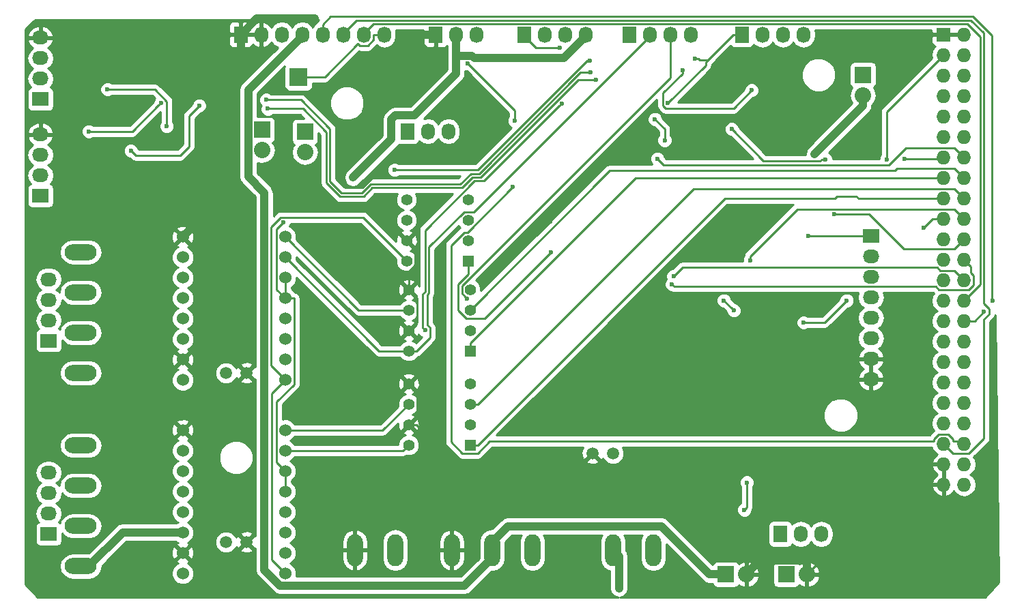
<source format=gbr>
G04 #@! TF.FileFunction,Copper,L2,Bot,Signal*
%FSLAX46Y46*%
G04 Gerber Fmt 4.6, Leading zero omitted, Abs format (unit mm)*
G04 Created by KiCad (PCBNEW (2015-06-25 BZR 5821)-product) date Fri 24 Jun 2016 17:30:40 CEST*
%MOMM*%
G01*
G04 APERTURE LIST*
%ADD10C,0.100000*%
%ADD11R,1.727200X2.032000*%
%ADD12O,1.727200X2.032000*%
%ADD13O,1.981200X3.962400*%
%ADD14C,1.501140*%
%ADD15R,2.032000X2.032000*%
%ADD16O,2.032000X2.032000*%
%ADD17R,1.727200X1.727200*%
%ADD18O,1.727200X1.727200*%
%ADD19O,3.962400X1.981200*%
%ADD20R,1.397000X1.397000*%
%ADD21C,1.397000*%
%ADD22R,2.032000X1.727200*%
%ADD23O,2.032000X1.727200*%
%ADD24C,1.524000*%
%ADD25R,2.235200X2.235200*%
%ADD26C,0.600000*%
%ADD27C,1.000000*%
%ADD28C,0.250000*%
%ADD29C,0.254000*%
G04 APERTURE END LIST*
D10*
D11*
X173840000Y-87000000D03*
D12*
X176380000Y-87000000D03*
X178920000Y-87000000D03*
X181460000Y-87000000D03*
X184000000Y-87000000D03*
X186540000Y-87000000D03*
X189080000Y-87000000D03*
X191620000Y-87000000D03*
D13*
X200000000Y-151000000D03*
X205000000Y-151000000D03*
X210000000Y-151000000D03*
X188000000Y-151000000D03*
X193000000Y-151000000D03*
D11*
X236000000Y-87000000D03*
D12*
X238540000Y-87000000D03*
X241080000Y-87000000D03*
X243620000Y-87000000D03*
D14*
X174540000Y-150000000D03*
X172000000Y-150000000D03*
X174540000Y-129000000D03*
X172000000Y-129000000D03*
D15*
X181802000Y-99076000D03*
D16*
X181802000Y-101616000D03*
D15*
X176468000Y-98822000D03*
D16*
X176468000Y-101362000D03*
D17*
X261000000Y-87000000D03*
D18*
X263540000Y-87000000D03*
X261000000Y-89540000D03*
X263540000Y-89540000D03*
X261000000Y-92080000D03*
X263540000Y-92080000D03*
X261000000Y-94620000D03*
X263540000Y-94620000D03*
X261000000Y-97160000D03*
X263540000Y-97160000D03*
X261000000Y-99700000D03*
X263540000Y-99700000D03*
X261000000Y-102240000D03*
X263540000Y-102240000D03*
X261000000Y-104780000D03*
X263540000Y-104780000D03*
X261000000Y-107320000D03*
X263540000Y-107320000D03*
X261000000Y-109860000D03*
X263540000Y-109860000D03*
X261000000Y-112400000D03*
X263540000Y-112400000D03*
X261000000Y-114940000D03*
X263540000Y-114940000D03*
X261000000Y-117480000D03*
X263540000Y-117480000D03*
X261000000Y-120020000D03*
X263540000Y-120020000D03*
X261000000Y-122560000D03*
X263540000Y-122560000D03*
X261000000Y-125100000D03*
X263540000Y-125100000D03*
X261000000Y-127640000D03*
X263540000Y-127640000D03*
X261000000Y-130180000D03*
X263540000Y-130180000D03*
X261000000Y-132720000D03*
X263540000Y-132720000D03*
X261000000Y-135260000D03*
X263540000Y-135260000D03*
X261000000Y-137800000D03*
X263540000Y-137800000D03*
X261000000Y-140340000D03*
X263540000Y-140340000D03*
X261000000Y-142880000D03*
X263540000Y-142880000D03*
D11*
X198000000Y-87000000D03*
D12*
X200540000Y-87000000D03*
X203080000Y-87000000D03*
D19*
X154000000Y-153000000D03*
X154000000Y-148000000D03*
X154000000Y-138000000D03*
X154000000Y-143000000D03*
X154000000Y-129000000D03*
X154000000Y-124000000D03*
X154000000Y-114000000D03*
X154000000Y-119000000D03*
D20*
X202025000Y-115094000D03*
D21*
X202025000Y-112554000D03*
X202025000Y-110014000D03*
X202025000Y-107474000D03*
X194405000Y-107474000D03*
X194405000Y-110014000D03*
X194405000Y-112554000D03*
X194405000Y-115094000D03*
D20*
X202279000Y-137954000D03*
D21*
X202279000Y-135414000D03*
X202279000Y-132874000D03*
X202279000Y-130334000D03*
X194659000Y-130334000D03*
X194659000Y-132874000D03*
X194659000Y-135414000D03*
X194659000Y-137954000D03*
D20*
X202279000Y-126270000D03*
D21*
X202279000Y-123730000D03*
X202279000Y-121190000D03*
X202279000Y-118650000D03*
X194659000Y-118650000D03*
X194659000Y-121190000D03*
X194659000Y-123730000D03*
X194659000Y-126270000D03*
D22*
X149000000Y-95000000D03*
D23*
X149000000Y-92460000D03*
X149000000Y-89920000D03*
X149000000Y-87380000D03*
D22*
X149000000Y-107000000D03*
D23*
X149000000Y-104460000D03*
X149000000Y-101920000D03*
X149000000Y-99380000D03*
D11*
X209000000Y-87000000D03*
D12*
X211540000Y-87000000D03*
X214080000Y-87000000D03*
X216620000Y-87000000D03*
D11*
X222000000Y-87000000D03*
D12*
X224540000Y-87000000D03*
X227080000Y-87000000D03*
X229620000Y-87000000D03*
D24*
X179350000Y-153890000D03*
X179350000Y-151350000D03*
X179350000Y-148810000D03*
X179350000Y-146270000D03*
X179350000Y-143730000D03*
X179350000Y-141190000D03*
X179350000Y-138650000D03*
X179350000Y-136110000D03*
X166650000Y-136110000D03*
X166650000Y-138650000D03*
X166650000Y-141190000D03*
X166650000Y-143730000D03*
X166650000Y-146270000D03*
X166650000Y-148810000D03*
X166650000Y-151350000D03*
X166650000Y-153890000D03*
X179350000Y-129890000D03*
X179350000Y-127350000D03*
X179350000Y-124810000D03*
X179350000Y-122270000D03*
X179350000Y-119730000D03*
X179350000Y-117190000D03*
X179350000Y-114650000D03*
X179350000Y-112110000D03*
X166650000Y-112110000D03*
X166650000Y-114650000D03*
X166650000Y-117190000D03*
X166650000Y-119730000D03*
X166650000Y-122270000D03*
X166650000Y-124810000D03*
X166650000Y-127350000D03*
X166650000Y-129890000D03*
D14*
X217460000Y-139000000D03*
X220000000Y-139000000D03*
D22*
X252000000Y-112000000D03*
D23*
X252000000Y-114540000D03*
X252000000Y-117080000D03*
X252000000Y-119620000D03*
X252000000Y-122160000D03*
X252000000Y-124700000D03*
X252000000Y-127240000D03*
X252000000Y-129780000D03*
D22*
X150000000Y-149000000D03*
D23*
X150000000Y-146460000D03*
X150000000Y-143920000D03*
X150000000Y-141380000D03*
D22*
X150000000Y-125000000D03*
D23*
X150000000Y-122460000D03*
X150000000Y-119920000D03*
X150000000Y-117380000D03*
D15*
X234000000Y-154000000D03*
D16*
X236540000Y-154000000D03*
D15*
X251000000Y-92000000D03*
D16*
X251000000Y-94540000D03*
D11*
X194500000Y-99000000D03*
D12*
X197040000Y-99000000D03*
X199580000Y-99000000D03*
D13*
X220000000Y-151000000D03*
X225000000Y-151000000D03*
D25*
X181000000Y-92250000D03*
D11*
X240750000Y-149000000D03*
D12*
X243290000Y-149000000D03*
X245830000Y-149000000D03*
D15*
X241500000Y-154000000D03*
D16*
X244040000Y-154000000D03*
D26*
X194500000Y-87000000D03*
X183000000Y-85000000D03*
X247500000Y-152000000D03*
X227250000Y-132000000D03*
X236500000Y-133000000D03*
X236000000Y-127500000D03*
X240400000Y-99700000D03*
X234000000Y-101900000D03*
X210300000Y-111900000D03*
X212200000Y-110200000D03*
X202000000Y-102000000D03*
X166600000Y-95474980D03*
X210900000Y-135400000D03*
X211100000Y-132100000D03*
X165200000Y-101000000D03*
X235000000Y-121250000D03*
X233750000Y-120000000D03*
X244250000Y-112000000D03*
X253922576Y-102474980D03*
X230200000Y-90000000D03*
X217100000Y-90200000D03*
X192900000Y-103800000D03*
X225200000Y-97500000D03*
X226400000Y-100100000D03*
X226800000Y-95500000D03*
X179100000Y-110300000D03*
X266000000Y-121400000D03*
X267100000Y-120000000D03*
X202008044Y-90608044D03*
X207800000Y-97700000D03*
X207600000Y-105900000D03*
X220750000Y-155750000D03*
X187741956Y-104741956D03*
X245000000Y-101800000D03*
X236300000Y-146000000D03*
X236600000Y-142600000D03*
X225500000Y-102400000D03*
X212300000Y-114000000D03*
X256200000Y-102400000D03*
X228600000Y-91400000D03*
X160200000Y-101400000D03*
X168700000Y-95800000D03*
X177000000Y-95100000D03*
X217200000Y-91700000D03*
X237200000Y-93900000D03*
X247455367Y-109296419D03*
X246300000Y-102474980D03*
X234700000Y-98700000D03*
X217900000Y-92600000D03*
X177200000Y-96200000D03*
X213400000Y-88600000D03*
X213628365Y-95528365D03*
X196700000Y-123700000D03*
X201925003Y-119795040D03*
X227300000Y-118000000D03*
X227500000Y-117000000D03*
X164653830Y-98375030D03*
X157300000Y-93800000D03*
X163920443Y-95474980D03*
X155000000Y-99000000D03*
X243624980Y-122750000D03*
X258500000Y-111000000D03*
X249000000Y-120000000D03*
X237000000Y-115000000D03*
D27*
X171250000Y-91606000D02*
X171250000Y-107510000D01*
X171250000Y-107510000D02*
X166650000Y-112110000D01*
X173840000Y-87000000D02*
X173840000Y-89016000D01*
X173840000Y-89016000D02*
X171250000Y-91606000D01*
X194500000Y-87000000D02*
X198000000Y-87000000D01*
X173840000Y-87000000D02*
X175840000Y-85000000D01*
X175840000Y-85000000D02*
X183000000Y-85000000D01*
D28*
X247500000Y-152000000D02*
X246040000Y-152000000D01*
X246040000Y-152000000D02*
X244040000Y-154000000D01*
D27*
X244040000Y-154000000D02*
X244040000Y-152563160D01*
X244040000Y-152563160D02*
X243760839Y-152283999D01*
X243760839Y-152283999D02*
X238256001Y-152283999D01*
X238256001Y-152283999D02*
X237555999Y-152984001D01*
X237555999Y-152984001D02*
X236540000Y-154000000D01*
D28*
X198000000Y-87000000D02*
X198000000Y-90250000D01*
X192900000Y-102000000D02*
X201575736Y-102000000D01*
X198000000Y-90250000D02*
X186400000Y-101850000D01*
X186400000Y-101850000D02*
X186400000Y-105600000D01*
X201575736Y-102000000D02*
X202000000Y-102000000D01*
X186400000Y-105600000D02*
X186800000Y-106000000D01*
X186800000Y-106000000D02*
X188900000Y-106000000D01*
X188900000Y-106000000D02*
X192900000Y-102000000D01*
X227250000Y-132000000D02*
X235500000Y-132000000D01*
X235500000Y-132000000D02*
X236500000Y-133000000D01*
X236000000Y-127500000D02*
X236500000Y-128000000D01*
X236500000Y-128000000D02*
X236500000Y-133000000D01*
X234500000Y-97700000D02*
X238400000Y-97700000D01*
X238400000Y-97700000D02*
X240400000Y-99700000D01*
X233700000Y-98500000D02*
X234500000Y-97700000D01*
X233700000Y-101600000D02*
X233700000Y-98500000D01*
X234000000Y-101900000D02*
X233700000Y-101600000D01*
X212200000Y-110200000D02*
X210500000Y-111900000D01*
X210500000Y-111900000D02*
X210300000Y-111900000D01*
X166600000Y-95899244D02*
X166600000Y-95474980D01*
X166600000Y-99600000D02*
X166600000Y-95899244D01*
X165200000Y-101000000D02*
X166600000Y-99600000D01*
X211100000Y-132100000D02*
X211100000Y-135200000D01*
X211100000Y-135200000D02*
X210900000Y-135400000D01*
X194659000Y-118650000D02*
X194659000Y-116354782D01*
X194659000Y-116354782D02*
X195428501Y-115585281D01*
X195428501Y-115585281D02*
X195428501Y-113577501D01*
X195428501Y-113577501D02*
X195103499Y-113252499D01*
X195103499Y-113252499D02*
X194405000Y-112554000D01*
X195682501Y-119673501D02*
X195682501Y-122706499D01*
X194659000Y-118650000D02*
X195682501Y-119673501D01*
X195682501Y-122706499D02*
X195357499Y-123031501D01*
X195357499Y-123031501D02*
X194659000Y-123730000D01*
X194659000Y-130334000D02*
X195682501Y-131357501D01*
X195682501Y-131357501D02*
X195682501Y-134390499D01*
X195682501Y-134390499D02*
X195357499Y-134715501D01*
X195357499Y-134715501D02*
X194659000Y-135414000D01*
X194659000Y-135414000D02*
X195646828Y-135414000D01*
X195646828Y-135414000D02*
X200000000Y-139767172D01*
X200000000Y-139767172D02*
X200000000Y-148768800D01*
X200000000Y-148768800D02*
X200000000Y-151000000D01*
X234750000Y-121000000D02*
X235000000Y-121250000D01*
X233750000Y-120000000D02*
X234750000Y-121000000D01*
X244250000Y-112000000D02*
X252000000Y-112000000D01*
X261000000Y-89540000D02*
X253922576Y-96617424D01*
X253922576Y-102050716D02*
X253922576Y-102474980D01*
X253922576Y-96617424D02*
X253922576Y-102050716D01*
X234886400Y-87000000D02*
X231771975Y-90114425D01*
X230624264Y-90000000D02*
X230738689Y-90114425D01*
X231771975Y-90114425D02*
X231486400Y-90400000D01*
X230200000Y-90000000D02*
X230624264Y-90000000D01*
X230738689Y-90114425D02*
X231771975Y-90114425D01*
X203200000Y-103800000D02*
X216800000Y-90200000D01*
X216800000Y-90200000D02*
X217100000Y-90200000D01*
X192900000Y-103800000D02*
X203200000Y-103800000D01*
X226400000Y-100100000D02*
X226400000Y-98700000D01*
X226400000Y-98700000D02*
X225200000Y-97500000D01*
X231486400Y-90400000D02*
X231486400Y-90813600D01*
X231486400Y-90813600D02*
X226800000Y-95500000D01*
X236000000Y-87000000D02*
X234886400Y-87000000D01*
X179350000Y-141190000D02*
X178262999Y-140102999D01*
X178262999Y-140102999D02*
X178262999Y-132585763D01*
X178262999Y-132585763D02*
X180437001Y-130411761D01*
X180437001Y-130411761D02*
X180437001Y-119720629D01*
X180437001Y-119720629D02*
X180427630Y-119730000D01*
X180427630Y-119730000D02*
X179350000Y-119730000D01*
X179350000Y-143730000D02*
X179350000Y-141190000D01*
X179350000Y-117190000D02*
X179350000Y-119730000D01*
X178262999Y-118642999D02*
X178262999Y-111137001D01*
X179350000Y-119730000D02*
X178262999Y-118642999D01*
X178262999Y-111137001D02*
X179100000Y-110300000D01*
D27*
X205000000Y-151000000D02*
X205000000Y-151990600D01*
X174751999Y-104651999D02*
X174751999Y-93860401D01*
X174751999Y-93860401D02*
X181460000Y-87152400D01*
X205000000Y-151990600D02*
X201590600Y-155400000D01*
X201590600Y-155400000D02*
X178696238Y-155400000D01*
X178696238Y-155400000D02*
X176750000Y-153453762D01*
X176750000Y-153453762D02*
X176750000Y-106650000D01*
X176750000Y-106650000D02*
X174751999Y-104651999D01*
X181460000Y-87152400D02*
X181460000Y-87000000D01*
X234000000Y-154000000D02*
X231984000Y-154000000D01*
X205000000Y-150009400D02*
X205000000Y-151000000D01*
X231984000Y-154000000D02*
X226002800Y-148018800D01*
X226002800Y-148018800D02*
X206990600Y-148018800D01*
X206990600Y-148018800D02*
X205000000Y-150009400D01*
D28*
X267000000Y-87100000D02*
X267000000Y-119900000D01*
X184000000Y-87000000D02*
X184000000Y-85734000D01*
X267000000Y-119900000D02*
X267100000Y-120000000D01*
X184000000Y-85734000D02*
X184984000Y-84750000D01*
X184984000Y-84750000D02*
X264650000Y-84750000D01*
X264650000Y-84750000D02*
X267000000Y-87100000D01*
X266000000Y-121400000D02*
X264840000Y-122560000D01*
X264840000Y-122560000D02*
X263540000Y-122560000D01*
X261863599Y-138663599D02*
X261000000Y-137800000D01*
X262188601Y-138988601D02*
X261863599Y-138663599D01*
X186540000Y-86847600D02*
X188187590Y-85200010D01*
X264110529Y-138988601D02*
X262188601Y-138988601D01*
X266000000Y-122342794D02*
X266000000Y-137099130D01*
X266641518Y-121022695D02*
X266641518Y-121701276D01*
X186540000Y-87000000D02*
X186540000Y-86847600D01*
X264400010Y-85200010D02*
X266000000Y-86800000D01*
X266000000Y-86800000D02*
X266000000Y-120381177D01*
X266000000Y-137099130D02*
X264110529Y-138988601D01*
X266000000Y-120381177D02*
X266641518Y-121022695D01*
X188187590Y-85200010D02*
X264400010Y-85200010D01*
X266641518Y-121701276D02*
X266000000Y-122342794D01*
X189080000Y-86847600D02*
X189080000Y-87000000D01*
X190268610Y-85658990D02*
X189080000Y-86847600D01*
X265549990Y-87250860D02*
X263958120Y-85658990D01*
X263540000Y-120020000D02*
X265549990Y-118010010D01*
X263958120Y-85658990D02*
X190268610Y-85658990D01*
X265549990Y-118010010D02*
X265549990Y-87250860D01*
X263540000Y-137800000D02*
X263240000Y-137500000D01*
X259811399Y-137229471D02*
X259811399Y-137500000D01*
X263240000Y-137500000D02*
X262188601Y-137500000D01*
X259811399Y-137500000D02*
X204715002Y-137500000D01*
X262188601Y-137500000D02*
X262188601Y-137229471D01*
X262188601Y-137229471D02*
X261570529Y-136611399D01*
X204715002Y-137500000D02*
X203237501Y-138977501D01*
X261570529Y-136611399D02*
X260429471Y-136611399D01*
X260429471Y-136611399D02*
X259811399Y-137229471D01*
X201969501Y-111530499D02*
X207600000Y-105900000D01*
X203237501Y-138977501D02*
X201320499Y-138977501D01*
X201320499Y-138977501D02*
X199900000Y-137557002D01*
X199900000Y-137557002D02*
X199900000Y-113164218D01*
X199900000Y-113164218D02*
X201533719Y-111530499D01*
X201533719Y-111530499D02*
X201969501Y-111530499D01*
X181000000Y-92250000D02*
X184250000Y-92250000D01*
X184250000Y-92250000D02*
X188373326Y-88126674D01*
X188373326Y-88126674D02*
X188587662Y-88341010D01*
X188587662Y-88341010D02*
X189572338Y-88341010D01*
X189572338Y-88341010D02*
X190268610Y-87644738D01*
X190268610Y-87644738D02*
X190268610Y-87000000D01*
X190268610Y-87000000D02*
X191620000Y-87000000D01*
X207800000Y-96400000D02*
X202308043Y-90908043D01*
X207800000Y-97700000D02*
X207800000Y-96400000D01*
X202308043Y-90908043D02*
X202008044Y-90608044D01*
D27*
X220750000Y-155750000D02*
X220750000Y-151750000D01*
X220750000Y-151750000D02*
X220000000Y-151000000D01*
X200830355Y-89608043D02*
X200540000Y-89898398D01*
X202488045Y-89608043D02*
X200830355Y-89608043D01*
X216620000Y-87152400D02*
X213874002Y-89898398D01*
X213874002Y-89898398D02*
X202778400Y-89898398D01*
X202778400Y-89898398D02*
X202488045Y-89608043D01*
X216620000Y-87000000D02*
X216620000Y-87152400D01*
X200540000Y-89898398D02*
X200540000Y-91826740D01*
X200540000Y-91826740D02*
X195366740Y-97000000D01*
X192500000Y-97500000D02*
X192500000Y-99983912D01*
X195366740Y-97000000D02*
X193000000Y-97000000D01*
X193000000Y-97000000D02*
X192500000Y-97500000D01*
X192500000Y-99983912D02*
X188041955Y-104441957D01*
X188041955Y-104441957D02*
X187741956Y-104741956D01*
X251000000Y-94540000D02*
X251000000Y-95800000D01*
X251000000Y-95800000D02*
X245000000Y-101800000D01*
X200540000Y-89898398D02*
X200540000Y-89016000D01*
X200540000Y-89016000D02*
X200540000Y-87000000D01*
D28*
X236600000Y-142600000D02*
X236600000Y-145700000D01*
X236600000Y-145700000D02*
X236300000Y-146000000D01*
X254200000Y-103200000D02*
X256348601Y-101051399D01*
X256348601Y-101051399D02*
X262351399Y-101051399D01*
X262351399Y-101051399D02*
X262676401Y-101376401D01*
X262676401Y-101376401D02*
X263540000Y-102240000D01*
X226300000Y-103200000D02*
X254200000Y-103200000D01*
X225500000Y-102400000D02*
X226300000Y-103200000D01*
X202025000Y-116752808D02*
X202025000Y-115094000D01*
X204086499Y-122213501D02*
X201787719Y-122213501D01*
X212300000Y-114000000D02*
X204086499Y-122213501D01*
X201787719Y-122213501D02*
X200805488Y-121231269D01*
X200805488Y-121231269D02*
X200805490Y-117972318D01*
X200805490Y-117972318D02*
X202025000Y-116752808D01*
X256200000Y-102400000D02*
X260840000Y-102400000D01*
X260840000Y-102400000D02*
X261000000Y-102240000D01*
X202279000Y-126270000D02*
X202279000Y-125321500D01*
X202279000Y-125321500D02*
X222820500Y-104780000D01*
X222820500Y-104780000D02*
X259778686Y-104780000D01*
X259778686Y-104780000D02*
X261000000Y-104780000D01*
X262351399Y-103591399D02*
X262676401Y-103916401D01*
X255245011Y-103591399D02*
X262351399Y-103591399D01*
X254986400Y-103850010D02*
X255245011Y-103591399D01*
X202279000Y-121190000D02*
X219618990Y-103850010D01*
X219618990Y-103850010D02*
X254986400Y-103850010D01*
X262676401Y-103916401D02*
X263540000Y-104780000D01*
X203227500Y-137954000D02*
X233861500Y-107320000D01*
X247813599Y-107049991D02*
X250186401Y-107049991D01*
X250186401Y-107049991D02*
X250456410Y-107320000D01*
X250456410Y-107320000D02*
X259778686Y-107320000D01*
X247543590Y-107320000D02*
X247813599Y-107049991D01*
X233861500Y-107320000D02*
X247543590Y-107320000D01*
X202279000Y-137954000D02*
X203227500Y-137954000D01*
X259778686Y-107320000D02*
X261000000Y-107320000D01*
X202279000Y-132874000D02*
X203266828Y-132874000D01*
X203266828Y-132874000D02*
X230009429Y-106131399D01*
X230009429Y-106131399D02*
X262351399Y-106131399D01*
X262676401Y-106456401D02*
X263540000Y-107320000D01*
X262351399Y-106131399D02*
X262676401Y-106456401D01*
X186313599Y-106650009D02*
X184900000Y-105236410D01*
X177424264Y-95100000D02*
X177000000Y-95100000D01*
X184900000Y-105236410D02*
X184900000Y-98700000D01*
X188886401Y-106650009D02*
X186313599Y-106650009D01*
X189969444Y-105566966D02*
X188886401Y-106650009D01*
X201069444Y-105566966D02*
X189969444Y-105566966D01*
X184900000Y-98700000D02*
X181300000Y-95100000D01*
X202386400Y-104250010D02*
X201069444Y-105566966D01*
X215936410Y-91700000D02*
X203386400Y-104250010D01*
X203386400Y-104250010D02*
X202386400Y-104250010D01*
X217200000Y-91700000D02*
X215936410Y-91700000D01*
X181300000Y-95100000D02*
X177424264Y-95100000D01*
X226174999Y-95800001D02*
X226174999Y-94249265D01*
X228600000Y-91824264D02*
X228600000Y-91400000D01*
X226499999Y-96125001D02*
X226174999Y-95800001D01*
X234974999Y-96125001D02*
X226499999Y-96125001D01*
X226174999Y-94249265D02*
X228600000Y-91824264D01*
X237200000Y-93900000D02*
X234974999Y-96125001D01*
X166300000Y-102000000D02*
X160800000Y-102000000D01*
X160800000Y-102000000D02*
X160200000Y-101400000D01*
X167400000Y-100900000D02*
X166300000Y-102000000D01*
X167400000Y-97100000D02*
X167400000Y-100900000D01*
X168700000Y-95800000D02*
X167400000Y-97100000D01*
X247879631Y-109296419D02*
X247455367Y-109296419D01*
X251761021Y-109296419D02*
X247879631Y-109296419D01*
X262351399Y-113588601D02*
X256053203Y-113588601D01*
X256053203Y-113588601D02*
X251761021Y-109296419D01*
X263540000Y-112400000D02*
X262351399Y-113588601D01*
X245700745Y-102649971D02*
X245875736Y-102474980D01*
X245875736Y-102474980D02*
X246300000Y-102474980D01*
X234700000Y-98700000D02*
X238649971Y-102649971D01*
X238649971Y-102649971D02*
X245700745Y-102649971D01*
X215672820Y-92600000D02*
X217475736Y-92600000D01*
X202599980Y-104700020D02*
X203572800Y-104700020D01*
X201283024Y-106016976D02*
X202599980Y-104700020D01*
X190155844Y-106016976D02*
X201283024Y-106016976D01*
X203572800Y-104700020D02*
X215672820Y-92600000D01*
X189072801Y-107100019D02*
X190155844Y-106016976D01*
X184449990Y-105422810D02*
X186127199Y-107100019D01*
X186127199Y-107100019D02*
X189072801Y-107100019D01*
X184449990Y-99106988D02*
X184449990Y-105422810D01*
X181543002Y-96200000D02*
X184449990Y-99106988D01*
X217475736Y-92600000D02*
X217900000Y-92600000D01*
X177200000Y-96200000D02*
X181543002Y-96200000D01*
X193706501Y-114395501D02*
X194405000Y-115094000D01*
X188985999Y-109674999D02*
X193706501Y-114395501D01*
X177575010Y-128115010D02*
X177575010Y-110899988D01*
X177575010Y-110899988D02*
X178799999Y-109674999D01*
X178799999Y-109674999D02*
X188985999Y-109674999D01*
X179350000Y-129890000D02*
X177575010Y-128115010D01*
X213400000Y-88600000D02*
X210447600Y-88600000D01*
X210447600Y-88600000D02*
X209000000Y-87152400D01*
X209000000Y-87152400D02*
X209000000Y-87000000D01*
X178588001Y-130651999D02*
X179350000Y-129890000D01*
X177649990Y-131590010D02*
X178588001Y-130651999D01*
X177649990Y-152189990D02*
X177649990Y-131590010D01*
X179350000Y-153890000D02*
X177649990Y-152189990D01*
X179350000Y-138650000D02*
X193963000Y-138650000D01*
X193963000Y-138650000D02*
X194659000Y-137954000D01*
X213328366Y-95828364D02*
X213628365Y-95528365D01*
X204006700Y-105150030D02*
X213328366Y-95828364D01*
X202833882Y-105150030D02*
X204006700Y-105150030D01*
X196700000Y-111283912D02*
X202833882Y-105150030D01*
X196700000Y-118927180D02*
X196700000Y-111283912D01*
X196400001Y-119227179D02*
X196700000Y-118927180D01*
X196400001Y-123400001D02*
X196400001Y-119227179D01*
X196700000Y-123700000D02*
X196400001Y-123400001D01*
X179350000Y-136110000D02*
X191423000Y-136110000D01*
X191423000Y-136110000D02*
X194659000Y-132874000D01*
X197150010Y-119113580D02*
X196949991Y-119313599D01*
X196949991Y-119313599D02*
X196949991Y-123024989D01*
X201533719Y-108990499D02*
X197150010Y-113374208D01*
X197150010Y-113374208D02*
X197150010Y-119113580D01*
X195646828Y-126270000D02*
X194659000Y-126270000D01*
X224540000Y-87152400D02*
X202701901Y-108990499D01*
X197325001Y-123399999D02*
X197325001Y-124591827D01*
X196949991Y-123024989D02*
X197325001Y-123399999D01*
X224540000Y-87000000D02*
X224540000Y-87152400D01*
X197325001Y-124591827D02*
X195646828Y-126270000D01*
X202701901Y-108990499D02*
X201533719Y-108990499D01*
X179350000Y-114650000D02*
X190970000Y-126270000D01*
X190970000Y-126270000D02*
X194659000Y-126270000D01*
X201255499Y-119125536D02*
X201625004Y-119495041D01*
X201625004Y-119495041D02*
X201925003Y-119795040D01*
X201255499Y-118158719D02*
X201255499Y-119125536D01*
X227080000Y-92334218D02*
X201255499Y-118158719D01*
X227080000Y-87000000D02*
X227080000Y-92334218D01*
X179350000Y-112110000D02*
X188430000Y-121190000D01*
X188430000Y-121190000D02*
X194659000Y-121190000D01*
X264728601Y-116909471D02*
X264403599Y-116584469D01*
X264728601Y-118050529D02*
X264728601Y-116909471D01*
X264110529Y-118668601D02*
X264728601Y-118050529D01*
X260429471Y-118668601D02*
X264110529Y-118668601D01*
X264403599Y-116584469D02*
X264403599Y-115803599D01*
X260060869Y-118299999D02*
X260429471Y-118668601D01*
X227599999Y-118299999D02*
X260060869Y-118299999D01*
X264403599Y-115803599D02*
X263540000Y-114940000D01*
X227300000Y-118000000D02*
X227599999Y-118299999D01*
X227500000Y-117000000D02*
X228608610Y-115891390D01*
X228608610Y-115891390D02*
X260192260Y-115891390D01*
X260192260Y-115891390D02*
X260592269Y-116291399D01*
X262351399Y-116291399D02*
X262676401Y-116616401D01*
X260592269Y-116291399D02*
X262351399Y-116291399D01*
X262676401Y-116616401D02*
X263540000Y-117480000D01*
X164653830Y-97950766D02*
X164653830Y-98375030D01*
X163170465Y-93800000D02*
X164653830Y-95283365D01*
X157300000Y-93800000D02*
X163170465Y-93800000D01*
X164653830Y-95283365D02*
X164653830Y-97950766D01*
X160395423Y-99000000D02*
X163620444Y-95774979D01*
X155000000Y-99000000D02*
X160395423Y-99000000D01*
X163620444Y-95774979D02*
X163920443Y-95474980D01*
D27*
X154000000Y-153000000D02*
X154990600Y-153000000D01*
X154990600Y-153000000D02*
X159180600Y-148810000D01*
X159180600Y-148810000D02*
X166650000Y-148810000D01*
D28*
X249000000Y-120000000D02*
X246250000Y-122750000D01*
X244049244Y-122750000D02*
X243624980Y-122750000D01*
X246250000Y-122750000D02*
X244049244Y-122750000D01*
X258500000Y-111000000D02*
X259640000Y-109860000D01*
X259640000Y-109860000D02*
X261000000Y-109860000D01*
X242828601Y-108671399D02*
X237000000Y-114500000D01*
X237000000Y-114500000D02*
X237000000Y-115000000D01*
X263540000Y-109860000D02*
X262351399Y-108671399D01*
X262351399Y-108671399D02*
X242828601Y-108671399D01*
D29*
G36*
X200893854Y-110768380D02*
X201069420Y-110944253D01*
X200996318Y-110993098D01*
X199362599Y-112626817D01*
X199197852Y-112873379D01*
X199140000Y-113164218D01*
X199140000Y-137557002D01*
X199197852Y-137847841D01*
X199362599Y-138094403D01*
X200783098Y-139514902D01*
X201029660Y-139679649D01*
X201320499Y-139737501D01*
X203237501Y-139737501D01*
X203528340Y-139679649D01*
X203774902Y-139514902D01*
X205029804Y-138260000D01*
X216302787Y-138260000D01*
X216247069Y-138275735D01*
X216062233Y-138795034D01*
X216090195Y-139345538D01*
X216247069Y-139724265D01*
X216488070Y-139792325D01*
X217280395Y-139000000D01*
X217266253Y-138985858D01*
X217445858Y-138806253D01*
X217460000Y-138820395D01*
X217474143Y-138806253D01*
X217653748Y-138985858D01*
X217639605Y-139000000D01*
X218431930Y-139792325D01*
X218672931Y-139724265D01*
X218731769Y-139558960D01*
X218824686Y-139783837D01*
X219214113Y-140173944D01*
X219723184Y-140385329D01*
X220274398Y-140385810D01*
X220783837Y-140175314D01*
X221173944Y-139785887D01*
X221385329Y-139276816D01*
X221385810Y-138725602D01*
X221193427Y-138260000D01*
X259563541Y-138260000D01*
X259586115Y-138373489D01*
X259910971Y-138859670D01*
X260234228Y-139075664D01*
X260111510Y-139133179D01*
X259717312Y-139565053D01*
X259545042Y-139980974D01*
X259666183Y-140213000D01*
X260873000Y-140213000D01*
X260873000Y-140193000D01*
X261127000Y-140193000D01*
X261127000Y-140213000D01*
X261147000Y-140213000D01*
X261147000Y-140467000D01*
X261127000Y-140467000D01*
X261127000Y-142753000D01*
X261147000Y-142753000D01*
X261147000Y-143007000D01*
X261127000Y-143007000D01*
X261127000Y-144214469D01*
X261359027Y-144334968D01*
X261888490Y-144086821D01*
X262270008Y-143668839D01*
X262450971Y-143939670D01*
X262937152Y-144264526D01*
X263510641Y-144378600D01*
X263569359Y-144378600D01*
X264142848Y-144264526D01*
X264629029Y-143939670D01*
X264953885Y-143453489D01*
X265067959Y-142880000D01*
X264953885Y-142306511D01*
X264629029Y-141820330D01*
X264314248Y-141610000D01*
X264629029Y-141399670D01*
X264953885Y-140913489D01*
X265067959Y-140340000D01*
X264953885Y-139766511D01*
X264735002Y-139438930D01*
X266537401Y-137636531D01*
X266702148Y-137389969D01*
X266760000Y-137099130D01*
X266760000Y-122657596D01*
X267178919Y-122238677D01*
X267343666Y-121992116D01*
X267355342Y-121933417D01*
X267383953Y-121789579D01*
X267845088Y-154991248D01*
X266108086Y-156873000D01*
X220810328Y-156873000D01*
X221184346Y-156798603D01*
X221552566Y-156552566D01*
X221798603Y-156184346D01*
X221885000Y-155750000D01*
X221885000Y-151750000D01*
X221798603Y-151315654D01*
X221625600Y-151056737D01*
X221625600Y-149958146D01*
X221501859Y-149336056D01*
X221380079Y-149153800D01*
X223619921Y-149153800D01*
X223498141Y-149336056D01*
X223374400Y-149958146D01*
X223374400Y-152041854D01*
X223498141Y-152663944D01*
X223850527Y-153191327D01*
X224377910Y-153543713D01*
X225000000Y-153667454D01*
X225622090Y-153543713D01*
X226149473Y-153191327D01*
X226501859Y-152663944D01*
X226625600Y-152041854D01*
X226625600Y-150246732D01*
X231181434Y-154802566D01*
X231549654Y-155048603D01*
X231984000Y-155135000D01*
X232359649Y-155135000D01*
X232383537Y-155258123D01*
X232523327Y-155470927D01*
X232734360Y-155613377D01*
X232984000Y-155663440D01*
X235016000Y-155663440D01*
X235258123Y-155616463D01*
X235470927Y-155476673D01*
X235578738Y-155316957D01*
X235675182Y-155406385D01*
X236157056Y-155605975D01*
X236413000Y-155486836D01*
X236413000Y-154127000D01*
X236667000Y-154127000D01*
X236667000Y-155486836D01*
X236922944Y-155605975D01*
X237404818Y-155406385D01*
X237877188Y-154968379D01*
X238145983Y-154382946D01*
X238027367Y-154127000D01*
X236667000Y-154127000D01*
X236413000Y-154127000D01*
X236413000Y-154127000D01*
X236393000Y-154127000D01*
X236393000Y-153873000D01*
X236413000Y-153873000D01*
X236413000Y-152513164D01*
X236667000Y-152513164D01*
X236667000Y-153873000D01*
X238027367Y-153873000D01*
X238145983Y-153617054D01*
X237877188Y-153031621D01*
X237404818Y-152593615D01*
X236922944Y-152394025D01*
X236667000Y-152513164D01*
X236413000Y-152513164D01*
X236413000Y-152513164D01*
X236157056Y-152394025D01*
X235675182Y-152593615D01*
X235578164Y-152683575D01*
X235476673Y-152529073D01*
X235265640Y-152386623D01*
X235016000Y-152336560D01*
X240484000Y-152336560D01*
X240241877Y-152383537D01*
X240029073Y-152523327D01*
X239886623Y-152734360D01*
X239836560Y-152984000D01*
X239836560Y-155016000D01*
X239883537Y-155258123D01*
X240023327Y-155470927D01*
X240234360Y-155613377D01*
X240484000Y-155663440D01*
X242516000Y-155663440D01*
X242758123Y-155616463D01*
X242970927Y-155476673D01*
X243078738Y-155316957D01*
X243175182Y-155406385D01*
X243657056Y-155605975D01*
X243913000Y-155486836D01*
X243913000Y-154127000D01*
X244167000Y-154127000D01*
X244167000Y-155486836D01*
X244422944Y-155605975D01*
X244904818Y-155406385D01*
X245377188Y-154968379D01*
X245645983Y-154382946D01*
X245527367Y-154127000D01*
X244167000Y-154127000D01*
X243913000Y-154127000D01*
X243913000Y-154127000D01*
X243893000Y-154127000D01*
X243893000Y-153873000D01*
X243913000Y-153873000D01*
X243913000Y-152513164D01*
X244167000Y-152513164D01*
X244167000Y-153873000D01*
X245527367Y-153873000D01*
X245645983Y-153617054D01*
X245377188Y-153031621D01*
X244904818Y-152593615D01*
X244422944Y-152394025D01*
X244167000Y-152513164D01*
X243913000Y-152513164D01*
X243913000Y-152513164D01*
X243657056Y-152394025D01*
X243175182Y-152593615D01*
X243078164Y-152683575D01*
X242976673Y-152529073D01*
X242765640Y-152386623D01*
X242516000Y-152336560D01*
X240484000Y-152336560D01*
X235016000Y-152336560D01*
X235016000Y-152336560D01*
X232984000Y-152336560D01*
X232741877Y-152383537D01*
X232529073Y-152523327D01*
X232386623Y-152734360D01*
X232376077Y-152786945D01*
X226905787Y-147316655D01*
X243290000Y-147316655D01*
X242716511Y-147430729D01*
X242230330Y-147755585D01*
X242219785Y-147771367D01*
X242214063Y-147741877D01*
X242074273Y-147529073D01*
X241863240Y-147386623D01*
X241613600Y-147336560D01*
X239886400Y-147336560D01*
X239644277Y-147383537D01*
X239431473Y-147523327D01*
X239289023Y-147734360D01*
X239238960Y-147984000D01*
X239238960Y-150016000D01*
X239285937Y-150258123D01*
X239425727Y-150470927D01*
X239636760Y-150613377D01*
X239886400Y-150663440D01*
X241613600Y-150663440D01*
X241855723Y-150616463D01*
X242068527Y-150476673D01*
X242210977Y-150265640D01*
X242218718Y-150227037D01*
X242230330Y-150244415D01*
X242716511Y-150569271D01*
X243290000Y-150683345D01*
X243863489Y-150569271D01*
X244349670Y-150244415D01*
X244560000Y-149929634D01*
X244770330Y-150244415D01*
X245256511Y-150569271D01*
X245830000Y-150683345D01*
X246403489Y-150569271D01*
X246889670Y-150244415D01*
X247214526Y-149758234D01*
X247328600Y-149184745D01*
X247328600Y-148815255D01*
X247214526Y-148241766D01*
X246889670Y-147755585D01*
X246403489Y-147430729D01*
X245830000Y-147316655D01*
X245256511Y-147430729D01*
X244770330Y-147755585D01*
X244560000Y-148070366D01*
X244349670Y-147755585D01*
X243863489Y-147430729D01*
X243290000Y-147316655D01*
X226905787Y-147316655D01*
X226805366Y-147216234D01*
X226575092Y-147062370D01*
X226437146Y-146970197D01*
X226002800Y-146883800D01*
X206990600Y-146883800D01*
X206556255Y-146970196D01*
X206188034Y-147216233D01*
X205059822Y-148344445D01*
X205000000Y-148332546D01*
X204377910Y-148456287D01*
X203850527Y-148808673D01*
X203498141Y-149336056D01*
X203374400Y-149958146D01*
X203374400Y-152011068D01*
X201120468Y-154265000D01*
X180706936Y-154265000D01*
X180746757Y-154169100D01*
X180747194Y-153667454D01*
X193000000Y-153667454D01*
X193622090Y-153543713D01*
X194149473Y-153191327D01*
X194501859Y-152663944D01*
X194625600Y-152041854D01*
X194625600Y-151127000D01*
X198374400Y-151127000D01*
X198374400Y-152117600D01*
X198546742Y-152730023D01*
X198940330Y-153229876D01*
X199495243Y-153541060D01*
X199621041Y-153571411D01*
X199873000Y-153451942D01*
X199873000Y-151127000D01*
X200127000Y-151127000D01*
X199873000Y-151127000D01*
X199873000Y-151127000D01*
X200127000Y-151127000D01*
X200127000Y-153451942D01*
X200378959Y-153571411D01*
X200504757Y-153541060D01*
X201059670Y-153229876D01*
X201453258Y-152730023D01*
X201625600Y-152117600D01*
X201625600Y-151127000D01*
X200127000Y-151127000D01*
X199873000Y-151127000D01*
X199873000Y-151127000D01*
X198374400Y-151127000D01*
X194625600Y-151127000D01*
X194625600Y-149958146D01*
X194501859Y-149336056D01*
X194149473Y-148808673D01*
X193626061Y-148458940D01*
X199495243Y-148458940D01*
X198940330Y-148770124D01*
X198546742Y-149269977D01*
X198374400Y-149882400D01*
X198374400Y-150873000D01*
X199873000Y-150873000D01*
X199873000Y-148548058D01*
X200127000Y-148548058D01*
X200127000Y-150873000D01*
X201625600Y-150873000D01*
X201625600Y-149882400D01*
X201453258Y-149269977D01*
X201059670Y-148770124D01*
X200504757Y-148458940D01*
X200378959Y-148428589D01*
X200127000Y-148548058D01*
X199873000Y-148548058D01*
X199873000Y-148548058D01*
X199621041Y-148428589D01*
X199495243Y-148458940D01*
X193626061Y-148458940D01*
X193622090Y-148456287D01*
X193000000Y-148332546D01*
X192377910Y-148456287D01*
X188493761Y-148456287D01*
X188378959Y-148428589D01*
X188127000Y-148548058D01*
X188127000Y-150873000D01*
X189625600Y-150873000D01*
X189625600Y-149882400D01*
X189453258Y-149269977D01*
X189059670Y-148770124D01*
X188504757Y-148458940D01*
X188493761Y-148456287D01*
X192377910Y-148456287D01*
X188493761Y-148456287D01*
X188493761Y-148456287D01*
X192377910Y-148456287D01*
X191850527Y-148808673D01*
X191498141Y-149336056D01*
X191374400Y-149958146D01*
X191374400Y-152041854D01*
X189625600Y-152041854D01*
X189625600Y-151127000D01*
X188127000Y-151127000D01*
X188127000Y-153451942D01*
X188378959Y-153571411D01*
X188504757Y-153541060D01*
X189059670Y-153229876D01*
X189453258Y-152730023D01*
X189625600Y-152117600D01*
X189625600Y-152041854D01*
X191374400Y-152041854D01*
X189625600Y-152041854D01*
X189625600Y-152041854D01*
X191374400Y-152041854D01*
X191498141Y-152663944D01*
X191850527Y-153191327D01*
X192377910Y-153543713D01*
X193000000Y-153667454D01*
X180747194Y-153667454D01*
X180747242Y-153613339D01*
X180535010Y-153099697D01*
X180142370Y-152706371D01*
X179934488Y-152620051D01*
X180140303Y-152535010D01*
X180533629Y-152142370D01*
X180746757Y-151629100D01*
X180747195Y-151127000D01*
X186374400Y-151127000D01*
X186374400Y-152117600D01*
X186546742Y-152730023D01*
X186940330Y-153229876D01*
X187495243Y-153541060D01*
X187621041Y-153571411D01*
X187873000Y-153451942D01*
X187873000Y-151127000D01*
X186374400Y-151127000D01*
X180747195Y-151127000D01*
X180747242Y-151073339D01*
X180535010Y-150559697D01*
X180142370Y-150166371D01*
X179934488Y-150080051D01*
X180140303Y-149995010D01*
X180533629Y-149602370D01*
X180746757Y-149089100D01*
X180747242Y-148533339D01*
X180716502Y-148458940D01*
X187495243Y-148458940D01*
X186940330Y-148770124D01*
X186546742Y-149269977D01*
X186374400Y-149882400D01*
X186374400Y-150873000D01*
X187873000Y-150873000D01*
X187873000Y-148548058D01*
X187621041Y-148428589D01*
X187495243Y-148458940D01*
X180716502Y-148458940D01*
X180535010Y-148019697D01*
X180142370Y-147626371D01*
X179934488Y-147540051D01*
X180140303Y-147455010D01*
X180533629Y-147062370D01*
X180746757Y-146549100D01*
X180747242Y-145993339D01*
X180535010Y-145479697D01*
X180142370Y-145086371D01*
X179934488Y-145000051D01*
X180140303Y-144915010D01*
X180533629Y-144522370D01*
X180746757Y-144009100D01*
X180747242Y-143453339D01*
X180535010Y-142939697D01*
X180142370Y-142546371D01*
X180110000Y-142532930D01*
X180110000Y-142387531D01*
X180140303Y-142375010D01*
X180533629Y-141982370D01*
X180606497Y-141806883D01*
X236071057Y-141806883D01*
X235807808Y-142069673D01*
X235665162Y-142413201D01*
X235664838Y-142785167D01*
X235806883Y-143128943D01*
X235840000Y-143162118D01*
X235840000Y-145178396D01*
X235771057Y-145206883D01*
X235507808Y-145469673D01*
X235365162Y-145813201D01*
X235364838Y-146185167D01*
X235506883Y-146528943D01*
X235769673Y-146792192D01*
X236113201Y-146934838D01*
X236485167Y-146935162D01*
X236828943Y-146793117D01*
X237092192Y-146530327D01*
X237234838Y-146186799D01*
X237234921Y-146091452D01*
X237302148Y-145990839D01*
X237360000Y-145700000D01*
X237360000Y-143162463D01*
X237392192Y-143130327D01*
X237443402Y-143007000D01*
X259666183Y-143007000D01*
X259545042Y-143239026D01*
X259717312Y-143654947D01*
X260111510Y-144086821D01*
X260640973Y-144334968D01*
X260873000Y-144214469D01*
X260873000Y-143007000D01*
X259666183Y-143007000D01*
X237443402Y-143007000D01*
X237534838Y-142786799D01*
X237535162Y-142414833D01*
X237393117Y-142071057D01*
X237130327Y-141807808D01*
X236786799Y-141665162D01*
X236414833Y-141664838D01*
X236071057Y-141806883D01*
X180606497Y-141806883D01*
X180746757Y-141469100D01*
X180747242Y-140913339D01*
X180562819Y-140467000D01*
X259666183Y-140467000D01*
X259545042Y-140699026D01*
X259717312Y-141114947D01*
X260111510Y-141546821D01*
X260246313Y-141610000D01*
X260111510Y-141673179D01*
X259717312Y-142105053D01*
X259545042Y-142520974D01*
X259666183Y-142753000D01*
X260873000Y-142753000D01*
X260873000Y-140467000D01*
X259666183Y-140467000D01*
X180562819Y-140467000D01*
X180535010Y-140399697D01*
X180142370Y-140006371D01*
X180059427Y-139971930D01*
X216667675Y-139971930D01*
X216735735Y-140212931D01*
X217255034Y-140397767D01*
X217805538Y-140369805D01*
X218184265Y-140212931D01*
X218252325Y-139971930D01*
X217460000Y-139179605D01*
X216667675Y-139971930D01*
X180059427Y-139971930D01*
X179934488Y-139920051D01*
X180140303Y-139835010D01*
X180533629Y-139442370D01*
X180547070Y-139410000D01*
X193963000Y-139410000D01*
X194253839Y-139352148D01*
X194366901Y-139276602D01*
X194392587Y-139287268D01*
X194923086Y-139287731D01*
X195413380Y-139085146D01*
X195788827Y-138710353D01*
X195992268Y-138220413D01*
X195992731Y-137689914D01*
X195790146Y-137199620D01*
X195415353Y-136824173D01*
X195093882Y-136690686D01*
X195351929Y-136583800D01*
X195413583Y-136348188D01*
X194659000Y-135593605D01*
X193904417Y-136348188D01*
X193966071Y-136583800D01*
X194245312Y-136682083D01*
X193904620Y-136822854D01*
X193529173Y-137197647D01*
X193325732Y-137687587D01*
X193325555Y-137890000D01*
X180547531Y-137890000D01*
X180535010Y-137859697D01*
X180142370Y-137466371D01*
X179934488Y-137380051D01*
X180140303Y-137295010D01*
X180533629Y-136902370D01*
X180547070Y-136870000D01*
X191423000Y-136870000D01*
X191713839Y-136812148D01*
X191960401Y-136647401D01*
X193316847Y-135290955D01*
X193341852Y-135751199D01*
X193489200Y-136106929D01*
X193724812Y-136168583D01*
X194479395Y-135414000D01*
X194838605Y-135414000D01*
X195593188Y-136168583D01*
X195828800Y-136106929D01*
X196004927Y-135606520D01*
X195976148Y-135076801D01*
X195828800Y-134721071D01*
X195593188Y-134659417D01*
X194838605Y-135414000D01*
X194479395Y-135414000D01*
X194479395Y-135414000D01*
X194465253Y-135399858D01*
X194644858Y-135220253D01*
X194659000Y-135234395D01*
X195413583Y-134479812D01*
X195351929Y-134244200D01*
X195072688Y-134145917D01*
X195413380Y-134005146D01*
X195788827Y-133630353D01*
X195992268Y-133140413D01*
X195992731Y-132609914D01*
X195790146Y-132119620D01*
X195415353Y-131744173D01*
X195093882Y-131610686D01*
X195351929Y-131503800D01*
X195413583Y-131268188D01*
X195233978Y-131088583D01*
X195593188Y-131088583D01*
X195828800Y-131026929D01*
X196004927Y-130526520D01*
X195976148Y-129996801D01*
X195828800Y-129641071D01*
X195593188Y-129579417D01*
X194838605Y-130334000D01*
X194479395Y-130334000D01*
X194479395Y-130334000D01*
X193724812Y-129579417D01*
X193489200Y-129641071D01*
X193313073Y-130141480D01*
X193341852Y-130671199D01*
X193489200Y-131026929D01*
X193724812Y-131088583D01*
X194479395Y-130334000D01*
X194838605Y-130334000D01*
X194479395Y-130334000D01*
X194479395Y-130334000D01*
X194838605Y-130334000D01*
X195593188Y-131088583D01*
X195233978Y-131088583D01*
X194659000Y-130513605D01*
X193904417Y-131268188D01*
X193966071Y-131503800D01*
X194245312Y-131602083D01*
X193904620Y-131742854D01*
X193529173Y-132117647D01*
X193325732Y-132607587D01*
X193325274Y-133132924D01*
X191108198Y-135350000D01*
X180547531Y-135350000D01*
X180535010Y-135319697D01*
X180142370Y-134926371D01*
X179629100Y-134713243D01*
X179073339Y-134712758D01*
X179022999Y-134733558D01*
X179022999Y-132900565D01*
X180974402Y-130949162D01*
X181139149Y-130702600D01*
X181197001Y-130411761D01*
X181197001Y-129016852D01*
X194321801Y-129016852D01*
X193966071Y-129164200D01*
X193904417Y-129399812D01*
X194659000Y-130154395D01*
X195413583Y-129399812D01*
X195351929Y-129164200D01*
X194851520Y-128988073D01*
X194321801Y-129016852D01*
X181197001Y-129016852D01*
X181197001Y-119720629D01*
X181177219Y-119621177D01*
X181139149Y-119429789D01*
X180974402Y-119183228D01*
X180727841Y-119018481D01*
X180553210Y-118983745D01*
X180535010Y-118939697D01*
X180142370Y-118546371D01*
X180110000Y-118532930D01*
X180110000Y-118387531D01*
X180140303Y-118375010D01*
X180533629Y-117982370D01*
X180746757Y-117469100D01*
X180747060Y-117121862D01*
X190432599Y-126807401D01*
X190679161Y-126972148D01*
X190970000Y-127030000D01*
X193533464Y-127030000D01*
X193902647Y-127399827D01*
X194392587Y-127603268D01*
X194923086Y-127603731D01*
X195413380Y-127401146D01*
X195788827Y-127026353D01*
X195799961Y-126999540D01*
X195937667Y-126972148D01*
X196184229Y-126807401D01*
X197862402Y-125129228D01*
X198027149Y-124882666D01*
X198085001Y-124591827D01*
X198085001Y-123399999D01*
X198060921Y-123278943D01*
X198027149Y-123109159D01*
X197862402Y-122862598D01*
X197709991Y-122710187D01*
X197709991Y-119617188D01*
X197852158Y-119404419D01*
X197910010Y-119113580D01*
X197910010Y-113689010D01*
X200875371Y-110723649D01*
X200893854Y-110768380D01*
X200893854Y-110768380D01*
G37*
X200893854Y-110768380D02*
X201069420Y-110944253D01*
X200996318Y-110993098D01*
X199362599Y-112626817D01*
X199197852Y-112873379D01*
X199140000Y-113164218D01*
X199140000Y-137557002D01*
X199197852Y-137847841D01*
X199362599Y-138094403D01*
X200783098Y-139514902D01*
X201029660Y-139679649D01*
X201320499Y-139737501D01*
X203237501Y-139737501D01*
X203528340Y-139679649D01*
X203774902Y-139514902D01*
X205029804Y-138260000D01*
X216302787Y-138260000D01*
X216247069Y-138275735D01*
X216062233Y-138795034D01*
X216090195Y-139345538D01*
X216247069Y-139724265D01*
X216488070Y-139792325D01*
X217280395Y-139000000D01*
X217266253Y-138985858D01*
X217445858Y-138806253D01*
X217460000Y-138820395D01*
X217474143Y-138806253D01*
X217653748Y-138985858D01*
X217639605Y-139000000D01*
X218431930Y-139792325D01*
X218672931Y-139724265D01*
X218731769Y-139558960D01*
X218824686Y-139783837D01*
X219214113Y-140173944D01*
X219723184Y-140385329D01*
X220274398Y-140385810D01*
X220783837Y-140175314D01*
X221173944Y-139785887D01*
X221385329Y-139276816D01*
X221385810Y-138725602D01*
X221193427Y-138260000D01*
X259563541Y-138260000D01*
X259586115Y-138373489D01*
X259910971Y-138859670D01*
X260234228Y-139075664D01*
X260111510Y-139133179D01*
X259717312Y-139565053D01*
X259545042Y-139980974D01*
X259666183Y-140213000D01*
X260873000Y-140213000D01*
X260873000Y-140193000D01*
X261127000Y-140193000D01*
X261127000Y-140213000D01*
X261147000Y-140213000D01*
X261147000Y-140467000D01*
X261127000Y-140467000D01*
X261127000Y-142753000D01*
X261147000Y-142753000D01*
X261147000Y-143007000D01*
X261127000Y-143007000D01*
X261127000Y-144214469D01*
X261359027Y-144334968D01*
X261888490Y-144086821D01*
X262270008Y-143668839D01*
X262450971Y-143939670D01*
X262937152Y-144264526D01*
X263510641Y-144378600D01*
X263569359Y-144378600D01*
X264142848Y-144264526D01*
X264629029Y-143939670D01*
X264953885Y-143453489D01*
X265067959Y-142880000D01*
X264953885Y-142306511D01*
X264629029Y-141820330D01*
X264314248Y-141610000D01*
X264629029Y-141399670D01*
X264953885Y-140913489D01*
X265067959Y-140340000D01*
X264953885Y-139766511D01*
X264735002Y-139438930D01*
X266537401Y-137636531D01*
X266702148Y-137389969D01*
X266760000Y-137099130D01*
X266760000Y-122657596D01*
X267178919Y-122238677D01*
X267343666Y-121992116D01*
X267355342Y-121933417D01*
X267383953Y-121789579D01*
X267845088Y-154991248D01*
X266108086Y-156873000D01*
X220810328Y-156873000D01*
X221184346Y-156798603D01*
X221552566Y-156552566D01*
X221798603Y-156184346D01*
X221885000Y-155750000D01*
X221885000Y-151750000D01*
X221798603Y-151315654D01*
X221625600Y-151056737D01*
X221625600Y-149958146D01*
X221501859Y-149336056D01*
X221380079Y-149153800D01*
X223619921Y-149153800D01*
X223498141Y-149336056D01*
X223374400Y-149958146D01*
X223374400Y-152041854D01*
X223498141Y-152663944D01*
X223850527Y-153191327D01*
X224377910Y-153543713D01*
X225000000Y-153667454D01*
X225622090Y-153543713D01*
X226149473Y-153191327D01*
X226501859Y-152663944D01*
X226625600Y-152041854D01*
X226625600Y-150246732D01*
X231181434Y-154802566D01*
X231549654Y-155048603D01*
X231984000Y-155135000D01*
X232359649Y-155135000D01*
X232383537Y-155258123D01*
X232523327Y-155470927D01*
X232734360Y-155613377D01*
X232984000Y-155663440D01*
X235016000Y-155663440D01*
X235258123Y-155616463D01*
X235470927Y-155476673D01*
X235578738Y-155316957D01*
X235675182Y-155406385D01*
X236157056Y-155605975D01*
X236413000Y-155486836D01*
X236413000Y-154127000D01*
X236667000Y-154127000D01*
X236667000Y-155486836D01*
X236922944Y-155605975D01*
X237404818Y-155406385D01*
X237877188Y-154968379D01*
X238145983Y-154382946D01*
X238027367Y-154127000D01*
X236667000Y-154127000D01*
X236413000Y-154127000D01*
X236413000Y-154127000D01*
X236393000Y-154127000D01*
X236393000Y-153873000D01*
X236413000Y-153873000D01*
X236413000Y-152513164D01*
X236667000Y-152513164D01*
X236667000Y-153873000D01*
X238027367Y-153873000D01*
X238145983Y-153617054D01*
X237877188Y-153031621D01*
X237404818Y-152593615D01*
X236922944Y-152394025D01*
X236667000Y-152513164D01*
X236413000Y-152513164D01*
X236413000Y-152513164D01*
X236157056Y-152394025D01*
X235675182Y-152593615D01*
X235578164Y-152683575D01*
X235476673Y-152529073D01*
X235265640Y-152386623D01*
X235016000Y-152336560D01*
X240484000Y-152336560D01*
X240241877Y-152383537D01*
X240029073Y-152523327D01*
X239886623Y-152734360D01*
X239836560Y-152984000D01*
X239836560Y-155016000D01*
X239883537Y-155258123D01*
X240023327Y-155470927D01*
X240234360Y-155613377D01*
X240484000Y-155663440D01*
X242516000Y-155663440D01*
X242758123Y-155616463D01*
X242970927Y-155476673D01*
X243078738Y-155316957D01*
X243175182Y-155406385D01*
X243657056Y-155605975D01*
X243913000Y-155486836D01*
X243913000Y-154127000D01*
X244167000Y-154127000D01*
X244167000Y-155486836D01*
X244422944Y-155605975D01*
X244904818Y-155406385D01*
X245377188Y-154968379D01*
X245645983Y-154382946D01*
X245527367Y-154127000D01*
X244167000Y-154127000D01*
X243913000Y-154127000D01*
X243913000Y-154127000D01*
X243893000Y-154127000D01*
X243893000Y-153873000D01*
X243913000Y-153873000D01*
X243913000Y-152513164D01*
X244167000Y-152513164D01*
X244167000Y-153873000D01*
X245527367Y-153873000D01*
X245645983Y-153617054D01*
X245377188Y-153031621D01*
X244904818Y-152593615D01*
X244422944Y-152394025D01*
X244167000Y-152513164D01*
X243913000Y-152513164D01*
X243913000Y-152513164D01*
X243657056Y-152394025D01*
X243175182Y-152593615D01*
X243078164Y-152683575D01*
X242976673Y-152529073D01*
X242765640Y-152386623D01*
X242516000Y-152336560D01*
X240484000Y-152336560D01*
X235016000Y-152336560D01*
X235016000Y-152336560D01*
X232984000Y-152336560D01*
X232741877Y-152383537D01*
X232529073Y-152523327D01*
X232386623Y-152734360D01*
X232376077Y-152786945D01*
X226905787Y-147316655D01*
X243290000Y-147316655D01*
X242716511Y-147430729D01*
X242230330Y-147755585D01*
X242219785Y-147771367D01*
X242214063Y-147741877D01*
X242074273Y-147529073D01*
X241863240Y-147386623D01*
X241613600Y-147336560D01*
X239886400Y-147336560D01*
X239644277Y-147383537D01*
X239431473Y-147523327D01*
X239289023Y-147734360D01*
X239238960Y-147984000D01*
X239238960Y-150016000D01*
X239285937Y-150258123D01*
X239425727Y-150470927D01*
X239636760Y-150613377D01*
X239886400Y-150663440D01*
X241613600Y-150663440D01*
X241855723Y-150616463D01*
X242068527Y-150476673D01*
X242210977Y-150265640D01*
X242218718Y-150227037D01*
X242230330Y-150244415D01*
X242716511Y-150569271D01*
X243290000Y-150683345D01*
X243863489Y-150569271D01*
X244349670Y-150244415D01*
X244560000Y-149929634D01*
X244770330Y-150244415D01*
X245256511Y-150569271D01*
X245830000Y-150683345D01*
X246403489Y-150569271D01*
X246889670Y-150244415D01*
X247214526Y-149758234D01*
X247328600Y-149184745D01*
X247328600Y-148815255D01*
X247214526Y-148241766D01*
X246889670Y-147755585D01*
X246403489Y-147430729D01*
X245830000Y-147316655D01*
X245256511Y-147430729D01*
X244770330Y-147755585D01*
X244560000Y-148070366D01*
X244349670Y-147755585D01*
X243863489Y-147430729D01*
X243290000Y-147316655D01*
X226905787Y-147316655D01*
X226805366Y-147216234D01*
X226575092Y-147062370D01*
X226437146Y-146970197D01*
X226002800Y-146883800D01*
X206990600Y-146883800D01*
X206556255Y-146970196D01*
X206188034Y-147216233D01*
X205059822Y-148344445D01*
X205000000Y-148332546D01*
X204377910Y-148456287D01*
X203850527Y-148808673D01*
X203498141Y-149336056D01*
X203374400Y-149958146D01*
X203374400Y-152011068D01*
X201120468Y-154265000D01*
X180706936Y-154265000D01*
X180746757Y-154169100D01*
X180747194Y-153667454D01*
X193000000Y-153667454D01*
X193622090Y-153543713D01*
X194149473Y-153191327D01*
X194501859Y-152663944D01*
X194625600Y-152041854D01*
X194625600Y-151127000D01*
X198374400Y-151127000D01*
X198374400Y-152117600D01*
X198546742Y-152730023D01*
X198940330Y-153229876D01*
X199495243Y-153541060D01*
X199621041Y-153571411D01*
X199873000Y-153451942D01*
X199873000Y-151127000D01*
X200127000Y-151127000D01*
X199873000Y-151127000D01*
X199873000Y-151127000D01*
X200127000Y-151127000D01*
X200127000Y-153451942D01*
X200378959Y-153571411D01*
X200504757Y-153541060D01*
X201059670Y-153229876D01*
X201453258Y-152730023D01*
X201625600Y-152117600D01*
X201625600Y-151127000D01*
X200127000Y-151127000D01*
X199873000Y-151127000D01*
X199873000Y-151127000D01*
X198374400Y-151127000D01*
X194625600Y-151127000D01*
X194625600Y-149958146D01*
X194501859Y-149336056D01*
X194149473Y-148808673D01*
X193626061Y-148458940D01*
X199495243Y-148458940D01*
X198940330Y-148770124D01*
X198546742Y-149269977D01*
X198374400Y-149882400D01*
X198374400Y-150873000D01*
X199873000Y-150873000D01*
X199873000Y-148548058D01*
X200127000Y-148548058D01*
X200127000Y-150873000D01*
X201625600Y-150873000D01*
X201625600Y-149882400D01*
X201453258Y-149269977D01*
X201059670Y-148770124D01*
X200504757Y-148458940D01*
X200378959Y-148428589D01*
X200127000Y-148548058D01*
X199873000Y-148548058D01*
X199873000Y-148548058D01*
X199621041Y-148428589D01*
X199495243Y-148458940D01*
X193626061Y-148458940D01*
X193622090Y-148456287D01*
X193000000Y-148332546D01*
X192377910Y-148456287D01*
X188493761Y-148456287D01*
X188378959Y-148428589D01*
X188127000Y-148548058D01*
X188127000Y-150873000D01*
X189625600Y-150873000D01*
X189625600Y-149882400D01*
X189453258Y-149269977D01*
X189059670Y-148770124D01*
X188504757Y-148458940D01*
X188493761Y-148456287D01*
X192377910Y-148456287D01*
X188493761Y-148456287D01*
X188493761Y-148456287D01*
X192377910Y-148456287D01*
X191850527Y-148808673D01*
X191498141Y-149336056D01*
X191374400Y-149958146D01*
X191374400Y-152041854D01*
X189625600Y-152041854D01*
X189625600Y-151127000D01*
X188127000Y-151127000D01*
X188127000Y-153451942D01*
X188378959Y-153571411D01*
X188504757Y-153541060D01*
X189059670Y-153229876D01*
X189453258Y-152730023D01*
X189625600Y-152117600D01*
X189625600Y-152041854D01*
X191374400Y-152041854D01*
X189625600Y-152041854D01*
X189625600Y-152041854D01*
X191374400Y-152041854D01*
X191498141Y-152663944D01*
X191850527Y-153191327D01*
X192377910Y-153543713D01*
X193000000Y-153667454D01*
X180747194Y-153667454D01*
X180747242Y-153613339D01*
X180535010Y-153099697D01*
X180142370Y-152706371D01*
X179934488Y-152620051D01*
X180140303Y-152535010D01*
X180533629Y-152142370D01*
X180746757Y-151629100D01*
X180747195Y-151127000D01*
X186374400Y-151127000D01*
X186374400Y-152117600D01*
X186546742Y-152730023D01*
X186940330Y-153229876D01*
X187495243Y-153541060D01*
X187621041Y-153571411D01*
X187873000Y-153451942D01*
X187873000Y-151127000D01*
X186374400Y-151127000D01*
X180747195Y-151127000D01*
X180747242Y-151073339D01*
X180535010Y-150559697D01*
X180142370Y-150166371D01*
X179934488Y-150080051D01*
X180140303Y-149995010D01*
X180533629Y-149602370D01*
X180746757Y-149089100D01*
X180747242Y-148533339D01*
X180716502Y-148458940D01*
X187495243Y-148458940D01*
X186940330Y-148770124D01*
X186546742Y-149269977D01*
X186374400Y-149882400D01*
X186374400Y-150873000D01*
X187873000Y-150873000D01*
X187873000Y-148548058D01*
X187621041Y-148428589D01*
X187495243Y-148458940D01*
X180716502Y-148458940D01*
X180535010Y-148019697D01*
X180142370Y-147626371D01*
X179934488Y-147540051D01*
X180140303Y-147455010D01*
X180533629Y-147062370D01*
X180746757Y-146549100D01*
X180747242Y-145993339D01*
X180535010Y-145479697D01*
X180142370Y-145086371D01*
X179934488Y-145000051D01*
X180140303Y-144915010D01*
X180533629Y-144522370D01*
X180746757Y-144009100D01*
X180747242Y-143453339D01*
X180535010Y-142939697D01*
X180142370Y-142546371D01*
X180110000Y-142532930D01*
X180110000Y-142387531D01*
X180140303Y-142375010D01*
X180533629Y-141982370D01*
X180606497Y-141806883D01*
X236071057Y-141806883D01*
X235807808Y-142069673D01*
X235665162Y-142413201D01*
X235664838Y-142785167D01*
X235806883Y-143128943D01*
X235840000Y-143162118D01*
X235840000Y-145178396D01*
X235771057Y-145206883D01*
X235507808Y-145469673D01*
X235365162Y-145813201D01*
X235364838Y-146185167D01*
X235506883Y-146528943D01*
X235769673Y-146792192D01*
X236113201Y-146934838D01*
X236485167Y-146935162D01*
X236828943Y-146793117D01*
X237092192Y-146530327D01*
X237234838Y-146186799D01*
X237234921Y-146091452D01*
X237302148Y-145990839D01*
X237360000Y-145700000D01*
X237360000Y-143162463D01*
X237392192Y-143130327D01*
X237443402Y-143007000D01*
X259666183Y-143007000D01*
X259545042Y-143239026D01*
X259717312Y-143654947D01*
X260111510Y-144086821D01*
X260640973Y-144334968D01*
X260873000Y-144214469D01*
X260873000Y-143007000D01*
X259666183Y-143007000D01*
X237443402Y-143007000D01*
X237534838Y-142786799D01*
X237535162Y-142414833D01*
X237393117Y-142071057D01*
X237130327Y-141807808D01*
X236786799Y-141665162D01*
X236414833Y-141664838D01*
X236071057Y-141806883D01*
X180606497Y-141806883D01*
X180746757Y-141469100D01*
X180747242Y-140913339D01*
X180562819Y-140467000D01*
X259666183Y-140467000D01*
X259545042Y-140699026D01*
X259717312Y-141114947D01*
X260111510Y-141546821D01*
X260246313Y-141610000D01*
X260111510Y-141673179D01*
X259717312Y-142105053D01*
X259545042Y-142520974D01*
X259666183Y-142753000D01*
X260873000Y-142753000D01*
X260873000Y-140467000D01*
X259666183Y-140467000D01*
X180562819Y-140467000D01*
X180535010Y-140399697D01*
X180142370Y-140006371D01*
X180059427Y-139971930D01*
X216667675Y-139971930D01*
X216735735Y-140212931D01*
X217255034Y-140397767D01*
X217805538Y-140369805D01*
X218184265Y-140212931D01*
X218252325Y-139971930D01*
X217460000Y-139179605D01*
X216667675Y-139971930D01*
X180059427Y-139971930D01*
X179934488Y-139920051D01*
X180140303Y-139835010D01*
X180533629Y-139442370D01*
X180547070Y-139410000D01*
X193963000Y-139410000D01*
X194253839Y-139352148D01*
X194366901Y-139276602D01*
X194392587Y-139287268D01*
X194923086Y-139287731D01*
X195413380Y-139085146D01*
X195788827Y-138710353D01*
X195992268Y-138220413D01*
X195992731Y-137689914D01*
X195790146Y-137199620D01*
X195415353Y-136824173D01*
X195093882Y-136690686D01*
X195351929Y-136583800D01*
X195413583Y-136348188D01*
X194659000Y-135593605D01*
X193904417Y-136348188D01*
X193966071Y-136583800D01*
X194245312Y-136682083D01*
X193904620Y-136822854D01*
X193529173Y-137197647D01*
X193325732Y-137687587D01*
X193325555Y-137890000D01*
X180547531Y-137890000D01*
X180535010Y-137859697D01*
X180142370Y-137466371D01*
X179934488Y-137380051D01*
X180140303Y-137295010D01*
X180533629Y-136902370D01*
X180547070Y-136870000D01*
X191423000Y-136870000D01*
X191713839Y-136812148D01*
X191960401Y-136647401D01*
X193316847Y-135290955D01*
X193341852Y-135751199D01*
X193489200Y-136106929D01*
X193724812Y-136168583D01*
X194479395Y-135414000D01*
X194838605Y-135414000D01*
X195593188Y-136168583D01*
X195828800Y-136106929D01*
X196004927Y-135606520D01*
X195976148Y-135076801D01*
X195828800Y-134721071D01*
X195593188Y-134659417D01*
X194838605Y-135414000D01*
X194479395Y-135414000D01*
X194479395Y-135414000D01*
X194465253Y-135399858D01*
X194644858Y-135220253D01*
X194659000Y-135234395D01*
X195413583Y-134479812D01*
X195351929Y-134244200D01*
X195072688Y-134145917D01*
X195413380Y-134005146D01*
X195788827Y-133630353D01*
X195992268Y-133140413D01*
X195992731Y-132609914D01*
X195790146Y-132119620D01*
X195415353Y-131744173D01*
X195093882Y-131610686D01*
X195351929Y-131503800D01*
X195413583Y-131268188D01*
X195233978Y-131088583D01*
X195593188Y-131088583D01*
X195828800Y-131026929D01*
X196004927Y-130526520D01*
X195976148Y-129996801D01*
X195828800Y-129641071D01*
X195593188Y-129579417D01*
X194838605Y-130334000D01*
X194479395Y-130334000D01*
X194479395Y-130334000D01*
X193724812Y-129579417D01*
X193489200Y-129641071D01*
X193313073Y-130141480D01*
X193341852Y-130671199D01*
X193489200Y-131026929D01*
X193724812Y-131088583D01*
X194479395Y-130334000D01*
X194838605Y-130334000D01*
X194479395Y-130334000D01*
X194479395Y-130334000D01*
X194838605Y-130334000D01*
X195593188Y-131088583D01*
X195233978Y-131088583D01*
X194659000Y-130513605D01*
X193904417Y-131268188D01*
X193966071Y-131503800D01*
X194245312Y-131602083D01*
X193904620Y-131742854D01*
X193529173Y-132117647D01*
X193325732Y-132607587D01*
X193325274Y-133132924D01*
X191108198Y-135350000D01*
X180547531Y-135350000D01*
X180535010Y-135319697D01*
X180142370Y-134926371D01*
X179629100Y-134713243D01*
X179073339Y-134712758D01*
X179022999Y-134733558D01*
X179022999Y-132900565D01*
X180974402Y-130949162D01*
X181139149Y-130702600D01*
X181197001Y-130411761D01*
X181197001Y-129016852D01*
X194321801Y-129016852D01*
X193966071Y-129164200D01*
X193904417Y-129399812D01*
X194659000Y-130154395D01*
X195413583Y-129399812D01*
X195351929Y-129164200D01*
X194851520Y-128988073D01*
X194321801Y-129016852D01*
X181197001Y-129016852D01*
X181197001Y-119720629D01*
X181177219Y-119621177D01*
X181139149Y-119429789D01*
X180974402Y-119183228D01*
X180727841Y-119018481D01*
X180553210Y-118983745D01*
X180535010Y-118939697D01*
X180142370Y-118546371D01*
X180110000Y-118532930D01*
X180110000Y-118387531D01*
X180140303Y-118375010D01*
X180533629Y-117982370D01*
X180746757Y-117469100D01*
X180747060Y-117121862D01*
X190432599Y-126807401D01*
X190679161Y-126972148D01*
X190970000Y-127030000D01*
X193533464Y-127030000D01*
X193902647Y-127399827D01*
X194392587Y-127603268D01*
X194923086Y-127603731D01*
X195413380Y-127401146D01*
X195788827Y-127026353D01*
X195799961Y-126999540D01*
X195937667Y-126972148D01*
X196184229Y-126807401D01*
X197862402Y-125129228D01*
X198027149Y-124882666D01*
X198085001Y-124591827D01*
X198085001Y-123399999D01*
X198060921Y-123278943D01*
X198027149Y-123109159D01*
X197862402Y-122862598D01*
X197709991Y-122710187D01*
X197709991Y-119617188D01*
X197852158Y-119404419D01*
X197910010Y-119113580D01*
X197910010Y-113689010D01*
X200875371Y-110723649D01*
X200893854Y-110768380D01*
G36*
X183462599Y-85196599D02*
X183297852Y-85443161D01*
X183280983Y-85527968D01*
X182940330Y-85755585D01*
X182730000Y-86070366D01*
X182519670Y-85755585D01*
X182033489Y-85430729D01*
X181460000Y-85316655D01*
X180886511Y-85430729D01*
X180400330Y-85755585D01*
X180190000Y-86070366D01*
X179979670Y-85755585D01*
X179493489Y-85430729D01*
X178920000Y-85316655D01*
X178346511Y-85430729D01*
X177860330Y-85755585D01*
X177653539Y-86065069D01*
X177282036Y-85649268D01*
X176754791Y-85395291D01*
X176739026Y-85392642D01*
X176507000Y-85513783D01*
X176507000Y-86873000D01*
X176527000Y-86873000D01*
X176527000Y-87127000D01*
X176507000Y-87127000D01*
X176507000Y-88486217D01*
X176739026Y-88607358D01*
X176754791Y-88604709D01*
X177282036Y-88350732D01*
X177653539Y-87934931D01*
X177860330Y-88244415D01*
X178346511Y-88569271D01*
X178422819Y-88584449D01*
X173949433Y-93057835D01*
X173703396Y-93426055D01*
X173616999Y-93860401D01*
X173616999Y-104651999D01*
X173703396Y-105086345D01*
X173928215Y-105422810D01*
X173949433Y-105454565D01*
X175615000Y-107120132D01*
X175615000Y-128236783D01*
X175511930Y-128207675D01*
X174719605Y-129000000D01*
X175511930Y-129792325D01*
X175615000Y-129763217D01*
X175615000Y-149236783D01*
X175511930Y-149207675D01*
X174719605Y-150000000D01*
X175511930Y-150792325D01*
X175615000Y-150763217D01*
X175615000Y-153453762D01*
X175701397Y-153888108D01*
X175889150Y-154169100D01*
X175947434Y-154256328D01*
X177893672Y-156202566D01*
X178261892Y-156448603D01*
X178696238Y-156535000D01*
X201590600Y-156535000D01*
X202024946Y-156448603D01*
X202393166Y-156202566D01*
X204940177Y-153655555D01*
X205000000Y-153667454D01*
X205622090Y-153543713D01*
X206149473Y-153191327D01*
X206501859Y-152663944D01*
X206625600Y-152041854D01*
X206625600Y-149988932D01*
X207460733Y-149153800D01*
X208619921Y-149153800D01*
X208498141Y-149336056D01*
X208374400Y-149958146D01*
X208374400Y-152041854D01*
X208498141Y-152663944D01*
X208850527Y-153191327D01*
X209377910Y-153543713D01*
X210000000Y-153667454D01*
X210622090Y-153543713D01*
X211149473Y-153191327D01*
X211501859Y-152663944D01*
X211625600Y-152041854D01*
X211625600Y-149958146D01*
X211501859Y-149336056D01*
X211380079Y-149153800D01*
X218619921Y-149153800D01*
X218498141Y-149336056D01*
X218374400Y-149958146D01*
X218374400Y-152041854D01*
X218498141Y-152663944D01*
X218850527Y-153191327D01*
X219377910Y-153543713D01*
X219615000Y-153590873D01*
X219615000Y-155750000D01*
X219701397Y-156184346D01*
X219947434Y-156552566D01*
X220315654Y-156798603D01*
X220689672Y-156873000D01*
X148646165Y-156873000D01*
X147127000Y-155215728D01*
X147127000Y-154680303D01*
X165464990Y-154680303D01*
X165857630Y-155073629D01*
X166370900Y-155286757D01*
X166926661Y-155287242D01*
X167440303Y-155075010D01*
X167833629Y-154682370D01*
X168046757Y-154169100D01*
X168047242Y-153613339D01*
X167835010Y-153099697D01*
X167442370Y-152706371D01*
X167250273Y-152626605D01*
X167381143Y-152572397D01*
X167450608Y-152330213D01*
X166650000Y-151529605D01*
X165849392Y-152330213D01*
X157265519Y-152330213D01*
X158976875Y-150618857D01*
X165427603Y-150618857D01*
X165240856Y-151142302D01*
X165268638Y-151697368D01*
X165427603Y-152081143D01*
X165669787Y-152150608D01*
X166470395Y-151350000D01*
X166829605Y-151350000D01*
X167630213Y-152150608D01*
X167872397Y-152081143D01*
X168059144Y-151557698D01*
X168051140Y-151397767D01*
X174335034Y-151397767D01*
X174885538Y-151369805D01*
X175264265Y-151212931D01*
X175332325Y-150971930D01*
X174540000Y-150179605D01*
X173747675Y-150971930D01*
X172987576Y-150971930D01*
X173173944Y-150785887D01*
X173263379Y-150570504D01*
X173327069Y-150724265D01*
X173568070Y-150792325D01*
X174360395Y-150000000D01*
X173568070Y-149207675D01*
X173327069Y-149275735D01*
X173268231Y-149441040D01*
X173175314Y-149216163D01*
X172785887Y-148826056D01*
X172314202Y-148630195D01*
X174194462Y-148630195D01*
X173815735Y-148787069D01*
X173747675Y-149028070D01*
X174540000Y-149820395D01*
X175332325Y-149028070D01*
X175264265Y-148787069D01*
X174744966Y-148602233D01*
X174194462Y-148630195D01*
X172314202Y-148630195D01*
X172276816Y-148614671D01*
X171725602Y-148614190D01*
X171216163Y-148824686D01*
X170826056Y-149214113D01*
X170614671Y-149723184D01*
X170614190Y-150274398D01*
X170824686Y-150783837D01*
X171214113Y-151173944D01*
X171723184Y-151385329D01*
X172274398Y-151385810D01*
X172783837Y-151175314D01*
X172987576Y-150971930D01*
X173747675Y-150971930D01*
X172987576Y-150971930D01*
X172987576Y-150971930D01*
X173747675Y-150971930D01*
X173815735Y-151212931D01*
X174335034Y-151397767D01*
X168051140Y-151397767D01*
X168031362Y-151002632D01*
X167872397Y-150618857D01*
X167630213Y-150549392D01*
X166829605Y-151350000D01*
X166470395Y-151350000D01*
X166470395Y-151350000D01*
X165669787Y-150549392D01*
X165427603Y-150618857D01*
X158976875Y-150618857D01*
X159650732Y-149945000D01*
X165809086Y-149945000D01*
X165857630Y-149993629D01*
X166049727Y-150073395D01*
X165918857Y-150127603D01*
X165849392Y-150369787D01*
X166650000Y-151170395D01*
X167450608Y-150369787D01*
X167381143Y-150127603D01*
X167240682Y-150077491D01*
X167440303Y-149995010D01*
X167833629Y-149602370D01*
X168046757Y-149089100D01*
X168047242Y-148533339D01*
X167835010Y-148019697D01*
X167442370Y-147626371D01*
X167234488Y-147540051D01*
X167440303Y-147455010D01*
X167833629Y-147062370D01*
X168046757Y-146549100D01*
X168047242Y-145993339D01*
X167835010Y-145479697D01*
X167442370Y-145086371D01*
X167234488Y-145000051D01*
X167440303Y-144915010D01*
X167833629Y-144522370D01*
X168046757Y-144009100D01*
X168047242Y-143453339D01*
X167835010Y-142939697D01*
X167442370Y-142546371D01*
X167234488Y-142460051D01*
X167440303Y-142375010D01*
X167833629Y-141982370D01*
X168046757Y-141469100D01*
X168047242Y-140913339D01*
X167835010Y-140399697D01*
X167442370Y-140006371D01*
X167234488Y-139920051D01*
X167440303Y-139835010D01*
X167833629Y-139442370D01*
X168046757Y-138929100D01*
X168047242Y-138373339D01*
X167835010Y-137859697D01*
X167664591Y-137688980D01*
X172042200Y-137688980D01*
X171441091Y-138289041D01*
X171115372Y-139073459D01*
X171114630Y-139922815D01*
X171438980Y-140707800D01*
X172039041Y-141308909D01*
X172823459Y-141634628D01*
X173672815Y-141635370D01*
X174457800Y-141311020D01*
X175058909Y-140710959D01*
X175384628Y-139926541D01*
X175385370Y-139077185D01*
X175061020Y-138292200D01*
X174460959Y-137691091D01*
X173676541Y-137365372D01*
X172827185Y-137364630D01*
X172042200Y-137688980D01*
X167664591Y-137688980D01*
X167442370Y-137466371D01*
X167250273Y-137386605D01*
X167381143Y-137332397D01*
X167450608Y-137090213D01*
X167271003Y-136910608D01*
X167630213Y-136910608D01*
X167872397Y-136841143D01*
X168059144Y-136317698D01*
X168031362Y-135762632D01*
X167872397Y-135378857D01*
X167630213Y-135309392D01*
X166829605Y-136110000D01*
X166470395Y-136110000D01*
X166470395Y-136110000D01*
X165669787Y-135309392D01*
X165427603Y-135378857D01*
X165240856Y-135902302D01*
X165268638Y-136457368D01*
X165427603Y-136841143D01*
X165669787Y-136910608D01*
X166470395Y-136110000D01*
X166829605Y-136110000D01*
X166470395Y-136110000D01*
X166470395Y-136110000D01*
X166829605Y-136110000D01*
X167630213Y-136910608D01*
X167271003Y-136910608D01*
X166650000Y-136289605D01*
X165849392Y-137090213D01*
X165918857Y-137332397D01*
X166059318Y-137382509D01*
X165859697Y-137464990D01*
X165466371Y-137857630D01*
X165253243Y-138370900D01*
X165252758Y-138926661D01*
X165464990Y-139440303D01*
X165857630Y-139833629D01*
X166065512Y-139919949D01*
X165859697Y-140004990D01*
X165466371Y-140397630D01*
X165253243Y-140910900D01*
X165252758Y-141466661D01*
X165464990Y-141980303D01*
X165857630Y-142373629D01*
X166065512Y-142459949D01*
X165859697Y-142544990D01*
X165466371Y-142937630D01*
X165253243Y-143450900D01*
X165252758Y-144006661D01*
X165464990Y-144520303D01*
X165857630Y-144913629D01*
X166065512Y-144999949D01*
X165859697Y-145084990D01*
X165466371Y-145477630D01*
X165253243Y-145990900D01*
X165252758Y-146546661D01*
X165464990Y-147060303D01*
X165857630Y-147453629D01*
X166065512Y-147539949D01*
X165859697Y-147624990D01*
X165809600Y-147675000D01*
X159180600Y-147675000D01*
X158746254Y-147761397D01*
X158389160Y-148000000D01*
X158378034Y-148007434D01*
X155011068Y-151374400D01*
X152958146Y-151374400D01*
X152336056Y-151498141D01*
X151808673Y-151850527D01*
X151456287Y-152377910D01*
X151332546Y-153000000D01*
X151456287Y-153622090D01*
X151808673Y-154149473D01*
X152336056Y-154501859D01*
X152958146Y-154625600D01*
X155041854Y-154625600D01*
X155663944Y-154501859D01*
X156191327Y-154149473D01*
X156543713Y-153622090D01*
X156667454Y-153000000D01*
X156655555Y-152940177D01*
X157265519Y-152330213D01*
X165849392Y-152330213D01*
X157265519Y-152330213D01*
X157265519Y-152330213D01*
X165849392Y-152330213D01*
X165918857Y-152572397D01*
X166059318Y-152622509D01*
X165859697Y-152704990D01*
X165466371Y-153097630D01*
X165253243Y-153610900D01*
X165252758Y-154166661D01*
X165464990Y-154680303D01*
X147127000Y-154680303D01*
X147127000Y-139881400D01*
X149815255Y-139881400D01*
X149241766Y-139995474D01*
X148755585Y-140320330D01*
X148430729Y-140806511D01*
X148316655Y-141380000D01*
X148430729Y-141953489D01*
X148755585Y-142439670D01*
X149070366Y-142650000D01*
X148755585Y-142860330D01*
X148430729Y-143346511D01*
X148316655Y-143920000D01*
X148430729Y-144493489D01*
X148755585Y-144979670D01*
X149070366Y-145190000D01*
X148755585Y-145400330D01*
X148430729Y-145886511D01*
X148316655Y-146460000D01*
X148430729Y-147033489D01*
X148755585Y-147519670D01*
X148771367Y-147530215D01*
X148741877Y-147535937D01*
X148529073Y-147675727D01*
X148386623Y-147886760D01*
X148336560Y-148136400D01*
X148336560Y-149863600D01*
X148383537Y-150105723D01*
X148523327Y-150318527D01*
X148734360Y-150460977D01*
X148984000Y-150511040D01*
X151016000Y-150511040D01*
X151258123Y-150464063D01*
X151470927Y-150324273D01*
X151613377Y-150113240D01*
X151663440Y-149863600D01*
X151663440Y-148932116D01*
X151808673Y-149149473D01*
X152336056Y-149501859D01*
X152958146Y-149625600D01*
X155041854Y-149625600D01*
X155663944Y-149501859D01*
X156191327Y-149149473D01*
X156543713Y-148622090D01*
X156667454Y-148000000D01*
X156543713Y-147377910D01*
X156191327Y-146850527D01*
X155663944Y-146498141D01*
X155041854Y-146374400D01*
X152958146Y-146374400D01*
X152336056Y-146498141D01*
X151808673Y-146850527D01*
X151456287Y-147377910D01*
X151405466Y-147633407D01*
X151265640Y-147539023D01*
X151227037Y-147531282D01*
X151244415Y-147519670D01*
X151569271Y-147033489D01*
X151683345Y-146460000D01*
X151569271Y-145886511D01*
X151244415Y-145400330D01*
X150929634Y-145190000D01*
X151244415Y-144979670D01*
X151569271Y-144493489D01*
X151676922Y-143952293D01*
X151808673Y-144149473D01*
X152336056Y-144501859D01*
X152958146Y-144625600D01*
X155041854Y-144625600D01*
X155663944Y-144501859D01*
X156191327Y-144149473D01*
X156543713Y-143622090D01*
X156667454Y-143000000D01*
X156543713Y-142377910D01*
X156191327Y-141850527D01*
X155663944Y-141498141D01*
X155041854Y-141374400D01*
X152958146Y-141374400D01*
X152336056Y-141498141D01*
X151808673Y-141850527D01*
X151456287Y-142377910D01*
X151333737Y-142994010D01*
X151244415Y-142860330D01*
X150929634Y-142650000D01*
X151244415Y-142439670D01*
X151569271Y-141953489D01*
X151683345Y-141380000D01*
X151569271Y-140806511D01*
X151244415Y-140320330D01*
X150758234Y-139995474D01*
X150184745Y-139881400D01*
X149815255Y-139881400D01*
X147127000Y-139881400D01*
X147127000Y-136374400D01*
X152958146Y-136374400D01*
X152336056Y-136498141D01*
X151808673Y-136850527D01*
X151456287Y-137377910D01*
X151332546Y-138000000D01*
X151456287Y-138622090D01*
X151808673Y-139149473D01*
X152336056Y-139501859D01*
X152958146Y-139625600D01*
X155041854Y-139625600D01*
X155663944Y-139501859D01*
X156191327Y-139149473D01*
X156543713Y-138622090D01*
X156667454Y-138000000D01*
X156543713Y-137377910D01*
X156191327Y-136850527D01*
X155663944Y-136498141D01*
X155041854Y-136374400D01*
X152958146Y-136374400D01*
X147127000Y-136374400D01*
X147127000Y-134728638D01*
X166302632Y-134728638D01*
X165918857Y-134887603D01*
X165849392Y-135129787D01*
X166650000Y-135930395D01*
X167450608Y-135129787D01*
X167381143Y-134887603D01*
X166857698Y-134700856D01*
X166302632Y-134728638D01*
X147127000Y-134728638D01*
X147127000Y-130680303D01*
X165464990Y-130680303D01*
X165857630Y-131073629D01*
X166370900Y-131286757D01*
X166926661Y-131287242D01*
X167440303Y-131075010D01*
X167833629Y-130682370D01*
X167951806Y-130397767D01*
X174335034Y-130397767D01*
X174885538Y-130369805D01*
X175264265Y-130212931D01*
X175332325Y-129971930D01*
X174540000Y-129179605D01*
X173747675Y-129971930D01*
X172987576Y-129971930D01*
X173173944Y-129785887D01*
X173263379Y-129570504D01*
X173327069Y-129724265D01*
X173568070Y-129792325D01*
X174360395Y-129000000D01*
X173568070Y-128207675D01*
X173327069Y-128275735D01*
X173268231Y-128441040D01*
X173175314Y-128216163D01*
X172785887Y-127826056D01*
X172314202Y-127630195D01*
X174194462Y-127630195D01*
X173815735Y-127787069D01*
X173747675Y-128028070D01*
X174540000Y-128820395D01*
X175332325Y-128028070D01*
X175264265Y-127787069D01*
X174744966Y-127602233D01*
X174194462Y-127630195D01*
X172314202Y-127630195D01*
X172276816Y-127614671D01*
X171725602Y-127614190D01*
X171216163Y-127824686D01*
X170826056Y-128214113D01*
X170614671Y-128723184D01*
X170614190Y-129274398D01*
X170824686Y-129783837D01*
X171214113Y-130173944D01*
X171723184Y-130385329D01*
X172274398Y-130385810D01*
X172783837Y-130175314D01*
X172987576Y-129971930D01*
X173747675Y-129971930D01*
X172987576Y-129971930D01*
X172987576Y-129971930D01*
X173747675Y-129971930D01*
X173815735Y-130212931D01*
X174335034Y-130397767D01*
X167951806Y-130397767D01*
X168046757Y-130169100D01*
X168047242Y-129613339D01*
X167835010Y-129099697D01*
X167442370Y-128706371D01*
X167250273Y-128626605D01*
X167381143Y-128572397D01*
X167450608Y-128330213D01*
X167271003Y-128150608D01*
X167630213Y-128150608D01*
X167872397Y-128081143D01*
X168059144Y-127557698D01*
X168031362Y-127002632D01*
X167872397Y-126618857D01*
X167630213Y-126549392D01*
X166829605Y-127350000D01*
X166470395Y-127350000D01*
X166470395Y-127350000D01*
X165669787Y-126549392D01*
X165427603Y-126618857D01*
X165240856Y-127142302D01*
X165268638Y-127697368D01*
X165427603Y-128081143D01*
X165669787Y-128150608D01*
X166470395Y-127350000D01*
X166829605Y-127350000D01*
X166470395Y-127350000D01*
X166470395Y-127350000D01*
X166829605Y-127350000D01*
X167630213Y-128150608D01*
X167271003Y-128150608D01*
X166650000Y-127529605D01*
X165849392Y-128330213D01*
X156511843Y-128330213D01*
X156191327Y-127850527D01*
X155663944Y-127498141D01*
X155041854Y-127374400D01*
X152958146Y-127374400D01*
X152336056Y-127498141D01*
X151808673Y-127850527D01*
X151456287Y-128377910D01*
X151332546Y-129000000D01*
X151456287Y-129622090D01*
X151808673Y-130149473D01*
X152336056Y-130501859D01*
X152958146Y-130625600D01*
X155041854Y-130625600D01*
X155663944Y-130501859D01*
X156191327Y-130149473D01*
X156543713Y-129622090D01*
X156667454Y-129000000D01*
X156543713Y-128377910D01*
X156511843Y-128330213D01*
X165849392Y-128330213D01*
X156511843Y-128330213D01*
X156511843Y-128330213D01*
X165849392Y-128330213D01*
X165918857Y-128572397D01*
X166059318Y-128622509D01*
X165859697Y-128704990D01*
X165466371Y-129097630D01*
X165253243Y-129610900D01*
X165252758Y-130166661D01*
X165464990Y-130680303D01*
X147127000Y-130680303D01*
X147127000Y-115881400D01*
X149815255Y-115881400D01*
X149241766Y-115995474D01*
X148755585Y-116320330D01*
X148430729Y-116806511D01*
X148316655Y-117380000D01*
X148430729Y-117953489D01*
X148755585Y-118439670D01*
X149070366Y-118650000D01*
X148755585Y-118860330D01*
X148430729Y-119346511D01*
X148316655Y-119920000D01*
X148430729Y-120493489D01*
X148755585Y-120979670D01*
X149070366Y-121190000D01*
X148755585Y-121400330D01*
X148430729Y-121886511D01*
X148316655Y-122460000D01*
X148430729Y-123033489D01*
X148755585Y-123519670D01*
X148771367Y-123530215D01*
X148741877Y-123535937D01*
X148529073Y-123675727D01*
X148386623Y-123886760D01*
X148336560Y-124136400D01*
X148336560Y-125863600D01*
X148383537Y-126105723D01*
X148523327Y-126318527D01*
X148734360Y-126460977D01*
X148984000Y-126511040D01*
X151016000Y-126511040D01*
X151258123Y-126464063D01*
X151470927Y-126324273D01*
X151613377Y-126113240D01*
X151663440Y-125863600D01*
X151663440Y-124932116D01*
X151808673Y-125149473D01*
X152336056Y-125501859D01*
X152958146Y-125625600D01*
X155041854Y-125625600D01*
X155663944Y-125501859D01*
X156191327Y-125149473D01*
X156543713Y-124622090D01*
X156667454Y-124000000D01*
X156543713Y-123377910D01*
X156191327Y-122850527D01*
X155663944Y-122498141D01*
X155041854Y-122374400D01*
X152958146Y-122374400D01*
X152336056Y-122498141D01*
X151808673Y-122850527D01*
X151456287Y-123377910D01*
X151405466Y-123633407D01*
X151265640Y-123539023D01*
X151227037Y-123531282D01*
X151244415Y-123519670D01*
X151569271Y-123033489D01*
X151683345Y-122460000D01*
X151569271Y-121886511D01*
X151244415Y-121400330D01*
X150929634Y-121190000D01*
X151244415Y-120979670D01*
X151569271Y-120493489D01*
X151676922Y-119952293D01*
X151808673Y-120149473D01*
X152336056Y-120501859D01*
X152958146Y-120625600D01*
X155041854Y-120625600D01*
X155663944Y-120501859D01*
X156191327Y-120149473D01*
X156543713Y-119622090D01*
X156667454Y-119000000D01*
X156543713Y-118377910D01*
X156191327Y-117850527D01*
X155663944Y-117498141D01*
X155041854Y-117374400D01*
X152958146Y-117374400D01*
X152336056Y-117498141D01*
X151808673Y-117850527D01*
X151456287Y-118377910D01*
X151333737Y-118994010D01*
X151244415Y-118860330D01*
X150929634Y-118650000D01*
X151244415Y-118439670D01*
X151569271Y-117953489D01*
X151683345Y-117380000D01*
X151569271Y-116806511D01*
X151244415Y-116320330D01*
X150758234Y-115995474D01*
X150184745Y-115881400D01*
X149815255Y-115881400D01*
X147127000Y-115881400D01*
X147127000Y-115833629D01*
X165857630Y-115833629D01*
X166065512Y-115919949D01*
X165859697Y-116004990D01*
X165466371Y-116397630D01*
X165253243Y-116910900D01*
X165252758Y-117466661D01*
X165464990Y-117980303D01*
X165857630Y-118373629D01*
X166065512Y-118459949D01*
X165859697Y-118544990D01*
X165466371Y-118937630D01*
X165253243Y-119450900D01*
X165252758Y-120006661D01*
X165464990Y-120520303D01*
X165857630Y-120913629D01*
X166065512Y-120999949D01*
X165859697Y-121084990D01*
X165466371Y-121477630D01*
X165253243Y-121990900D01*
X165252758Y-122546661D01*
X165464990Y-123060303D01*
X165857630Y-123453629D01*
X166065512Y-123539949D01*
X165859697Y-123624990D01*
X165466371Y-124017630D01*
X165253243Y-124530900D01*
X165252758Y-125086661D01*
X165464990Y-125600303D01*
X165857630Y-125993629D01*
X166049727Y-126073395D01*
X165918857Y-126127603D01*
X165849392Y-126369787D01*
X166650000Y-127170395D01*
X167450608Y-126369787D01*
X167381143Y-126127603D01*
X167240682Y-126077491D01*
X167440303Y-125995010D01*
X167833629Y-125602370D01*
X168046757Y-125089100D01*
X168047242Y-124533339D01*
X167835010Y-124019697D01*
X167442370Y-123626371D01*
X167234488Y-123540051D01*
X167440303Y-123455010D01*
X167833629Y-123062370D01*
X168046757Y-122549100D01*
X168047242Y-121993339D01*
X167835010Y-121479697D01*
X167442370Y-121086371D01*
X167234488Y-121000051D01*
X167440303Y-120915010D01*
X167833629Y-120522370D01*
X168046757Y-120009100D01*
X168047242Y-119453339D01*
X167835010Y-118939697D01*
X167442370Y-118546371D01*
X167234488Y-118460051D01*
X167440303Y-118375010D01*
X167833629Y-117982370D01*
X168046757Y-117469100D01*
X168047242Y-116913339D01*
X167835010Y-116399697D01*
X167442370Y-116006371D01*
X167234488Y-115920051D01*
X167440303Y-115835010D01*
X167833629Y-115442370D01*
X168046757Y-114929100D01*
X168047242Y-114373339D01*
X167835010Y-113859697D01*
X167442370Y-113466371D01*
X167250273Y-113386605D01*
X167381143Y-113332397D01*
X167450608Y-113090213D01*
X166650000Y-112289605D01*
X165849392Y-113090213D01*
X156351481Y-113090213D01*
X156191327Y-112850527D01*
X155663944Y-112498141D01*
X155041854Y-112374400D01*
X152958146Y-112374400D01*
X152336056Y-112498141D01*
X151808673Y-112850527D01*
X151456287Y-113377910D01*
X151332546Y-114000000D01*
X151456287Y-114622090D01*
X151808673Y-115149473D01*
X152336056Y-115501859D01*
X152958146Y-115625600D01*
X155041854Y-115625600D01*
X155663944Y-115501859D01*
X156191327Y-115149473D01*
X156543713Y-114622090D01*
X156667454Y-114000000D01*
X156543713Y-113377910D01*
X156351481Y-113090213D01*
X165849392Y-113090213D01*
X156351481Y-113090213D01*
X156351481Y-113090213D01*
X165849392Y-113090213D01*
X165918857Y-113332397D01*
X166059318Y-113382509D01*
X165859697Y-113464990D01*
X165466371Y-113857630D01*
X165253243Y-114370900D01*
X165252758Y-114926661D01*
X165464990Y-115440303D01*
X165857630Y-115833629D01*
X147127000Y-115833629D01*
X147127000Y-111378857D01*
X165427603Y-111378857D01*
X165240856Y-111902302D01*
X165268638Y-112457368D01*
X165427603Y-112841143D01*
X165669787Y-112910608D01*
X166470395Y-112110000D01*
X166829605Y-112110000D01*
X167630213Y-112910608D01*
X167872397Y-112841143D01*
X168059144Y-112317698D01*
X168031362Y-111762632D01*
X167872397Y-111378857D01*
X167630213Y-111309392D01*
X166829605Y-112110000D01*
X166470395Y-112110000D01*
X166470395Y-112110000D01*
X165669787Y-111309392D01*
X165427603Y-111378857D01*
X147127000Y-111378857D01*
X147127000Y-110728638D01*
X166302632Y-110728638D01*
X165918857Y-110887603D01*
X165849392Y-111129787D01*
X166650000Y-111930395D01*
X167450608Y-111129787D01*
X167381143Y-110887603D01*
X166857698Y-110700856D01*
X166302632Y-110728638D01*
X147127000Y-110728638D01*
X147127000Y-99507000D01*
X147513783Y-99507000D01*
X147392642Y-99739026D01*
X147395291Y-99754791D01*
X147649268Y-100282036D01*
X148065069Y-100653539D01*
X147755585Y-100860330D01*
X147430729Y-101346511D01*
X147316655Y-101920000D01*
X147430729Y-102493489D01*
X147755585Y-102979670D01*
X148070366Y-103190000D01*
X147755585Y-103400330D01*
X147430729Y-103886511D01*
X147316655Y-104460000D01*
X147430729Y-105033489D01*
X147755585Y-105519670D01*
X147771367Y-105530215D01*
X147741877Y-105535937D01*
X147529073Y-105675727D01*
X147386623Y-105886760D01*
X147336560Y-106136400D01*
X147336560Y-107863600D01*
X147383537Y-108105723D01*
X147523327Y-108318527D01*
X147734360Y-108460977D01*
X147984000Y-108511040D01*
X150016000Y-108511040D01*
X150258123Y-108464063D01*
X150470927Y-108324273D01*
X150613377Y-108113240D01*
X150663440Y-107863600D01*
X150663440Y-106136400D01*
X150616463Y-105894277D01*
X150476673Y-105681473D01*
X150265640Y-105539023D01*
X150227037Y-105531282D01*
X150244415Y-105519670D01*
X150569271Y-105033489D01*
X150683345Y-104460000D01*
X150569271Y-103886511D01*
X150244415Y-103400330D01*
X149929634Y-103190000D01*
X150244415Y-102979670D01*
X150569271Y-102493489D01*
X150683345Y-101920000D01*
X150569271Y-101346511D01*
X150244415Y-100860330D01*
X149934931Y-100653539D01*
X150146132Y-100464838D01*
X160014833Y-100464838D01*
X159671057Y-100606883D01*
X159407808Y-100869673D01*
X159265162Y-101213201D01*
X159264838Y-101585167D01*
X159406883Y-101928943D01*
X159669673Y-102192192D01*
X160013201Y-102334838D01*
X160060077Y-102334879D01*
X160262599Y-102537401D01*
X160509161Y-102702148D01*
X160800000Y-102760000D01*
X166300000Y-102760000D01*
X166590839Y-102702148D01*
X166837401Y-102537401D01*
X167937401Y-101437401D01*
X168102148Y-101190839D01*
X168160000Y-100900000D01*
X168160000Y-97414802D01*
X168839680Y-96735122D01*
X168885167Y-96735162D01*
X169228943Y-96593117D01*
X169492192Y-96330327D01*
X169634838Y-95986799D01*
X169635162Y-95614833D01*
X169493117Y-95271057D01*
X169230327Y-95007808D01*
X168886799Y-94865162D01*
X168514833Y-94864838D01*
X168171057Y-95006883D01*
X165358834Y-95006883D01*
X165355978Y-94992526D01*
X165191231Y-94745964D01*
X163707866Y-93262599D01*
X163461304Y-93097852D01*
X163170465Y-93040000D01*
X157862463Y-93040000D01*
X157830327Y-93007808D01*
X157486799Y-92865162D01*
X157114833Y-92864838D01*
X156771057Y-93006883D01*
X156507808Y-93269673D01*
X156365162Y-93613201D01*
X156364838Y-93985167D01*
X156506883Y-94328943D01*
X156769673Y-94592192D01*
X157113201Y-94734838D01*
X157485167Y-94735162D01*
X157828943Y-94593117D01*
X157862118Y-94560000D01*
X162855663Y-94560000D01*
X163184332Y-94888669D01*
X163128251Y-94944653D01*
X162985605Y-95288181D01*
X162985564Y-95335057D01*
X160080621Y-98240000D01*
X155562463Y-98240000D01*
X155530327Y-98207808D01*
X155186799Y-98065162D01*
X154814833Y-98064838D01*
X154471057Y-98206883D01*
X154207808Y-98469673D01*
X154065162Y-98813201D01*
X154064838Y-99185167D01*
X154206883Y-99528943D01*
X154469673Y-99792192D01*
X154813201Y-99934838D01*
X155185167Y-99935162D01*
X155528943Y-99793117D01*
X155562118Y-99760000D01*
X160395423Y-99760000D01*
X160686262Y-99702148D01*
X160932824Y-99537401D01*
X163893830Y-96576395D01*
X163893830Y-97812567D01*
X163861638Y-97844703D01*
X163718992Y-98188231D01*
X163718668Y-98560197D01*
X163860713Y-98903973D01*
X164123503Y-99167222D01*
X164467031Y-99309868D01*
X164838997Y-99310192D01*
X165182773Y-99168147D01*
X165446022Y-98905357D01*
X165588668Y-98561829D01*
X165588992Y-98189863D01*
X165446947Y-97846087D01*
X165413830Y-97812912D01*
X165413830Y-95283365D01*
X165358834Y-95006883D01*
X168171057Y-95006883D01*
X165358834Y-95006883D01*
X165358834Y-95006883D01*
X168171057Y-95006883D01*
X167907808Y-95269673D01*
X167765162Y-95613201D01*
X167765121Y-95660077D01*
X166862599Y-96562599D01*
X166697852Y-96809161D01*
X166640000Y-97100000D01*
X166640000Y-100585198D01*
X165985198Y-101240000D01*
X161135140Y-101240000D01*
X161135162Y-101214833D01*
X160993117Y-100871057D01*
X160730327Y-100607808D01*
X160386799Y-100465162D01*
X160014833Y-100464838D01*
X150146132Y-100464838D01*
X150350732Y-100282036D01*
X150604709Y-99754791D01*
X150607358Y-99739026D01*
X150486217Y-99507000D01*
X149127000Y-99507000D01*
X149127000Y-99527000D01*
X148873000Y-99527000D01*
X148873000Y-99507000D01*
X147513783Y-99507000D01*
X147127000Y-99507000D01*
X147127000Y-98088046D01*
X148085680Y-98088046D01*
X147649268Y-98477964D01*
X147395291Y-99005209D01*
X147392642Y-99020974D01*
X147513783Y-99253000D01*
X148873000Y-99253000D01*
X148873000Y-98039076D01*
X149127000Y-98039076D01*
X148873000Y-98039076D01*
X148873000Y-98039076D01*
X149127000Y-98039076D01*
X149127000Y-99253000D01*
X150486217Y-99253000D01*
X150607358Y-99020974D01*
X150604709Y-99005209D01*
X150350732Y-98477964D01*
X149914320Y-98088046D01*
X149361913Y-97894816D01*
X149127000Y-98039076D01*
X148873000Y-98039076D01*
X148873000Y-98039076D01*
X148638087Y-97894816D01*
X148085680Y-98088046D01*
X147127000Y-98088046D01*
X147127000Y-87507000D01*
X147513783Y-87507000D01*
X147392642Y-87739026D01*
X147395291Y-87754791D01*
X147649268Y-88282036D01*
X148065069Y-88653539D01*
X147755585Y-88860330D01*
X147430729Y-89346511D01*
X147316655Y-89920000D01*
X147430729Y-90493489D01*
X147755585Y-90979670D01*
X148070366Y-91190000D01*
X147755585Y-91400330D01*
X147430729Y-91886511D01*
X147316655Y-92460000D01*
X147430729Y-93033489D01*
X147755585Y-93519670D01*
X147771367Y-93530215D01*
X147741877Y-93535937D01*
X147529073Y-93675727D01*
X147386623Y-93886760D01*
X147336560Y-94136400D01*
X147336560Y-95863600D01*
X147383537Y-96105723D01*
X147523327Y-96318527D01*
X147734360Y-96460977D01*
X147984000Y-96511040D01*
X150016000Y-96511040D01*
X150258123Y-96464063D01*
X150470927Y-96324273D01*
X150613377Y-96113240D01*
X150663440Y-95863600D01*
X150663440Y-94136400D01*
X150616463Y-93894277D01*
X150476673Y-93681473D01*
X150265640Y-93539023D01*
X150227037Y-93531282D01*
X150244415Y-93519670D01*
X150569271Y-93033489D01*
X150683345Y-92460000D01*
X150569271Y-91886511D01*
X150244415Y-91400330D01*
X149929634Y-91190000D01*
X150244415Y-90979670D01*
X150569271Y-90493489D01*
X150683345Y-89920000D01*
X150569271Y-89346511D01*
X150244415Y-88860330D01*
X149934931Y-88653539D01*
X150350732Y-88282036D01*
X150604709Y-87754791D01*
X150607358Y-87739026D01*
X150486217Y-87507000D01*
X149127000Y-87507000D01*
X149127000Y-87527000D01*
X148873000Y-87527000D01*
X148873000Y-87507000D01*
X147513783Y-87507000D01*
X147127000Y-87507000D01*
X147127000Y-87285750D01*
X172341400Y-87285750D01*
X172341400Y-88142309D01*
X172438073Y-88375698D01*
X172616701Y-88554327D01*
X172850090Y-88651000D01*
X173554250Y-88651000D01*
X173713000Y-88492250D01*
X173713000Y-87127000D01*
X173967000Y-87127000D01*
X173713000Y-87127000D01*
X173713000Y-87127000D01*
X173967000Y-87127000D01*
X173967000Y-88492250D01*
X174125750Y-88651000D01*
X174829910Y-88651000D01*
X175063299Y-88554327D01*
X175241927Y-88375698D01*
X175323759Y-88178139D01*
X175477964Y-88350732D01*
X176005209Y-88604709D01*
X176020974Y-88607358D01*
X176253000Y-88486217D01*
X176253000Y-87127000D01*
X173967000Y-87127000D01*
X173713000Y-87127000D01*
X173713000Y-87127000D01*
X172500150Y-87127000D01*
X150552001Y-87127000D01*
X150607358Y-87020974D01*
X150604709Y-87005209D01*
X150350732Y-86477964D01*
X149914320Y-86088046D01*
X149361913Y-85894816D01*
X149127000Y-86039076D01*
X149127000Y-87253000D01*
X150486217Y-87253000D01*
X150552001Y-87127000D01*
X172500150Y-87127000D01*
X150552001Y-87127000D01*
X150552001Y-87127000D01*
X172500150Y-87127000D01*
X172341400Y-87285750D01*
X147127000Y-87285750D01*
X147127000Y-86341736D01*
X147380690Y-86088046D01*
X148085680Y-86088046D01*
X147649268Y-86477964D01*
X147395291Y-87005209D01*
X147392642Y-87020974D01*
X147513783Y-87253000D01*
X148873000Y-87253000D01*
X148873000Y-86039076D01*
X148638087Y-85894816D01*
X148085680Y-86088046D01*
X147380690Y-86088046D01*
X148119736Y-85349000D01*
X172850090Y-85349000D01*
X172616701Y-85445673D01*
X172438073Y-85624302D01*
X172341400Y-85857691D01*
X172341400Y-86714250D01*
X172500150Y-86873000D01*
X173713000Y-86873000D01*
X173713000Y-85507750D01*
X173554250Y-85349000D01*
X174125750Y-85349000D01*
X173967000Y-85507750D01*
X173967000Y-86873000D01*
X176253000Y-86873000D01*
X176253000Y-85513783D01*
X176020974Y-85392642D01*
X176005209Y-85395291D01*
X175477964Y-85649268D01*
X175323759Y-85821861D01*
X175241927Y-85624302D01*
X175063299Y-85445673D01*
X174829910Y-85349000D01*
X174125750Y-85349000D01*
X173554250Y-85349000D01*
X173554250Y-85349000D01*
X172850090Y-85349000D01*
X148119736Y-85349000D01*
X148341736Y-85127000D01*
X183532198Y-85127000D01*
X183462599Y-85196599D01*
X183462599Y-85196599D01*
G37*
X183462599Y-85196599D02*
X183297852Y-85443161D01*
X183280983Y-85527968D01*
X182940330Y-85755585D01*
X182730000Y-86070366D01*
X182519670Y-85755585D01*
X182033489Y-85430729D01*
X181460000Y-85316655D01*
X180886511Y-85430729D01*
X180400330Y-85755585D01*
X180190000Y-86070366D01*
X179979670Y-85755585D01*
X179493489Y-85430729D01*
X178920000Y-85316655D01*
X178346511Y-85430729D01*
X177860330Y-85755585D01*
X177653539Y-86065069D01*
X177282036Y-85649268D01*
X176754791Y-85395291D01*
X176739026Y-85392642D01*
X176507000Y-85513783D01*
X176507000Y-86873000D01*
X176527000Y-86873000D01*
X176527000Y-87127000D01*
X176507000Y-87127000D01*
X176507000Y-88486217D01*
X176739026Y-88607358D01*
X176754791Y-88604709D01*
X177282036Y-88350732D01*
X177653539Y-87934931D01*
X177860330Y-88244415D01*
X178346511Y-88569271D01*
X178422819Y-88584449D01*
X173949433Y-93057835D01*
X173703396Y-93426055D01*
X173616999Y-93860401D01*
X173616999Y-104651999D01*
X173703396Y-105086345D01*
X173928215Y-105422810D01*
X173949433Y-105454565D01*
X175615000Y-107120132D01*
X175615000Y-128236783D01*
X175511930Y-128207675D01*
X174719605Y-129000000D01*
X175511930Y-129792325D01*
X175615000Y-129763217D01*
X175615000Y-149236783D01*
X175511930Y-149207675D01*
X174719605Y-150000000D01*
X175511930Y-150792325D01*
X175615000Y-150763217D01*
X175615000Y-153453762D01*
X175701397Y-153888108D01*
X175889150Y-154169100D01*
X175947434Y-154256328D01*
X177893672Y-156202566D01*
X178261892Y-156448603D01*
X178696238Y-156535000D01*
X201590600Y-156535000D01*
X202024946Y-156448603D01*
X202393166Y-156202566D01*
X204940177Y-153655555D01*
X205000000Y-153667454D01*
X205622090Y-153543713D01*
X206149473Y-153191327D01*
X206501859Y-152663944D01*
X206625600Y-152041854D01*
X206625600Y-149988932D01*
X207460733Y-149153800D01*
X208619921Y-149153800D01*
X208498141Y-149336056D01*
X208374400Y-149958146D01*
X208374400Y-152041854D01*
X208498141Y-152663944D01*
X208850527Y-153191327D01*
X209377910Y-153543713D01*
X210000000Y-153667454D01*
X210622090Y-153543713D01*
X211149473Y-153191327D01*
X211501859Y-152663944D01*
X211625600Y-152041854D01*
X211625600Y-149958146D01*
X211501859Y-149336056D01*
X211380079Y-149153800D01*
X218619921Y-149153800D01*
X218498141Y-149336056D01*
X218374400Y-149958146D01*
X218374400Y-152041854D01*
X218498141Y-152663944D01*
X218850527Y-153191327D01*
X219377910Y-153543713D01*
X219615000Y-153590873D01*
X219615000Y-155750000D01*
X219701397Y-156184346D01*
X219947434Y-156552566D01*
X220315654Y-156798603D01*
X220689672Y-156873000D01*
X148646165Y-156873000D01*
X147127000Y-155215728D01*
X147127000Y-154680303D01*
X165464990Y-154680303D01*
X165857630Y-155073629D01*
X166370900Y-155286757D01*
X166926661Y-155287242D01*
X167440303Y-155075010D01*
X167833629Y-154682370D01*
X168046757Y-154169100D01*
X168047242Y-153613339D01*
X167835010Y-153099697D01*
X167442370Y-152706371D01*
X167250273Y-152626605D01*
X167381143Y-152572397D01*
X167450608Y-152330213D01*
X166650000Y-151529605D01*
X165849392Y-152330213D01*
X157265519Y-152330213D01*
X158976875Y-150618857D01*
X165427603Y-150618857D01*
X165240856Y-151142302D01*
X165268638Y-151697368D01*
X165427603Y-152081143D01*
X165669787Y-152150608D01*
X166470395Y-151350000D01*
X166829605Y-151350000D01*
X167630213Y-152150608D01*
X167872397Y-152081143D01*
X168059144Y-151557698D01*
X168051140Y-151397767D01*
X174335034Y-151397767D01*
X174885538Y-151369805D01*
X175264265Y-151212931D01*
X175332325Y-150971930D01*
X174540000Y-150179605D01*
X173747675Y-150971930D01*
X172987576Y-150971930D01*
X173173944Y-150785887D01*
X173263379Y-150570504D01*
X173327069Y-150724265D01*
X173568070Y-150792325D01*
X174360395Y-150000000D01*
X173568070Y-149207675D01*
X173327069Y-149275735D01*
X173268231Y-149441040D01*
X173175314Y-149216163D01*
X172785887Y-148826056D01*
X172314202Y-148630195D01*
X174194462Y-148630195D01*
X173815735Y-148787069D01*
X173747675Y-149028070D01*
X174540000Y-149820395D01*
X175332325Y-149028070D01*
X175264265Y-148787069D01*
X174744966Y-148602233D01*
X174194462Y-148630195D01*
X172314202Y-148630195D01*
X172276816Y-148614671D01*
X171725602Y-148614190D01*
X171216163Y-148824686D01*
X170826056Y-149214113D01*
X170614671Y-149723184D01*
X170614190Y-150274398D01*
X170824686Y-150783837D01*
X171214113Y-151173944D01*
X171723184Y-151385329D01*
X172274398Y-151385810D01*
X172783837Y-151175314D01*
X172987576Y-150971930D01*
X173747675Y-150971930D01*
X172987576Y-150971930D01*
X172987576Y-150971930D01*
X173747675Y-150971930D01*
X173815735Y-151212931D01*
X174335034Y-151397767D01*
X168051140Y-151397767D01*
X168031362Y-151002632D01*
X167872397Y-150618857D01*
X167630213Y-150549392D01*
X166829605Y-151350000D01*
X166470395Y-151350000D01*
X166470395Y-151350000D01*
X165669787Y-150549392D01*
X165427603Y-150618857D01*
X158976875Y-150618857D01*
X159650732Y-149945000D01*
X165809086Y-149945000D01*
X165857630Y-149993629D01*
X166049727Y-150073395D01*
X165918857Y-150127603D01*
X165849392Y-150369787D01*
X166650000Y-151170395D01*
X167450608Y-150369787D01*
X167381143Y-150127603D01*
X167240682Y-150077491D01*
X167440303Y-149995010D01*
X167833629Y-149602370D01*
X168046757Y-149089100D01*
X168047242Y-148533339D01*
X167835010Y-148019697D01*
X167442370Y-147626371D01*
X167234488Y-147540051D01*
X167440303Y-147455010D01*
X167833629Y-147062370D01*
X168046757Y-146549100D01*
X168047242Y-145993339D01*
X167835010Y-145479697D01*
X167442370Y-145086371D01*
X167234488Y-145000051D01*
X167440303Y-144915010D01*
X167833629Y-144522370D01*
X168046757Y-144009100D01*
X168047242Y-143453339D01*
X167835010Y-142939697D01*
X167442370Y-142546371D01*
X167234488Y-142460051D01*
X167440303Y-142375010D01*
X167833629Y-141982370D01*
X168046757Y-141469100D01*
X168047242Y-140913339D01*
X167835010Y-140399697D01*
X167442370Y-140006371D01*
X167234488Y-139920051D01*
X167440303Y-139835010D01*
X167833629Y-139442370D01*
X168046757Y-138929100D01*
X168047242Y-138373339D01*
X167835010Y-137859697D01*
X167664591Y-137688980D01*
X172042200Y-137688980D01*
X171441091Y-138289041D01*
X171115372Y-139073459D01*
X171114630Y-139922815D01*
X171438980Y-140707800D01*
X172039041Y-141308909D01*
X172823459Y-141634628D01*
X173672815Y-141635370D01*
X174457800Y-141311020D01*
X175058909Y-140710959D01*
X175384628Y-139926541D01*
X175385370Y-139077185D01*
X175061020Y-138292200D01*
X174460959Y-137691091D01*
X173676541Y-137365372D01*
X172827185Y-137364630D01*
X172042200Y-137688980D01*
X167664591Y-137688980D01*
X167442370Y-137466371D01*
X167250273Y-137386605D01*
X167381143Y-137332397D01*
X167450608Y-137090213D01*
X167271003Y-136910608D01*
X167630213Y-136910608D01*
X167872397Y-136841143D01*
X168059144Y-136317698D01*
X168031362Y-135762632D01*
X167872397Y-135378857D01*
X167630213Y-135309392D01*
X166829605Y-136110000D01*
X166470395Y-136110000D01*
X166470395Y-136110000D01*
X165669787Y-135309392D01*
X165427603Y-135378857D01*
X165240856Y-135902302D01*
X165268638Y-136457368D01*
X165427603Y-136841143D01*
X165669787Y-136910608D01*
X166470395Y-136110000D01*
X166829605Y-136110000D01*
X166470395Y-136110000D01*
X166470395Y-136110000D01*
X166829605Y-136110000D01*
X167630213Y-136910608D01*
X167271003Y-136910608D01*
X166650000Y-136289605D01*
X165849392Y-137090213D01*
X165918857Y-137332397D01*
X166059318Y-137382509D01*
X165859697Y-137464990D01*
X165466371Y-137857630D01*
X165253243Y-138370900D01*
X165252758Y-138926661D01*
X165464990Y-139440303D01*
X165857630Y-139833629D01*
X166065512Y-139919949D01*
X165859697Y-140004990D01*
X165466371Y-140397630D01*
X165253243Y-140910900D01*
X165252758Y-141466661D01*
X165464990Y-141980303D01*
X165857630Y-142373629D01*
X166065512Y-142459949D01*
X165859697Y-142544990D01*
X165466371Y-142937630D01*
X165253243Y-143450900D01*
X165252758Y-144006661D01*
X165464990Y-144520303D01*
X165857630Y-144913629D01*
X166065512Y-144999949D01*
X165859697Y-145084990D01*
X165466371Y-145477630D01*
X165253243Y-145990900D01*
X165252758Y-146546661D01*
X165464990Y-147060303D01*
X165857630Y-147453629D01*
X166065512Y-147539949D01*
X165859697Y-147624990D01*
X165809600Y-147675000D01*
X159180600Y-147675000D01*
X158746254Y-147761397D01*
X158389160Y-148000000D01*
X158378034Y-148007434D01*
X155011068Y-151374400D01*
X152958146Y-151374400D01*
X152336056Y-151498141D01*
X151808673Y-151850527D01*
X151456287Y-152377910D01*
X151332546Y-153000000D01*
X151456287Y-153622090D01*
X151808673Y-154149473D01*
X152336056Y-154501859D01*
X152958146Y-154625600D01*
X155041854Y-154625600D01*
X155663944Y-154501859D01*
X156191327Y-154149473D01*
X156543713Y-153622090D01*
X156667454Y-153000000D01*
X156655555Y-152940177D01*
X157265519Y-152330213D01*
X165849392Y-152330213D01*
X157265519Y-152330213D01*
X157265519Y-152330213D01*
X165849392Y-152330213D01*
X165918857Y-152572397D01*
X166059318Y-152622509D01*
X165859697Y-152704990D01*
X165466371Y-153097630D01*
X165253243Y-153610900D01*
X165252758Y-154166661D01*
X165464990Y-154680303D01*
X147127000Y-154680303D01*
X147127000Y-139881400D01*
X149815255Y-139881400D01*
X149241766Y-139995474D01*
X148755585Y-140320330D01*
X148430729Y-140806511D01*
X148316655Y-141380000D01*
X148430729Y-141953489D01*
X148755585Y-142439670D01*
X149070366Y-142650000D01*
X148755585Y-142860330D01*
X148430729Y-143346511D01*
X148316655Y-143920000D01*
X148430729Y-144493489D01*
X148755585Y-144979670D01*
X149070366Y-145190000D01*
X148755585Y-145400330D01*
X148430729Y-145886511D01*
X148316655Y-146460000D01*
X148430729Y-147033489D01*
X148755585Y-147519670D01*
X148771367Y-147530215D01*
X148741877Y-147535937D01*
X148529073Y-147675727D01*
X148386623Y-147886760D01*
X148336560Y-148136400D01*
X148336560Y-149863600D01*
X148383537Y-150105723D01*
X148523327Y-150318527D01*
X148734360Y-150460977D01*
X148984000Y-150511040D01*
X151016000Y-150511040D01*
X151258123Y-150464063D01*
X151470927Y-150324273D01*
X151613377Y-150113240D01*
X151663440Y-149863600D01*
X151663440Y-148932116D01*
X151808673Y-149149473D01*
X152336056Y-149501859D01*
X152958146Y-149625600D01*
X155041854Y-149625600D01*
X155663944Y-149501859D01*
X156191327Y-149149473D01*
X156543713Y-148622090D01*
X156667454Y-148000000D01*
X156543713Y-147377910D01*
X156191327Y-146850527D01*
X155663944Y-146498141D01*
X155041854Y-146374400D01*
X152958146Y-146374400D01*
X152336056Y-146498141D01*
X151808673Y-146850527D01*
X151456287Y-147377910D01*
X151405466Y-147633407D01*
X151265640Y-147539023D01*
X151227037Y-147531282D01*
X151244415Y-147519670D01*
X151569271Y-147033489D01*
X151683345Y-146460000D01*
X151569271Y-145886511D01*
X151244415Y-145400330D01*
X150929634Y-145190000D01*
X151244415Y-144979670D01*
X151569271Y-144493489D01*
X151676922Y-143952293D01*
X151808673Y-144149473D01*
X152336056Y-144501859D01*
X152958146Y-144625600D01*
X155041854Y-144625600D01*
X155663944Y-144501859D01*
X156191327Y-144149473D01*
X156543713Y-143622090D01*
X156667454Y-143000000D01*
X156543713Y-142377910D01*
X156191327Y-141850527D01*
X155663944Y-141498141D01*
X155041854Y-141374400D01*
X152958146Y-141374400D01*
X152336056Y-141498141D01*
X151808673Y-141850527D01*
X151456287Y-142377910D01*
X151333737Y-142994010D01*
X151244415Y-142860330D01*
X150929634Y-142650000D01*
X151244415Y-142439670D01*
X151569271Y-141953489D01*
X151683345Y-141380000D01*
X151569271Y-140806511D01*
X151244415Y-140320330D01*
X150758234Y-139995474D01*
X150184745Y-139881400D01*
X149815255Y-139881400D01*
X147127000Y-139881400D01*
X147127000Y-136374400D01*
X152958146Y-136374400D01*
X152336056Y-136498141D01*
X151808673Y-136850527D01*
X151456287Y-137377910D01*
X151332546Y-138000000D01*
X151456287Y-138622090D01*
X151808673Y-139149473D01*
X152336056Y-139501859D01*
X152958146Y-139625600D01*
X155041854Y-139625600D01*
X155663944Y-139501859D01*
X156191327Y-139149473D01*
X156543713Y-138622090D01*
X156667454Y-138000000D01*
X156543713Y-137377910D01*
X156191327Y-136850527D01*
X155663944Y-136498141D01*
X155041854Y-136374400D01*
X152958146Y-136374400D01*
X147127000Y-136374400D01*
X147127000Y-134728638D01*
X166302632Y-134728638D01*
X165918857Y-134887603D01*
X165849392Y-135129787D01*
X166650000Y-135930395D01*
X167450608Y-135129787D01*
X167381143Y-134887603D01*
X166857698Y-134700856D01*
X166302632Y-134728638D01*
X147127000Y-134728638D01*
X147127000Y-130680303D01*
X165464990Y-130680303D01*
X165857630Y-131073629D01*
X166370900Y-131286757D01*
X166926661Y-131287242D01*
X167440303Y-131075010D01*
X167833629Y-130682370D01*
X167951806Y-130397767D01*
X174335034Y-130397767D01*
X174885538Y-130369805D01*
X175264265Y-130212931D01*
X175332325Y-129971930D01*
X174540000Y-129179605D01*
X173747675Y-129971930D01*
X172987576Y-129971930D01*
X173173944Y-129785887D01*
X173263379Y-129570504D01*
X173327069Y-129724265D01*
X173568070Y-129792325D01*
X174360395Y-129000000D01*
X173568070Y-128207675D01*
X173327069Y-128275735D01*
X173268231Y-128441040D01*
X173175314Y-128216163D01*
X172785887Y-127826056D01*
X172314202Y-127630195D01*
X174194462Y-127630195D01*
X173815735Y-127787069D01*
X173747675Y-128028070D01*
X174540000Y-128820395D01*
X175332325Y-128028070D01*
X175264265Y-127787069D01*
X174744966Y-127602233D01*
X174194462Y-127630195D01*
X172314202Y-127630195D01*
X172276816Y-127614671D01*
X171725602Y-127614190D01*
X171216163Y-127824686D01*
X170826056Y-128214113D01*
X170614671Y-128723184D01*
X170614190Y-129274398D01*
X170824686Y-129783837D01*
X171214113Y-130173944D01*
X171723184Y-130385329D01*
X172274398Y-130385810D01*
X172783837Y-130175314D01*
X172987576Y-129971930D01*
X173747675Y-129971930D01*
X172987576Y-129971930D01*
X172987576Y-129971930D01*
X173747675Y-129971930D01*
X173815735Y-130212931D01*
X174335034Y-130397767D01*
X167951806Y-130397767D01*
X168046757Y-130169100D01*
X168047242Y-129613339D01*
X167835010Y-129099697D01*
X167442370Y-128706371D01*
X167250273Y-128626605D01*
X167381143Y-128572397D01*
X167450608Y-128330213D01*
X167271003Y-128150608D01*
X167630213Y-128150608D01*
X167872397Y-128081143D01*
X168059144Y-127557698D01*
X168031362Y-127002632D01*
X167872397Y-126618857D01*
X167630213Y-126549392D01*
X166829605Y-127350000D01*
X166470395Y-127350000D01*
X166470395Y-127350000D01*
X165669787Y-126549392D01*
X165427603Y-126618857D01*
X165240856Y-127142302D01*
X165268638Y-127697368D01*
X165427603Y-128081143D01*
X165669787Y-128150608D01*
X166470395Y-127350000D01*
X166829605Y-127350000D01*
X166470395Y-127350000D01*
X166470395Y-127350000D01*
X166829605Y-127350000D01*
X167630213Y-128150608D01*
X167271003Y-128150608D01*
X166650000Y-127529605D01*
X165849392Y-128330213D01*
X156511843Y-128330213D01*
X156191327Y-127850527D01*
X155663944Y-127498141D01*
X155041854Y-127374400D01*
X152958146Y-127374400D01*
X152336056Y-127498141D01*
X151808673Y-127850527D01*
X151456287Y-128377910D01*
X151332546Y-129000000D01*
X151456287Y-129622090D01*
X151808673Y-130149473D01*
X152336056Y-130501859D01*
X152958146Y-130625600D01*
X155041854Y-130625600D01*
X155663944Y-130501859D01*
X156191327Y-130149473D01*
X156543713Y-129622090D01*
X156667454Y-129000000D01*
X156543713Y-128377910D01*
X156511843Y-128330213D01*
X165849392Y-128330213D01*
X156511843Y-128330213D01*
X156511843Y-128330213D01*
X165849392Y-128330213D01*
X165918857Y-128572397D01*
X166059318Y-128622509D01*
X165859697Y-128704990D01*
X165466371Y-129097630D01*
X165253243Y-129610900D01*
X165252758Y-130166661D01*
X165464990Y-130680303D01*
X147127000Y-130680303D01*
X147127000Y-115881400D01*
X149815255Y-115881400D01*
X149241766Y-115995474D01*
X148755585Y-116320330D01*
X148430729Y-116806511D01*
X148316655Y-117380000D01*
X148430729Y-117953489D01*
X148755585Y-118439670D01*
X149070366Y-118650000D01*
X148755585Y-118860330D01*
X148430729Y-119346511D01*
X148316655Y-119920000D01*
X148430729Y-120493489D01*
X148755585Y-120979670D01*
X149070366Y-121190000D01*
X148755585Y-121400330D01*
X148430729Y-121886511D01*
X148316655Y-122460000D01*
X148430729Y-123033489D01*
X148755585Y-123519670D01*
X148771367Y-123530215D01*
X148741877Y-123535937D01*
X148529073Y-123675727D01*
X148386623Y-123886760D01*
X148336560Y-124136400D01*
X148336560Y-125863600D01*
X148383537Y-126105723D01*
X148523327Y-126318527D01*
X148734360Y-126460977D01*
X148984000Y-126511040D01*
X151016000Y-126511040D01*
X151258123Y-126464063D01*
X151470927Y-126324273D01*
X151613377Y-126113240D01*
X151663440Y-125863600D01*
X151663440Y-124932116D01*
X151808673Y-125149473D01*
X152336056Y-125501859D01*
X152958146Y-125625600D01*
X155041854Y-125625600D01*
X155663944Y-125501859D01*
X156191327Y-125149473D01*
X156543713Y-124622090D01*
X156667454Y-124000000D01*
X156543713Y-123377910D01*
X156191327Y-122850527D01*
X155663944Y-122498141D01*
X155041854Y-122374400D01*
X152958146Y-122374400D01*
X152336056Y-122498141D01*
X151808673Y-122850527D01*
X151456287Y-123377910D01*
X151405466Y-123633407D01*
X151265640Y-123539023D01*
X151227037Y-123531282D01*
X151244415Y-123519670D01*
X151569271Y-123033489D01*
X151683345Y-122460000D01*
X151569271Y-121886511D01*
X151244415Y-121400330D01*
X150929634Y-121190000D01*
X151244415Y-120979670D01*
X151569271Y-120493489D01*
X151676922Y-119952293D01*
X151808673Y-120149473D01*
X152336056Y-120501859D01*
X152958146Y-120625600D01*
X155041854Y-120625600D01*
X155663944Y-120501859D01*
X156191327Y-120149473D01*
X156543713Y-119622090D01*
X156667454Y-119000000D01*
X156543713Y-118377910D01*
X156191327Y-117850527D01*
X155663944Y-117498141D01*
X155041854Y-117374400D01*
X152958146Y-117374400D01*
X152336056Y-117498141D01*
X151808673Y-117850527D01*
X151456287Y-118377910D01*
X151333737Y-118994010D01*
X151244415Y-118860330D01*
X150929634Y-118650000D01*
X151244415Y-118439670D01*
X151569271Y-117953489D01*
X151683345Y-117380000D01*
X151569271Y-116806511D01*
X151244415Y-116320330D01*
X150758234Y-115995474D01*
X150184745Y-115881400D01*
X149815255Y-115881400D01*
X147127000Y-115881400D01*
X147127000Y-115833629D01*
X165857630Y-115833629D01*
X166065512Y-115919949D01*
X165859697Y-116004990D01*
X165466371Y-116397630D01*
X165253243Y-116910900D01*
X165252758Y-117466661D01*
X165464990Y-117980303D01*
X165857630Y-118373629D01*
X166065512Y-118459949D01*
X165859697Y-118544990D01*
X165466371Y-118937630D01*
X165253243Y-119450900D01*
X165252758Y-120006661D01*
X165464990Y-120520303D01*
X165857630Y-120913629D01*
X166065512Y-120999949D01*
X165859697Y-121084990D01*
X165466371Y-121477630D01*
X165253243Y-121990900D01*
X165252758Y-122546661D01*
X165464990Y-123060303D01*
X165857630Y-123453629D01*
X166065512Y-123539949D01*
X165859697Y-123624990D01*
X165466371Y-124017630D01*
X165253243Y-124530900D01*
X165252758Y-125086661D01*
X165464990Y-125600303D01*
X165857630Y-125993629D01*
X166049727Y-126073395D01*
X165918857Y-126127603D01*
X165849392Y-126369787D01*
X166650000Y-127170395D01*
X167450608Y-126369787D01*
X167381143Y-126127603D01*
X167240682Y-126077491D01*
X167440303Y-125995010D01*
X167833629Y-125602370D01*
X168046757Y-125089100D01*
X168047242Y-124533339D01*
X167835010Y-124019697D01*
X167442370Y-123626371D01*
X167234488Y-123540051D01*
X167440303Y-123455010D01*
X167833629Y-123062370D01*
X168046757Y-122549100D01*
X168047242Y-121993339D01*
X167835010Y-121479697D01*
X167442370Y-121086371D01*
X167234488Y-121000051D01*
X167440303Y-120915010D01*
X167833629Y-120522370D01*
X168046757Y-120009100D01*
X168047242Y-119453339D01*
X167835010Y-118939697D01*
X167442370Y-118546371D01*
X167234488Y-118460051D01*
X167440303Y-118375010D01*
X167833629Y-117982370D01*
X168046757Y-117469100D01*
X168047242Y-116913339D01*
X167835010Y-116399697D01*
X167442370Y-116006371D01*
X167234488Y-115920051D01*
X167440303Y-115835010D01*
X167833629Y-115442370D01*
X168046757Y-114929100D01*
X168047242Y-114373339D01*
X167835010Y-113859697D01*
X167442370Y-113466371D01*
X167250273Y-113386605D01*
X167381143Y-113332397D01*
X167450608Y-113090213D01*
X166650000Y-112289605D01*
X165849392Y-113090213D01*
X156351481Y-113090213D01*
X156191327Y-112850527D01*
X155663944Y-112498141D01*
X155041854Y-112374400D01*
X152958146Y-112374400D01*
X152336056Y-112498141D01*
X151808673Y-112850527D01*
X151456287Y-113377910D01*
X151332546Y-114000000D01*
X151456287Y-114622090D01*
X151808673Y-115149473D01*
X152336056Y-115501859D01*
X152958146Y-115625600D01*
X155041854Y-115625600D01*
X155663944Y-115501859D01*
X156191327Y-115149473D01*
X156543713Y-114622090D01*
X156667454Y-114000000D01*
X156543713Y-113377910D01*
X156351481Y-113090213D01*
X165849392Y-113090213D01*
X156351481Y-113090213D01*
X156351481Y-113090213D01*
X165849392Y-113090213D01*
X165918857Y-113332397D01*
X166059318Y-113382509D01*
X165859697Y-113464990D01*
X165466371Y-113857630D01*
X165253243Y-114370900D01*
X165252758Y-114926661D01*
X165464990Y-115440303D01*
X165857630Y-115833629D01*
X147127000Y-115833629D01*
X147127000Y-111378857D01*
X165427603Y-111378857D01*
X165240856Y-111902302D01*
X165268638Y-112457368D01*
X165427603Y-112841143D01*
X165669787Y-112910608D01*
X166470395Y-112110000D01*
X166829605Y-112110000D01*
X167630213Y-112910608D01*
X167872397Y-112841143D01*
X168059144Y-112317698D01*
X168031362Y-111762632D01*
X167872397Y-111378857D01*
X167630213Y-111309392D01*
X166829605Y-112110000D01*
X166470395Y-112110000D01*
X166470395Y-112110000D01*
X165669787Y-111309392D01*
X165427603Y-111378857D01*
X147127000Y-111378857D01*
X147127000Y-110728638D01*
X166302632Y-110728638D01*
X165918857Y-110887603D01*
X165849392Y-111129787D01*
X166650000Y-111930395D01*
X167450608Y-111129787D01*
X167381143Y-110887603D01*
X166857698Y-110700856D01*
X166302632Y-110728638D01*
X147127000Y-110728638D01*
X147127000Y-99507000D01*
X147513783Y-99507000D01*
X147392642Y-99739026D01*
X147395291Y-99754791D01*
X147649268Y-100282036D01*
X148065069Y-100653539D01*
X147755585Y-100860330D01*
X147430729Y-101346511D01*
X147316655Y-101920000D01*
X147430729Y-102493489D01*
X147755585Y-102979670D01*
X148070366Y-103190000D01*
X147755585Y-103400330D01*
X147430729Y-103886511D01*
X147316655Y-104460000D01*
X147430729Y-105033489D01*
X147755585Y-105519670D01*
X147771367Y-105530215D01*
X147741877Y-105535937D01*
X147529073Y-105675727D01*
X147386623Y-105886760D01*
X147336560Y-106136400D01*
X147336560Y-107863600D01*
X147383537Y-108105723D01*
X147523327Y-108318527D01*
X147734360Y-108460977D01*
X147984000Y-108511040D01*
X150016000Y-108511040D01*
X150258123Y-108464063D01*
X150470927Y-108324273D01*
X150613377Y-108113240D01*
X150663440Y-107863600D01*
X150663440Y-106136400D01*
X150616463Y-105894277D01*
X150476673Y-105681473D01*
X150265640Y-105539023D01*
X150227037Y-105531282D01*
X150244415Y-105519670D01*
X150569271Y-105033489D01*
X150683345Y-104460000D01*
X150569271Y-103886511D01*
X150244415Y-103400330D01*
X149929634Y-103190000D01*
X150244415Y-102979670D01*
X150569271Y-102493489D01*
X150683345Y-101920000D01*
X150569271Y-101346511D01*
X150244415Y-100860330D01*
X149934931Y-100653539D01*
X150146132Y-100464838D01*
X160014833Y-100464838D01*
X159671057Y-100606883D01*
X159407808Y-100869673D01*
X159265162Y-101213201D01*
X159264838Y-101585167D01*
X159406883Y-101928943D01*
X159669673Y-102192192D01*
X160013201Y-102334838D01*
X160060077Y-102334879D01*
X160262599Y-102537401D01*
X160509161Y-102702148D01*
X160800000Y-102760000D01*
X166300000Y-102760000D01*
X166590839Y-102702148D01*
X166837401Y-102537401D01*
X167937401Y-101437401D01*
X168102148Y-101190839D01*
X168160000Y-100900000D01*
X168160000Y-97414802D01*
X168839680Y-96735122D01*
X168885167Y-96735162D01*
X169228943Y-96593117D01*
X169492192Y-96330327D01*
X169634838Y-95986799D01*
X169635162Y-95614833D01*
X169493117Y-95271057D01*
X169230327Y-95007808D01*
X168886799Y-94865162D01*
X168514833Y-94864838D01*
X168171057Y-95006883D01*
X165358834Y-95006883D01*
X165355978Y-94992526D01*
X165191231Y-94745964D01*
X163707866Y-93262599D01*
X163461304Y-93097852D01*
X163170465Y-93040000D01*
X157862463Y-93040000D01*
X157830327Y-93007808D01*
X157486799Y-92865162D01*
X157114833Y-92864838D01*
X156771057Y-93006883D01*
X156507808Y-93269673D01*
X156365162Y-93613201D01*
X156364838Y-93985167D01*
X156506883Y-94328943D01*
X156769673Y-94592192D01*
X157113201Y-94734838D01*
X157485167Y-94735162D01*
X157828943Y-94593117D01*
X157862118Y-94560000D01*
X162855663Y-94560000D01*
X163184332Y-94888669D01*
X163128251Y-94944653D01*
X162985605Y-95288181D01*
X162985564Y-95335057D01*
X160080621Y-98240000D01*
X155562463Y-98240000D01*
X155530327Y-98207808D01*
X155186799Y-98065162D01*
X154814833Y-98064838D01*
X154471057Y-98206883D01*
X154207808Y-98469673D01*
X154065162Y-98813201D01*
X154064838Y-99185167D01*
X154206883Y-99528943D01*
X154469673Y-99792192D01*
X154813201Y-99934838D01*
X155185167Y-99935162D01*
X155528943Y-99793117D01*
X155562118Y-99760000D01*
X160395423Y-99760000D01*
X160686262Y-99702148D01*
X160932824Y-99537401D01*
X163893830Y-96576395D01*
X163893830Y-97812567D01*
X163861638Y-97844703D01*
X163718992Y-98188231D01*
X163718668Y-98560197D01*
X163860713Y-98903973D01*
X164123503Y-99167222D01*
X164467031Y-99309868D01*
X164838997Y-99310192D01*
X165182773Y-99168147D01*
X165446022Y-98905357D01*
X165588668Y-98561829D01*
X165588992Y-98189863D01*
X165446947Y-97846087D01*
X165413830Y-97812912D01*
X165413830Y-95283365D01*
X165358834Y-95006883D01*
X168171057Y-95006883D01*
X165358834Y-95006883D01*
X165358834Y-95006883D01*
X168171057Y-95006883D01*
X167907808Y-95269673D01*
X167765162Y-95613201D01*
X167765121Y-95660077D01*
X166862599Y-96562599D01*
X166697852Y-96809161D01*
X166640000Y-97100000D01*
X166640000Y-100585198D01*
X165985198Y-101240000D01*
X161135140Y-101240000D01*
X161135162Y-101214833D01*
X160993117Y-100871057D01*
X160730327Y-100607808D01*
X160386799Y-100465162D01*
X160014833Y-100464838D01*
X150146132Y-100464838D01*
X150350732Y-100282036D01*
X150604709Y-99754791D01*
X150607358Y-99739026D01*
X150486217Y-99507000D01*
X149127000Y-99507000D01*
X149127000Y-99527000D01*
X148873000Y-99527000D01*
X148873000Y-99507000D01*
X147513783Y-99507000D01*
X147127000Y-99507000D01*
X147127000Y-98088046D01*
X148085680Y-98088046D01*
X147649268Y-98477964D01*
X147395291Y-99005209D01*
X147392642Y-99020974D01*
X147513783Y-99253000D01*
X148873000Y-99253000D01*
X148873000Y-98039076D01*
X149127000Y-98039076D01*
X148873000Y-98039076D01*
X148873000Y-98039076D01*
X149127000Y-98039076D01*
X149127000Y-99253000D01*
X150486217Y-99253000D01*
X150607358Y-99020974D01*
X150604709Y-99005209D01*
X150350732Y-98477964D01*
X149914320Y-98088046D01*
X149361913Y-97894816D01*
X149127000Y-98039076D01*
X148873000Y-98039076D01*
X148873000Y-98039076D01*
X148638087Y-97894816D01*
X148085680Y-98088046D01*
X147127000Y-98088046D01*
X147127000Y-87507000D01*
X147513783Y-87507000D01*
X147392642Y-87739026D01*
X147395291Y-87754791D01*
X147649268Y-88282036D01*
X148065069Y-88653539D01*
X147755585Y-88860330D01*
X147430729Y-89346511D01*
X147316655Y-89920000D01*
X147430729Y-90493489D01*
X147755585Y-90979670D01*
X148070366Y-91190000D01*
X147755585Y-91400330D01*
X147430729Y-91886511D01*
X147316655Y-92460000D01*
X147430729Y-93033489D01*
X147755585Y-93519670D01*
X147771367Y-93530215D01*
X147741877Y-93535937D01*
X147529073Y-93675727D01*
X147386623Y-93886760D01*
X147336560Y-94136400D01*
X147336560Y-95863600D01*
X147383537Y-96105723D01*
X147523327Y-96318527D01*
X147734360Y-96460977D01*
X147984000Y-96511040D01*
X150016000Y-96511040D01*
X150258123Y-96464063D01*
X150470927Y-96324273D01*
X150613377Y-96113240D01*
X150663440Y-95863600D01*
X150663440Y-94136400D01*
X150616463Y-93894277D01*
X150476673Y-93681473D01*
X150265640Y-93539023D01*
X150227037Y-93531282D01*
X150244415Y-93519670D01*
X150569271Y-93033489D01*
X150683345Y-92460000D01*
X150569271Y-91886511D01*
X150244415Y-91400330D01*
X149929634Y-91190000D01*
X150244415Y-90979670D01*
X150569271Y-90493489D01*
X150683345Y-89920000D01*
X150569271Y-89346511D01*
X150244415Y-88860330D01*
X149934931Y-88653539D01*
X150350732Y-88282036D01*
X150604709Y-87754791D01*
X150607358Y-87739026D01*
X150486217Y-87507000D01*
X149127000Y-87507000D01*
X149127000Y-87527000D01*
X148873000Y-87527000D01*
X148873000Y-87507000D01*
X147513783Y-87507000D01*
X147127000Y-87507000D01*
X147127000Y-87285750D01*
X172341400Y-87285750D01*
X172341400Y-88142309D01*
X172438073Y-88375698D01*
X172616701Y-88554327D01*
X172850090Y-88651000D01*
X173554250Y-88651000D01*
X173713000Y-88492250D01*
X173713000Y-87127000D01*
X173967000Y-87127000D01*
X173713000Y-87127000D01*
X173713000Y-87127000D01*
X173967000Y-87127000D01*
X173967000Y-88492250D01*
X174125750Y-88651000D01*
X174829910Y-88651000D01*
X175063299Y-88554327D01*
X175241927Y-88375698D01*
X175323759Y-88178139D01*
X175477964Y-88350732D01*
X176005209Y-88604709D01*
X176020974Y-88607358D01*
X176253000Y-88486217D01*
X176253000Y-87127000D01*
X173967000Y-87127000D01*
X173713000Y-87127000D01*
X173713000Y-87127000D01*
X172500150Y-87127000D01*
X150552001Y-87127000D01*
X150607358Y-87020974D01*
X150604709Y-87005209D01*
X150350732Y-86477964D01*
X149914320Y-86088046D01*
X149361913Y-85894816D01*
X149127000Y-86039076D01*
X149127000Y-87253000D01*
X150486217Y-87253000D01*
X150552001Y-87127000D01*
X172500150Y-87127000D01*
X150552001Y-87127000D01*
X150552001Y-87127000D01*
X172500150Y-87127000D01*
X172341400Y-87285750D01*
X147127000Y-87285750D01*
X147127000Y-86341736D01*
X147380690Y-86088046D01*
X148085680Y-86088046D01*
X147649268Y-86477964D01*
X147395291Y-87005209D01*
X147392642Y-87020974D01*
X147513783Y-87253000D01*
X148873000Y-87253000D01*
X148873000Y-86039076D01*
X148638087Y-85894816D01*
X148085680Y-86088046D01*
X147380690Y-86088046D01*
X148119736Y-85349000D01*
X172850090Y-85349000D01*
X172616701Y-85445673D01*
X172438073Y-85624302D01*
X172341400Y-85857691D01*
X172341400Y-86714250D01*
X172500150Y-86873000D01*
X173713000Y-86873000D01*
X173713000Y-85507750D01*
X173554250Y-85349000D01*
X174125750Y-85349000D01*
X173967000Y-85507750D01*
X173967000Y-86873000D01*
X176253000Y-86873000D01*
X176253000Y-85513783D01*
X176020974Y-85392642D01*
X176005209Y-85395291D01*
X175477964Y-85649268D01*
X175323759Y-85821861D01*
X175241927Y-85624302D01*
X175063299Y-85445673D01*
X174829910Y-85349000D01*
X174125750Y-85349000D01*
X173554250Y-85349000D01*
X173554250Y-85349000D01*
X172850090Y-85349000D01*
X148119736Y-85349000D01*
X148341736Y-85127000D01*
X183532198Y-85127000D01*
X183462599Y-85196599D01*
G36*
X242291200Y-108133998D02*
X236462599Y-113962599D01*
X236297852Y-114209161D01*
X236255503Y-114422061D01*
X236207808Y-114469673D01*
X236065162Y-114813201D01*
X236064885Y-115131390D01*
X228608610Y-115131390D01*
X228317770Y-115189242D01*
X228071209Y-115353989D01*
X227360320Y-116064878D01*
X227314833Y-116064838D01*
X226971057Y-116206883D01*
X226707808Y-116469673D01*
X226565162Y-116813201D01*
X226564838Y-117185167D01*
X226631411Y-117346286D01*
X226507808Y-117469673D01*
X226365162Y-117813201D01*
X226364838Y-118185167D01*
X226506883Y-118528943D01*
X226769673Y-118792192D01*
X227113201Y-118934838D01*
X227208549Y-118934921D01*
X227309160Y-119002147D01*
X227599999Y-119059999D01*
X250428046Y-119059999D01*
X250316655Y-119620000D01*
X250430729Y-120193489D01*
X250755585Y-120679670D01*
X251070366Y-120890000D01*
X250755585Y-121100330D01*
X250430729Y-121586511D01*
X250316655Y-122160000D01*
X250430729Y-122733489D01*
X250755585Y-123219670D01*
X251070366Y-123430000D01*
X250755585Y-123640330D01*
X250430729Y-124126511D01*
X250316655Y-124700000D01*
X250430729Y-125273489D01*
X250755585Y-125759670D01*
X251065069Y-125966461D01*
X250649268Y-126337964D01*
X250395291Y-126865209D01*
X250392642Y-126880974D01*
X250513783Y-127113000D01*
X251873000Y-127113000D01*
X251873000Y-127093000D01*
X252127000Y-127093000D01*
X252127000Y-127113000D01*
X253486217Y-127113000D01*
X253607358Y-126880974D01*
X253604709Y-126865209D01*
X253350732Y-126337964D01*
X252934931Y-125966461D01*
X253244415Y-125759670D01*
X253569271Y-125273489D01*
X253683345Y-124700000D01*
X253569271Y-124126511D01*
X253244415Y-123640330D01*
X252929634Y-123430000D01*
X253244415Y-123219670D01*
X253569271Y-122733489D01*
X253683345Y-122160000D01*
X253569271Y-121586511D01*
X253244415Y-121100330D01*
X252929634Y-120890000D01*
X253244415Y-120679670D01*
X253569271Y-120193489D01*
X253683345Y-119620000D01*
X253571954Y-119059999D01*
X259746067Y-119059999D01*
X259804998Y-119118930D01*
X259586115Y-119446511D01*
X259472041Y-120020000D01*
X259586115Y-120593489D01*
X259910971Y-121079670D01*
X260225752Y-121290000D01*
X259910971Y-121500330D01*
X259586115Y-121986511D01*
X259472041Y-122560000D01*
X259586115Y-123133489D01*
X259910971Y-123619670D01*
X260225752Y-123830000D01*
X259910971Y-124040330D01*
X259586115Y-124526511D01*
X259472041Y-125100000D01*
X259586115Y-125673489D01*
X259910971Y-126159670D01*
X260225752Y-126370000D01*
X259910971Y-126580330D01*
X259586115Y-127066511D01*
X259472041Y-127640000D01*
X259586115Y-128213489D01*
X259910971Y-128699670D01*
X260225752Y-128910000D01*
X259910971Y-129120330D01*
X259586115Y-129606511D01*
X259472041Y-130180000D01*
X259586115Y-130753489D01*
X259910971Y-131239670D01*
X260225752Y-131450000D01*
X259910971Y-131660330D01*
X259586115Y-132146511D01*
X259472041Y-132720000D01*
X259586115Y-133293489D01*
X259910971Y-133779670D01*
X260225752Y-133990000D01*
X259910971Y-134200330D01*
X259586115Y-134686511D01*
X259472041Y-135260000D01*
X259586115Y-135833489D01*
X259804998Y-136161070D01*
X259273998Y-136692070D01*
X259241972Y-136740000D01*
X205516302Y-136740000D01*
X209817322Y-132438980D01*
X247042200Y-132438980D01*
X246441091Y-133039041D01*
X246115372Y-133823459D01*
X246114630Y-134672815D01*
X246438980Y-135457800D01*
X247039041Y-136058909D01*
X247823459Y-136384628D01*
X248672815Y-136385370D01*
X249457800Y-136061020D01*
X250058909Y-135460959D01*
X250384628Y-134676541D01*
X250385370Y-133827185D01*
X250061020Y-133042200D01*
X249460959Y-132441091D01*
X248676541Y-132115372D01*
X247827185Y-132114630D01*
X247042200Y-132438980D01*
X209817322Y-132438980D01*
X212349302Y-129907000D01*
X250513783Y-129907000D01*
X250392642Y-130139026D01*
X250395291Y-130154791D01*
X250649268Y-130682036D01*
X251085680Y-131071954D01*
X251638087Y-131265184D01*
X251873000Y-131120924D01*
X251873000Y-129907000D01*
X252127000Y-129907000D01*
X252127000Y-131120924D01*
X252361913Y-131265184D01*
X252914320Y-131071954D01*
X253350732Y-130682036D01*
X253604709Y-130154791D01*
X253607358Y-130139026D01*
X253486217Y-129907000D01*
X252127000Y-129907000D01*
X251873000Y-129907000D01*
X251873000Y-129907000D01*
X250513783Y-129907000D01*
X212349302Y-129907000D01*
X214889302Y-127367000D01*
X250513783Y-127367000D01*
X250392642Y-127599026D01*
X250395291Y-127614791D01*
X250649268Y-128142036D01*
X251061108Y-128510000D01*
X250649268Y-128877964D01*
X250395291Y-129405209D01*
X250392642Y-129420974D01*
X250513783Y-129653000D01*
X251873000Y-129653000D01*
X251873000Y-127367000D01*
X252127000Y-127367000D01*
X251873000Y-127367000D01*
X251873000Y-127367000D01*
X252127000Y-127367000D01*
X252127000Y-129653000D01*
X253486217Y-129653000D01*
X253607358Y-129420974D01*
X253604709Y-129405209D01*
X253350732Y-128877964D01*
X252938892Y-128510000D01*
X253350732Y-128142036D01*
X253604709Y-127614791D01*
X253607358Y-127599026D01*
X253486217Y-127367000D01*
X252127000Y-127367000D01*
X251873000Y-127367000D01*
X251873000Y-127367000D01*
X250513783Y-127367000D01*
X214889302Y-127367000D01*
X220036629Y-122219673D01*
X242832788Y-122219673D01*
X242690142Y-122563201D01*
X242689818Y-122935167D01*
X242831863Y-123278943D01*
X243094653Y-123542192D01*
X243438181Y-123684838D01*
X243810147Y-123685162D01*
X244153923Y-123543117D01*
X244187098Y-123510000D01*
X246250000Y-123510000D01*
X246540839Y-123452148D01*
X246787401Y-123287401D01*
X249139680Y-120935122D01*
X249185167Y-120935162D01*
X249528943Y-120793117D01*
X249792192Y-120530327D01*
X249934838Y-120186799D01*
X249935162Y-119814833D01*
X249793117Y-119471057D01*
X249530327Y-119207808D01*
X249186799Y-119065162D01*
X248814833Y-119064838D01*
X248471057Y-119206883D01*
X234278100Y-119206883D01*
X233936799Y-119065162D01*
X233564833Y-119064838D01*
X233221057Y-119206883D01*
X232957808Y-119469673D01*
X232815162Y-119813201D01*
X232814838Y-120185167D01*
X232956883Y-120528943D01*
X233219673Y-120792192D01*
X233563201Y-120934838D01*
X233610077Y-120934879D01*
X234064878Y-121389680D01*
X234064838Y-121435167D01*
X234206883Y-121778943D01*
X234469673Y-122042192D01*
X234813201Y-122184838D01*
X235185167Y-122185162D01*
X235528943Y-122043117D01*
X235792192Y-121780327D01*
X235934838Y-121436799D01*
X235935162Y-121064833D01*
X235793117Y-120721057D01*
X235530327Y-120457808D01*
X235186799Y-120315162D01*
X235139923Y-120315121D01*
X234685122Y-119860320D01*
X234685162Y-119814833D01*
X234543117Y-119471057D01*
X234280327Y-119207808D01*
X234278100Y-119206883D01*
X248471057Y-119206883D01*
X234278100Y-119206883D01*
X234278100Y-119206883D01*
X248471057Y-119206883D01*
X248207808Y-119469673D01*
X248065162Y-119813201D01*
X248065121Y-119860077D01*
X245935198Y-121990000D01*
X244187443Y-121990000D01*
X244155307Y-121957808D01*
X243811779Y-121815162D01*
X243439813Y-121814838D01*
X243096037Y-121956883D01*
X242832788Y-122219673D01*
X220036629Y-122219673D01*
X234176302Y-108080000D01*
X242372014Y-108080000D01*
X242291200Y-108133998D01*
X242291200Y-108133998D01*
G37*
X242291200Y-108133998D02*
X236462599Y-113962599D01*
X236297852Y-114209161D01*
X236255503Y-114422061D01*
X236207808Y-114469673D01*
X236065162Y-114813201D01*
X236064885Y-115131390D01*
X228608610Y-115131390D01*
X228317770Y-115189242D01*
X228071209Y-115353989D01*
X227360320Y-116064878D01*
X227314833Y-116064838D01*
X226971057Y-116206883D01*
X226707808Y-116469673D01*
X226565162Y-116813201D01*
X226564838Y-117185167D01*
X226631411Y-117346286D01*
X226507808Y-117469673D01*
X226365162Y-117813201D01*
X226364838Y-118185167D01*
X226506883Y-118528943D01*
X226769673Y-118792192D01*
X227113201Y-118934838D01*
X227208549Y-118934921D01*
X227309160Y-119002147D01*
X227599999Y-119059999D01*
X250428046Y-119059999D01*
X250316655Y-119620000D01*
X250430729Y-120193489D01*
X250755585Y-120679670D01*
X251070366Y-120890000D01*
X250755585Y-121100330D01*
X250430729Y-121586511D01*
X250316655Y-122160000D01*
X250430729Y-122733489D01*
X250755585Y-123219670D01*
X251070366Y-123430000D01*
X250755585Y-123640330D01*
X250430729Y-124126511D01*
X250316655Y-124700000D01*
X250430729Y-125273489D01*
X250755585Y-125759670D01*
X251065069Y-125966461D01*
X250649268Y-126337964D01*
X250395291Y-126865209D01*
X250392642Y-126880974D01*
X250513783Y-127113000D01*
X251873000Y-127113000D01*
X251873000Y-127093000D01*
X252127000Y-127093000D01*
X252127000Y-127113000D01*
X253486217Y-127113000D01*
X253607358Y-126880974D01*
X253604709Y-126865209D01*
X253350732Y-126337964D01*
X252934931Y-125966461D01*
X253244415Y-125759670D01*
X253569271Y-125273489D01*
X253683345Y-124700000D01*
X253569271Y-124126511D01*
X253244415Y-123640330D01*
X252929634Y-123430000D01*
X253244415Y-123219670D01*
X253569271Y-122733489D01*
X253683345Y-122160000D01*
X253569271Y-121586511D01*
X253244415Y-121100330D01*
X252929634Y-120890000D01*
X253244415Y-120679670D01*
X253569271Y-120193489D01*
X253683345Y-119620000D01*
X253571954Y-119059999D01*
X259746067Y-119059999D01*
X259804998Y-119118930D01*
X259586115Y-119446511D01*
X259472041Y-120020000D01*
X259586115Y-120593489D01*
X259910971Y-121079670D01*
X260225752Y-121290000D01*
X259910971Y-121500330D01*
X259586115Y-121986511D01*
X259472041Y-122560000D01*
X259586115Y-123133489D01*
X259910971Y-123619670D01*
X260225752Y-123830000D01*
X259910971Y-124040330D01*
X259586115Y-124526511D01*
X259472041Y-125100000D01*
X259586115Y-125673489D01*
X259910971Y-126159670D01*
X260225752Y-126370000D01*
X259910971Y-126580330D01*
X259586115Y-127066511D01*
X259472041Y-127640000D01*
X259586115Y-128213489D01*
X259910971Y-128699670D01*
X260225752Y-128910000D01*
X259910971Y-129120330D01*
X259586115Y-129606511D01*
X259472041Y-130180000D01*
X259586115Y-130753489D01*
X259910971Y-131239670D01*
X260225752Y-131450000D01*
X259910971Y-131660330D01*
X259586115Y-132146511D01*
X259472041Y-132720000D01*
X259586115Y-133293489D01*
X259910971Y-133779670D01*
X260225752Y-133990000D01*
X259910971Y-134200330D01*
X259586115Y-134686511D01*
X259472041Y-135260000D01*
X259586115Y-135833489D01*
X259804998Y-136161070D01*
X259273998Y-136692070D01*
X259241972Y-136740000D01*
X205516302Y-136740000D01*
X209817322Y-132438980D01*
X247042200Y-132438980D01*
X246441091Y-133039041D01*
X246115372Y-133823459D01*
X246114630Y-134672815D01*
X246438980Y-135457800D01*
X247039041Y-136058909D01*
X247823459Y-136384628D01*
X248672815Y-136385370D01*
X249457800Y-136061020D01*
X250058909Y-135460959D01*
X250384628Y-134676541D01*
X250385370Y-133827185D01*
X250061020Y-133042200D01*
X249460959Y-132441091D01*
X248676541Y-132115372D01*
X247827185Y-132114630D01*
X247042200Y-132438980D01*
X209817322Y-132438980D01*
X212349302Y-129907000D01*
X250513783Y-129907000D01*
X250392642Y-130139026D01*
X250395291Y-130154791D01*
X250649268Y-130682036D01*
X251085680Y-131071954D01*
X251638087Y-131265184D01*
X251873000Y-131120924D01*
X251873000Y-129907000D01*
X252127000Y-129907000D01*
X252127000Y-131120924D01*
X252361913Y-131265184D01*
X252914320Y-131071954D01*
X253350732Y-130682036D01*
X253604709Y-130154791D01*
X253607358Y-130139026D01*
X253486217Y-129907000D01*
X252127000Y-129907000D01*
X251873000Y-129907000D01*
X251873000Y-129907000D01*
X250513783Y-129907000D01*
X212349302Y-129907000D01*
X214889302Y-127367000D01*
X250513783Y-127367000D01*
X250392642Y-127599026D01*
X250395291Y-127614791D01*
X250649268Y-128142036D01*
X251061108Y-128510000D01*
X250649268Y-128877964D01*
X250395291Y-129405209D01*
X250392642Y-129420974D01*
X250513783Y-129653000D01*
X251873000Y-129653000D01*
X251873000Y-127367000D01*
X252127000Y-127367000D01*
X251873000Y-127367000D01*
X251873000Y-127367000D01*
X252127000Y-127367000D01*
X252127000Y-129653000D01*
X253486217Y-129653000D01*
X253607358Y-129420974D01*
X253604709Y-129405209D01*
X253350732Y-128877964D01*
X252938892Y-128510000D01*
X253350732Y-128142036D01*
X253604709Y-127614791D01*
X253607358Y-127599026D01*
X253486217Y-127367000D01*
X252127000Y-127367000D01*
X251873000Y-127367000D01*
X251873000Y-127367000D01*
X250513783Y-127367000D01*
X214889302Y-127367000D01*
X220036629Y-122219673D01*
X242832788Y-122219673D01*
X242690142Y-122563201D01*
X242689818Y-122935167D01*
X242831863Y-123278943D01*
X243094653Y-123542192D01*
X243438181Y-123684838D01*
X243810147Y-123685162D01*
X244153923Y-123543117D01*
X244187098Y-123510000D01*
X246250000Y-123510000D01*
X246540839Y-123452148D01*
X246787401Y-123287401D01*
X249139680Y-120935122D01*
X249185167Y-120935162D01*
X249528943Y-120793117D01*
X249792192Y-120530327D01*
X249934838Y-120186799D01*
X249935162Y-119814833D01*
X249793117Y-119471057D01*
X249530327Y-119207808D01*
X249186799Y-119065162D01*
X248814833Y-119064838D01*
X248471057Y-119206883D01*
X234278100Y-119206883D01*
X233936799Y-119065162D01*
X233564833Y-119064838D01*
X233221057Y-119206883D01*
X232957808Y-119469673D01*
X232815162Y-119813201D01*
X232814838Y-120185167D01*
X232956883Y-120528943D01*
X233219673Y-120792192D01*
X233563201Y-120934838D01*
X233610077Y-120934879D01*
X234064878Y-121389680D01*
X234064838Y-121435167D01*
X234206883Y-121778943D01*
X234469673Y-122042192D01*
X234813201Y-122184838D01*
X235185167Y-122185162D01*
X235528943Y-122043117D01*
X235792192Y-121780327D01*
X235934838Y-121436799D01*
X235935162Y-121064833D01*
X235793117Y-120721057D01*
X235530327Y-120457808D01*
X235186799Y-120315162D01*
X235139923Y-120315121D01*
X234685122Y-119860320D01*
X234685162Y-119814833D01*
X234543117Y-119471057D01*
X234280327Y-119207808D01*
X234278100Y-119206883D01*
X248471057Y-119206883D01*
X234278100Y-119206883D01*
X234278100Y-119206883D01*
X248471057Y-119206883D01*
X248207808Y-119469673D01*
X248065162Y-119813201D01*
X248065121Y-119860077D01*
X245935198Y-121990000D01*
X244187443Y-121990000D01*
X244155307Y-121957808D01*
X243811779Y-121815162D01*
X243439813Y-121814838D01*
X243096037Y-121956883D01*
X242832788Y-122219673D01*
X220036629Y-122219673D01*
X234176302Y-108080000D01*
X242372014Y-108080000D01*
X242291200Y-108133998D01*
G36*
X187892599Y-121727401D02*
X188139161Y-121892148D01*
X188430000Y-121950000D01*
X193533464Y-121950000D01*
X193902647Y-122319827D01*
X194224118Y-122453314D01*
X193966071Y-122560200D01*
X193904417Y-122795812D01*
X194659000Y-123550395D01*
X195413583Y-122795812D01*
X195351929Y-122560200D01*
X195072688Y-122461917D01*
X195413380Y-122321146D01*
X195640001Y-122094920D01*
X195640001Y-122987667D01*
X195593188Y-122975417D01*
X194838605Y-123730000D01*
X195593188Y-124484583D01*
X195828800Y-124422929D01*
X195901587Y-124216127D01*
X195906883Y-124228943D01*
X196169673Y-124492192D01*
X196296974Y-124545052D01*
X195558478Y-125283548D01*
X195415353Y-125140173D01*
X195093882Y-125006686D01*
X195351929Y-124899800D01*
X195413583Y-124664188D01*
X194659000Y-123909605D01*
X193904417Y-124664188D01*
X193966071Y-124899800D01*
X194245312Y-124998083D01*
X193904620Y-125138854D01*
X193532826Y-125510000D01*
X191284802Y-125510000D01*
X188811873Y-123037071D01*
X193489200Y-123037071D01*
X193313073Y-123537480D01*
X193341852Y-124067199D01*
X193489200Y-124422929D01*
X193724812Y-124484583D01*
X194479395Y-123730000D01*
X193724812Y-122975417D01*
X193489200Y-123037071D01*
X188811873Y-123037071D01*
X180734183Y-114959381D01*
X180746757Y-114929100D01*
X180747060Y-114581862D01*
X187892599Y-121727401D01*
X187892599Y-121727401D01*
G37*
X187892599Y-121727401D02*
X188139161Y-121892148D01*
X188430000Y-121950000D01*
X193533464Y-121950000D01*
X193902647Y-122319827D01*
X194224118Y-122453314D01*
X193966071Y-122560200D01*
X193904417Y-122795812D01*
X194659000Y-123550395D01*
X195413583Y-122795812D01*
X195351929Y-122560200D01*
X195072688Y-122461917D01*
X195413380Y-122321146D01*
X195640001Y-122094920D01*
X195640001Y-122987667D01*
X195593188Y-122975417D01*
X194838605Y-123730000D01*
X195593188Y-124484583D01*
X195828800Y-124422929D01*
X195901587Y-124216127D01*
X195906883Y-124228943D01*
X196169673Y-124492192D01*
X196296974Y-124545052D01*
X195558478Y-125283548D01*
X195415353Y-125140173D01*
X195093882Y-125006686D01*
X195351929Y-124899800D01*
X195413583Y-124664188D01*
X194659000Y-123909605D01*
X193904417Y-124664188D01*
X193966071Y-124899800D01*
X194245312Y-124998083D01*
X193904620Y-125138854D01*
X193532826Y-125510000D01*
X191284802Y-125510000D01*
X188811873Y-123037071D01*
X193489200Y-123037071D01*
X193313073Y-123537480D01*
X193341852Y-124067199D01*
X193489200Y-124422929D01*
X193724812Y-124484583D01*
X194479395Y-123730000D01*
X193724812Y-122975417D01*
X193489200Y-123037071D01*
X188811873Y-123037071D01*
X180734183Y-114959381D01*
X180746757Y-114929100D01*
X180747060Y-114581862D01*
X187892599Y-121727401D01*
G36*
X196501400Y-86714250D02*
X196660150Y-86873000D01*
X197873000Y-86873000D01*
X197873000Y-86853000D01*
X198127000Y-86853000D01*
X198127000Y-86873000D01*
X198147000Y-86873000D01*
X198147000Y-87127000D01*
X198127000Y-87127000D01*
X198127000Y-88492250D01*
X198285750Y-88651000D01*
X198989910Y-88651000D01*
X199223299Y-88554327D01*
X199401927Y-88375698D01*
X199405000Y-88368279D01*
X199405000Y-91356607D01*
X194896608Y-95865000D01*
X193000000Y-95865000D01*
X192565654Y-95951397D01*
X192305838Y-96125001D01*
X192197434Y-96197434D01*
X191697434Y-96697434D01*
X191451397Y-97065654D01*
X191365000Y-97500000D01*
X191365000Y-99513780D01*
X186939390Y-103939390D01*
X186693353Y-104307611D01*
X186606956Y-104741956D01*
X186693353Y-105176301D01*
X186939390Y-105544522D01*
X187307611Y-105790559D01*
X187741956Y-105876956D01*
X188176301Y-105790559D01*
X188544522Y-105544522D01*
X193302566Y-100786478D01*
X193414510Y-100618942D01*
X193636400Y-100663440D01*
X195363600Y-100663440D01*
X195605723Y-100616463D01*
X195818527Y-100476673D01*
X195960977Y-100265640D01*
X195968718Y-100227037D01*
X195980330Y-100244415D01*
X196466511Y-100569271D01*
X197040000Y-100683345D01*
X197613489Y-100569271D01*
X198099670Y-100244415D01*
X198310000Y-99929634D01*
X198520330Y-100244415D01*
X199006511Y-100569271D01*
X199580000Y-100683345D01*
X200153489Y-100569271D01*
X200639670Y-100244415D01*
X200964526Y-99758234D01*
X201078600Y-99184745D01*
X201078600Y-98815255D01*
X200964526Y-98241766D01*
X200639670Y-97755585D01*
X200153489Y-97430729D01*
X199580000Y-97316655D01*
X199006511Y-97430729D01*
X198520330Y-97755585D01*
X198310000Y-98070366D01*
X198099670Y-97755585D01*
X197613489Y-97430729D01*
X197040000Y-97316655D01*
X196559674Y-97412198D01*
X201342566Y-92629307D01*
X201588603Y-92261086D01*
X201602307Y-92192192D01*
X201675000Y-91826740D01*
X201675000Y-91482155D01*
X201821245Y-91542882D01*
X201868121Y-91542923D01*
X207040000Y-96714802D01*
X207040000Y-97137537D01*
X207007808Y-97169673D01*
X206865162Y-97513201D01*
X206864838Y-97885167D01*
X207006883Y-98228943D01*
X207269673Y-98492192D01*
X207385083Y-98540115D01*
X202885198Y-103040000D01*
X193462463Y-103040000D01*
X193430327Y-103007808D01*
X193086799Y-102865162D01*
X192714833Y-102864838D01*
X192371057Y-103006883D01*
X192107808Y-103269673D01*
X191965162Y-103613201D01*
X191964838Y-103985167D01*
X192106883Y-104328943D01*
X192369673Y-104592192D01*
X192713201Y-104734838D01*
X193085167Y-104735162D01*
X193428943Y-104593117D01*
X193462118Y-104560000D01*
X201001608Y-104560000D01*
X200754642Y-104806966D01*
X189969444Y-104806966D01*
X189678605Y-104864818D01*
X189432043Y-105029565D01*
X188571599Y-105890009D01*
X186628401Y-105890009D01*
X185660000Y-104921608D01*
X185660000Y-98700000D01*
X185602148Y-98409161D01*
X185437401Y-98162599D01*
X181837401Y-94562599D01*
X181590839Y-94397852D01*
X181300000Y-94340000D01*
X177562463Y-94340000D01*
X177530327Y-94307808D01*
X177186799Y-94165162D01*
X176814833Y-94164838D01*
X176471057Y-94306883D01*
X176207808Y-94569673D01*
X176065162Y-94913201D01*
X176064838Y-95285167D01*
X176206883Y-95628943D01*
X176360727Y-95783056D01*
X176265162Y-96013201D01*
X176264838Y-96385167D01*
X176406883Y-96728943D01*
X176669673Y-96992192D01*
X177013201Y-97134838D01*
X177385167Y-97135162D01*
X177728943Y-96993117D01*
X177762118Y-96960000D01*
X181228200Y-96960000D01*
X181680760Y-97412560D01*
X180786000Y-97412560D01*
X180543877Y-97459537D01*
X180331073Y-97599327D01*
X180188623Y-97810360D01*
X180138560Y-98060000D01*
X180138560Y-100092000D01*
X180185537Y-100334123D01*
X180325327Y-100546927D01*
X180470860Y-100645164D01*
X180244330Y-100984190D01*
X180118655Y-101616000D01*
X180244330Y-102247810D01*
X180602222Y-102783433D01*
X181137845Y-103141325D01*
X181769655Y-103267000D01*
X181834345Y-103267000D01*
X182466155Y-103141325D01*
X183001778Y-102783433D01*
X183359670Y-102247810D01*
X183485345Y-101616000D01*
X183359670Y-100984190D01*
X183132831Y-100644701D01*
X183272927Y-100552673D01*
X183415377Y-100341640D01*
X183465440Y-100092000D01*
X183465440Y-99197240D01*
X183689990Y-99421790D01*
X183689990Y-105422810D01*
X183747842Y-105713649D01*
X183912589Y-105960211D01*
X185589798Y-107637420D01*
X185836360Y-107802167D01*
X186127199Y-107860019D01*
X189072801Y-107860019D01*
X189363640Y-107802167D01*
X189610202Y-107637420D01*
X190470646Y-106776976D01*
X193250537Y-106776976D01*
X193071732Y-107207587D01*
X193071269Y-107738086D01*
X193273854Y-108228380D01*
X193648647Y-108603827D01*
X193986446Y-108744094D01*
X193650620Y-108882854D01*
X193275173Y-109257647D01*
X193071732Y-109747587D01*
X193071269Y-110278086D01*
X193273854Y-110768380D01*
X193648647Y-111143827D01*
X193970118Y-111277314D01*
X193712071Y-111384200D01*
X193650417Y-111619812D01*
X194405000Y-112374395D01*
X195159583Y-111619812D01*
X195097929Y-111384200D01*
X194818688Y-111285917D01*
X195159380Y-111145146D01*
X195534827Y-110770353D01*
X195738268Y-110280413D01*
X195738731Y-109749914D01*
X195536146Y-109259620D01*
X195161353Y-108884173D01*
X194823554Y-108743906D01*
X195159380Y-108605146D01*
X195534827Y-108230353D01*
X195738268Y-107740413D01*
X195738731Y-107209914D01*
X195559845Y-106776976D01*
X200132134Y-106776976D01*
X196162599Y-110746511D01*
X195997852Y-110993073D01*
X195940000Y-111283912D01*
X195940000Y-118225532D01*
X195828800Y-117957071D01*
X195593188Y-117895417D01*
X194838605Y-118650000D01*
X195593188Y-119404583D01*
X195640001Y-119392333D01*
X195640001Y-120285213D01*
X195415353Y-120060173D01*
X195093882Y-119926686D01*
X195351929Y-119819800D01*
X195413583Y-119584188D01*
X194659000Y-118829605D01*
X193904417Y-119584188D01*
X193966071Y-119819800D01*
X194245312Y-119918083D01*
X193904620Y-120058854D01*
X193532826Y-120430000D01*
X188744802Y-120430000D01*
X186271873Y-117957071D01*
X193489200Y-117957071D01*
X193313073Y-118457480D01*
X193341852Y-118987199D01*
X193489200Y-119342929D01*
X193724812Y-119404583D01*
X194479395Y-118650000D01*
X193724812Y-117895417D01*
X193489200Y-117957071D01*
X186271873Y-117957071D01*
X185647654Y-117332852D01*
X194321801Y-117332852D01*
X193966071Y-117480200D01*
X193904417Y-117715812D01*
X194659000Y-118470395D01*
X195413583Y-117715812D01*
X195351929Y-117480200D01*
X194851520Y-117304073D01*
X194321801Y-117332852D01*
X185647654Y-117332852D01*
X180734183Y-112419381D01*
X180746757Y-112389100D01*
X180747242Y-111833339D01*
X180535010Y-111319697D01*
X180142370Y-110926371D01*
X179894968Y-110823641D01*
X180034838Y-110486799D01*
X180034883Y-110434999D01*
X188671197Y-110434999D01*
X193071725Y-114835527D01*
X193071269Y-115358086D01*
X193273854Y-115848380D01*
X193648647Y-116223827D01*
X194138587Y-116427268D01*
X194669086Y-116427731D01*
X195159380Y-116225146D01*
X195534827Y-115850353D01*
X195738268Y-115360413D01*
X195738731Y-114829914D01*
X195536146Y-114339620D01*
X195161353Y-113964173D01*
X194839882Y-113830686D01*
X195097929Y-113723800D01*
X195159583Y-113488188D01*
X194405000Y-112733605D01*
X194390858Y-112747748D01*
X194211253Y-112568143D01*
X194225395Y-112554000D01*
X194584605Y-112554000D01*
X195339188Y-113308583D01*
X195574800Y-113246929D01*
X195750927Y-112746520D01*
X195722148Y-112216801D01*
X195574800Y-111861071D01*
X195339188Y-111799417D01*
X194584605Y-112554000D01*
X194225395Y-112554000D01*
X194225395Y-112554000D01*
X193470812Y-111799417D01*
X193235200Y-111861071D01*
X193059073Y-112361480D01*
X193076985Y-112691183D01*
X189523400Y-109137598D01*
X189276838Y-108972851D01*
X188985999Y-108914999D01*
X178799999Y-108914999D01*
X178509160Y-108972851D01*
X178262598Y-109137598D01*
X177885000Y-109515196D01*
X177885000Y-106650000D01*
X177798603Y-106215654D01*
X177552566Y-105847434D01*
X175886999Y-104181867D01*
X175886999Y-102903865D01*
X176435655Y-103013000D01*
X176500345Y-103013000D01*
X177132155Y-102887325D01*
X177667778Y-102529433D01*
X178025670Y-101993810D01*
X178151345Y-101362000D01*
X178025670Y-100730190D01*
X177798831Y-100390701D01*
X177938927Y-100298673D01*
X178081377Y-100087640D01*
X178131440Y-99838000D01*
X178131440Y-97806000D01*
X178084463Y-97563877D01*
X177944673Y-97351073D01*
X177733640Y-97208623D01*
X177484000Y-97158560D01*
X175886999Y-97158560D01*
X175886999Y-94330533D01*
X179272544Y-90944988D01*
X179234960Y-91132400D01*
X179234960Y-93367600D01*
X179281937Y-93609723D01*
X179421727Y-93822527D01*
X179632760Y-93964977D01*
X179882400Y-94015040D01*
X182117600Y-94015040D01*
X182359723Y-93968063D01*
X182572527Y-93828273D01*
X182666551Y-93688980D01*
X185792200Y-93688980D01*
X185191091Y-94289041D01*
X184865372Y-95073459D01*
X184864630Y-95922815D01*
X185188980Y-96707800D01*
X185789041Y-97308909D01*
X186573459Y-97634628D01*
X187422815Y-97635370D01*
X188207800Y-97311020D01*
X188808909Y-96710959D01*
X189134628Y-95926541D01*
X189135370Y-95077185D01*
X188811020Y-94292200D01*
X188210959Y-93691091D01*
X187426541Y-93365372D01*
X186577185Y-93364630D01*
X185792200Y-93688980D01*
X182666551Y-93688980D01*
X182714977Y-93617240D01*
X182765040Y-93367600D01*
X182765040Y-93010000D01*
X184250000Y-93010000D01*
X184540839Y-92952148D01*
X184787401Y-92787401D01*
X188492684Y-89082118D01*
X188587662Y-89101010D01*
X189572338Y-89101010D01*
X189863177Y-89043158D01*
X190109739Y-88878411D01*
X190670273Y-88317877D01*
X191046511Y-88569271D01*
X191620000Y-88683345D01*
X192193489Y-88569271D01*
X192679670Y-88244415D01*
X193004526Y-87758234D01*
X193118600Y-87184745D01*
X193118600Y-87127000D01*
X196660150Y-87127000D01*
X196501400Y-87285750D01*
X196501400Y-88142309D01*
X196598073Y-88375698D01*
X196776701Y-88554327D01*
X197010090Y-88651000D01*
X197714250Y-88651000D01*
X197873000Y-88492250D01*
X197873000Y-87127000D01*
X196660150Y-87127000D01*
X193118600Y-87127000D01*
X193118600Y-86815255D01*
X193039778Y-86418990D01*
X196501400Y-86418990D01*
X196501400Y-86714250D01*
X196501400Y-86714250D01*
G37*
X196501400Y-86714250D02*
X196660150Y-86873000D01*
X197873000Y-86873000D01*
X197873000Y-86853000D01*
X198127000Y-86853000D01*
X198127000Y-86873000D01*
X198147000Y-86873000D01*
X198147000Y-87127000D01*
X198127000Y-87127000D01*
X198127000Y-88492250D01*
X198285750Y-88651000D01*
X198989910Y-88651000D01*
X199223299Y-88554327D01*
X199401927Y-88375698D01*
X199405000Y-88368279D01*
X199405000Y-91356607D01*
X194896608Y-95865000D01*
X193000000Y-95865000D01*
X192565654Y-95951397D01*
X192305838Y-96125001D01*
X192197434Y-96197434D01*
X191697434Y-96697434D01*
X191451397Y-97065654D01*
X191365000Y-97500000D01*
X191365000Y-99513780D01*
X186939390Y-103939390D01*
X186693353Y-104307611D01*
X186606956Y-104741956D01*
X186693353Y-105176301D01*
X186939390Y-105544522D01*
X187307611Y-105790559D01*
X187741956Y-105876956D01*
X188176301Y-105790559D01*
X188544522Y-105544522D01*
X193302566Y-100786478D01*
X193414510Y-100618942D01*
X193636400Y-100663440D01*
X195363600Y-100663440D01*
X195605723Y-100616463D01*
X195818527Y-100476673D01*
X195960977Y-100265640D01*
X195968718Y-100227037D01*
X195980330Y-100244415D01*
X196466511Y-100569271D01*
X197040000Y-100683345D01*
X197613489Y-100569271D01*
X198099670Y-100244415D01*
X198310000Y-99929634D01*
X198520330Y-100244415D01*
X199006511Y-100569271D01*
X199580000Y-100683345D01*
X200153489Y-100569271D01*
X200639670Y-100244415D01*
X200964526Y-99758234D01*
X201078600Y-99184745D01*
X201078600Y-98815255D01*
X200964526Y-98241766D01*
X200639670Y-97755585D01*
X200153489Y-97430729D01*
X199580000Y-97316655D01*
X199006511Y-97430729D01*
X198520330Y-97755585D01*
X198310000Y-98070366D01*
X198099670Y-97755585D01*
X197613489Y-97430729D01*
X197040000Y-97316655D01*
X196559674Y-97412198D01*
X201342566Y-92629307D01*
X201588603Y-92261086D01*
X201602307Y-92192192D01*
X201675000Y-91826740D01*
X201675000Y-91482155D01*
X201821245Y-91542882D01*
X201868121Y-91542923D01*
X207040000Y-96714802D01*
X207040000Y-97137537D01*
X207007808Y-97169673D01*
X206865162Y-97513201D01*
X206864838Y-97885167D01*
X207006883Y-98228943D01*
X207269673Y-98492192D01*
X207385083Y-98540115D01*
X202885198Y-103040000D01*
X193462463Y-103040000D01*
X193430327Y-103007808D01*
X193086799Y-102865162D01*
X192714833Y-102864838D01*
X192371057Y-103006883D01*
X192107808Y-103269673D01*
X191965162Y-103613201D01*
X191964838Y-103985167D01*
X192106883Y-104328943D01*
X192369673Y-104592192D01*
X192713201Y-104734838D01*
X193085167Y-104735162D01*
X193428943Y-104593117D01*
X193462118Y-104560000D01*
X201001608Y-104560000D01*
X200754642Y-104806966D01*
X189969444Y-104806966D01*
X189678605Y-104864818D01*
X189432043Y-105029565D01*
X188571599Y-105890009D01*
X186628401Y-105890009D01*
X185660000Y-104921608D01*
X185660000Y-98700000D01*
X185602148Y-98409161D01*
X185437401Y-98162599D01*
X181837401Y-94562599D01*
X181590839Y-94397852D01*
X181300000Y-94340000D01*
X177562463Y-94340000D01*
X177530327Y-94307808D01*
X177186799Y-94165162D01*
X176814833Y-94164838D01*
X176471057Y-94306883D01*
X176207808Y-94569673D01*
X176065162Y-94913201D01*
X176064838Y-95285167D01*
X176206883Y-95628943D01*
X176360727Y-95783056D01*
X176265162Y-96013201D01*
X176264838Y-96385167D01*
X176406883Y-96728943D01*
X176669673Y-96992192D01*
X177013201Y-97134838D01*
X177385167Y-97135162D01*
X177728943Y-96993117D01*
X177762118Y-96960000D01*
X181228200Y-96960000D01*
X181680760Y-97412560D01*
X180786000Y-97412560D01*
X180543877Y-97459537D01*
X180331073Y-97599327D01*
X180188623Y-97810360D01*
X180138560Y-98060000D01*
X180138560Y-100092000D01*
X180185537Y-100334123D01*
X180325327Y-100546927D01*
X180470860Y-100645164D01*
X180244330Y-100984190D01*
X180118655Y-101616000D01*
X180244330Y-102247810D01*
X180602222Y-102783433D01*
X181137845Y-103141325D01*
X181769655Y-103267000D01*
X181834345Y-103267000D01*
X182466155Y-103141325D01*
X183001778Y-102783433D01*
X183359670Y-102247810D01*
X183485345Y-101616000D01*
X183359670Y-100984190D01*
X183132831Y-100644701D01*
X183272927Y-100552673D01*
X183415377Y-100341640D01*
X183465440Y-100092000D01*
X183465440Y-99197240D01*
X183689990Y-99421790D01*
X183689990Y-105422810D01*
X183747842Y-105713649D01*
X183912589Y-105960211D01*
X185589798Y-107637420D01*
X185836360Y-107802167D01*
X186127199Y-107860019D01*
X189072801Y-107860019D01*
X189363640Y-107802167D01*
X189610202Y-107637420D01*
X190470646Y-106776976D01*
X193250537Y-106776976D01*
X193071732Y-107207587D01*
X193071269Y-107738086D01*
X193273854Y-108228380D01*
X193648647Y-108603827D01*
X193986446Y-108744094D01*
X193650620Y-108882854D01*
X193275173Y-109257647D01*
X193071732Y-109747587D01*
X193071269Y-110278086D01*
X193273854Y-110768380D01*
X193648647Y-111143827D01*
X193970118Y-111277314D01*
X193712071Y-111384200D01*
X193650417Y-111619812D01*
X194405000Y-112374395D01*
X195159583Y-111619812D01*
X195097929Y-111384200D01*
X194818688Y-111285917D01*
X195159380Y-111145146D01*
X195534827Y-110770353D01*
X195738268Y-110280413D01*
X195738731Y-109749914D01*
X195536146Y-109259620D01*
X195161353Y-108884173D01*
X194823554Y-108743906D01*
X195159380Y-108605146D01*
X195534827Y-108230353D01*
X195738268Y-107740413D01*
X195738731Y-107209914D01*
X195559845Y-106776976D01*
X200132134Y-106776976D01*
X196162599Y-110746511D01*
X195997852Y-110993073D01*
X195940000Y-111283912D01*
X195940000Y-118225532D01*
X195828800Y-117957071D01*
X195593188Y-117895417D01*
X194838605Y-118650000D01*
X195593188Y-119404583D01*
X195640001Y-119392333D01*
X195640001Y-120285213D01*
X195415353Y-120060173D01*
X195093882Y-119926686D01*
X195351929Y-119819800D01*
X195413583Y-119584188D01*
X194659000Y-118829605D01*
X193904417Y-119584188D01*
X193966071Y-119819800D01*
X194245312Y-119918083D01*
X193904620Y-120058854D01*
X193532826Y-120430000D01*
X188744802Y-120430000D01*
X186271873Y-117957071D01*
X193489200Y-117957071D01*
X193313073Y-118457480D01*
X193341852Y-118987199D01*
X193489200Y-119342929D01*
X193724812Y-119404583D01*
X194479395Y-118650000D01*
X193724812Y-117895417D01*
X193489200Y-117957071D01*
X186271873Y-117957071D01*
X185647654Y-117332852D01*
X194321801Y-117332852D01*
X193966071Y-117480200D01*
X193904417Y-117715812D01*
X194659000Y-118470395D01*
X195413583Y-117715812D01*
X195351929Y-117480200D01*
X194851520Y-117304073D01*
X194321801Y-117332852D01*
X185647654Y-117332852D01*
X180734183Y-112419381D01*
X180746757Y-112389100D01*
X180747242Y-111833339D01*
X180535010Y-111319697D01*
X180142370Y-110926371D01*
X179894968Y-110823641D01*
X180034838Y-110486799D01*
X180034883Y-110434999D01*
X188671197Y-110434999D01*
X193071725Y-114835527D01*
X193071269Y-115358086D01*
X193273854Y-115848380D01*
X193648647Y-116223827D01*
X194138587Y-116427268D01*
X194669086Y-116427731D01*
X195159380Y-116225146D01*
X195534827Y-115850353D01*
X195738268Y-115360413D01*
X195738731Y-114829914D01*
X195536146Y-114339620D01*
X195161353Y-113964173D01*
X194839882Y-113830686D01*
X195097929Y-113723800D01*
X195159583Y-113488188D01*
X194405000Y-112733605D01*
X194390858Y-112747748D01*
X194211253Y-112568143D01*
X194225395Y-112554000D01*
X194584605Y-112554000D01*
X195339188Y-113308583D01*
X195574800Y-113246929D01*
X195750927Y-112746520D01*
X195722148Y-112216801D01*
X195574800Y-111861071D01*
X195339188Y-111799417D01*
X194584605Y-112554000D01*
X194225395Y-112554000D01*
X194225395Y-112554000D01*
X193470812Y-111799417D01*
X193235200Y-111861071D01*
X193059073Y-112361480D01*
X193076985Y-112691183D01*
X189523400Y-109137598D01*
X189276838Y-108972851D01*
X188985999Y-108914999D01*
X178799999Y-108914999D01*
X178509160Y-108972851D01*
X178262598Y-109137598D01*
X177885000Y-109515196D01*
X177885000Y-106650000D01*
X177798603Y-106215654D01*
X177552566Y-105847434D01*
X175886999Y-104181867D01*
X175886999Y-102903865D01*
X176435655Y-103013000D01*
X176500345Y-103013000D01*
X177132155Y-102887325D01*
X177667778Y-102529433D01*
X178025670Y-101993810D01*
X178151345Y-101362000D01*
X178025670Y-100730190D01*
X177798831Y-100390701D01*
X177938927Y-100298673D01*
X178081377Y-100087640D01*
X178131440Y-99838000D01*
X178131440Y-97806000D01*
X178084463Y-97563877D01*
X177944673Y-97351073D01*
X177733640Y-97208623D01*
X177484000Y-97158560D01*
X175886999Y-97158560D01*
X175886999Y-94330533D01*
X179272544Y-90944988D01*
X179234960Y-91132400D01*
X179234960Y-93367600D01*
X179281937Y-93609723D01*
X179421727Y-93822527D01*
X179632760Y-93964977D01*
X179882400Y-94015040D01*
X182117600Y-94015040D01*
X182359723Y-93968063D01*
X182572527Y-93828273D01*
X182666551Y-93688980D01*
X185792200Y-93688980D01*
X185191091Y-94289041D01*
X184865372Y-95073459D01*
X184864630Y-95922815D01*
X185188980Y-96707800D01*
X185789041Y-97308909D01*
X186573459Y-97634628D01*
X187422815Y-97635370D01*
X188207800Y-97311020D01*
X188808909Y-96710959D01*
X189134628Y-95926541D01*
X189135370Y-95077185D01*
X188811020Y-94292200D01*
X188210959Y-93691091D01*
X187426541Y-93365372D01*
X186577185Y-93364630D01*
X185792200Y-93688980D01*
X182666551Y-93688980D01*
X182714977Y-93617240D01*
X182765040Y-93367600D01*
X182765040Y-93010000D01*
X184250000Y-93010000D01*
X184540839Y-92952148D01*
X184787401Y-92787401D01*
X188492684Y-89082118D01*
X188587662Y-89101010D01*
X189572338Y-89101010D01*
X189863177Y-89043158D01*
X190109739Y-88878411D01*
X190670273Y-88317877D01*
X191046511Y-88569271D01*
X191620000Y-88683345D01*
X192193489Y-88569271D01*
X192679670Y-88244415D01*
X193004526Y-87758234D01*
X193118600Y-87184745D01*
X193118600Y-87127000D01*
X196660150Y-87127000D01*
X196501400Y-87285750D01*
X196501400Y-88142309D01*
X196598073Y-88375698D01*
X196776701Y-88554327D01*
X197010090Y-88651000D01*
X197714250Y-88651000D01*
X197873000Y-88492250D01*
X197873000Y-87127000D01*
X196660150Y-87127000D01*
X193118600Y-87127000D01*
X193118600Y-86815255D01*
X193039778Y-86418990D01*
X196501400Y-86418990D01*
X196501400Y-86714250D01*
G36*
X259501400Y-86714250D02*
X259660150Y-86873000D01*
X260873000Y-86873000D01*
X260873000Y-86853000D01*
X261127000Y-86853000D01*
X261127000Y-86873000D01*
X263413000Y-86873000D01*
X263413000Y-86853000D01*
X263667000Y-86853000D01*
X263667000Y-86873000D01*
X263687000Y-86873000D01*
X263687000Y-87127000D01*
X263667000Y-87127000D01*
X263667000Y-87147000D01*
X263413000Y-87147000D01*
X263413000Y-87127000D01*
X261127000Y-87127000D01*
X261127000Y-87147000D01*
X260873000Y-87147000D01*
X260873000Y-87127000D01*
X259660150Y-87127000D01*
X259501400Y-87285750D01*
X259501400Y-87989910D01*
X259598073Y-88223299D01*
X259776702Y-88401927D01*
X259932023Y-88466263D01*
X259910971Y-88480330D01*
X259586115Y-88966511D01*
X259472041Y-89540000D01*
X259547225Y-89917973D01*
X253385175Y-96080023D01*
X253220428Y-96326585D01*
X253162576Y-96617424D01*
X253162576Y-101912517D01*
X253130384Y-101944653D01*
X252987738Y-102288181D01*
X252987606Y-102440000D01*
X247235031Y-102440000D01*
X247235162Y-102289813D01*
X247093117Y-101946037D01*
X246830327Y-101682788D01*
X246754027Y-101651105D01*
X251802566Y-96602566D01*
X252048603Y-96234346D01*
X252071626Y-96118600D01*
X252135000Y-95800000D01*
X252135000Y-95750716D01*
X252199778Y-95707433D01*
X252557670Y-95171810D01*
X252683345Y-94540000D01*
X252557670Y-93908190D01*
X252330831Y-93568701D01*
X252470927Y-93476673D01*
X252613377Y-93265640D01*
X252663440Y-93016000D01*
X252663440Y-90984000D01*
X252616463Y-90741877D01*
X252476673Y-90529073D01*
X252265640Y-90386623D01*
X252016000Y-90336560D01*
X249984000Y-90336560D01*
X249741877Y-90383537D01*
X249529073Y-90523327D01*
X249386623Y-90734360D01*
X249336560Y-90984000D01*
X249336560Y-93016000D01*
X249383537Y-93258123D01*
X249523327Y-93470927D01*
X249668860Y-93569164D01*
X249442330Y-93908190D01*
X249316655Y-94540000D01*
X249442330Y-95171810D01*
X249674937Y-95519931D01*
X244197434Y-100997434D01*
X243951397Y-101365655D01*
X243865000Y-101800000D01*
X243882896Y-101889971D01*
X238964773Y-101889971D01*
X235635122Y-98560320D01*
X235635162Y-98514833D01*
X235493117Y-98171057D01*
X235230327Y-97907808D01*
X234886799Y-97765162D01*
X234514833Y-97764838D01*
X234171057Y-97906883D01*
X233907808Y-98169673D01*
X233765162Y-98513201D01*
X233764838Y-98885167D01*
X233906883Y-99228943D01*
X234169673Y-99492192D01*
X234513201Y-99634838D01*
X234560077Y-99634879D01*
X237365198Y-102440000D01*
X226614802Y-102440000D01*
X226435122Y-102260320D01*
X226435162Y-102214833D01*
X226293117Y-101871057D01*
X226030327Y-101607808D01*
X225686799Y-101465162D01*
X225314833Y-101464838D01*
X224971057Y-101606883D01*
X224707808Y-101869673D01*
X224565162Y-102213201D01*
X224564838Y-102585167D01*
X224706883Y-102928943D01*
X224867669Y-103090010D01*
X219618990Y-103090010D01*
X219328151Y-103147862D01*
X219081589Y-103312609D01*
X203612385Y-118781813D01*
X203612731Y-118385914D01*
X203410146Y-117895620D01*
X203035353Y-117520173D01*
X202988360Y-117500660D01*
X223782137Y-96706883D01*
X224671057Y-96706883D01*
X224407808Y-96969673D01*
X224265162Y-97313201D01*
X224264838Y-97685167D01*
X224406883Y-98028943D01*
X224669673Y-98292192D01*
X225013201Y-98434838D01*
X225060077Y-98434879D01*
X225640000Y-99014802D01*
X225640000Y-99537537D01*
X225607808Y-99569673D01*
X225465162Y-99913201D01*
X225464838Y-100285167D01*
X225606883Y-100628943D01*
X225869673Y-100892192D01*
X226213201Y-101034838D01*
X226585167Y-101035162D01*
X226928943Y-100893117D01*
X227192192Y-100630327D01*
X227334838Y-100286799D01*
X227335162Y-99914833D01*
X227193117Y-99571057D01*
X227160000Y-99537882D01*
X227160000Y-98700000D01*
X227118664Y-98492192D01*
X227102148Y-98409160D01*
X226937401Y-98162599D01*
X226135122Y-97360320D01*
X226135162Y-97314833D01*
X225993117Y-96971057D01*
X225730327Y-96707808D01*
X225386799Y-96565162D01*
X225014833Y-96564838D01*
X224671057Y-96706883D01*
X223782137Y-96706883D01*
X225414999Y-95074021D01*
X225414999Y-95800001D01*
X225472851Y-96090840D01*
X225637598Y-96337402D01*
X225962598Y-96662402D01*
X226209159Y-96827149D01*
X226257413Y-96836747D01*
X226499999Y-96885001D01*
X234974999Y-96885001D01*
X235265838Y-96827149D01*
X235512400Y-96662402D01*
X237339680Y-94835122D01*
X237385167Y-94835162D01*
X237728943Y-94693117D01*
X237992192Y-94430327D01*
X238134838Y-94086799D01*
X238135162Y-93714833D01*
X237993117Y-93371057D01*
X237730327Y-93107808D01*
X237386799Y-92965162D01*
X237014833Y-92964838D01*
X236671057Y-93106883D01*
X236407808Y-93369673D01*
X236265162Y-93713201D01*
X236265121Y-93760077D01*
X234660197Y-95365001D01*
X228009801Y-95365001D01*
X232023801Y-91351001D01*
X232188548Y-91104440D01*
X232205278Y-91020330D01*
X232246400Y-90813600D01*
X232246400Y-90714802D01*
X232772222Y-90188980D01*
X244292200Y-90188980D01*
X243691091Y-90789041D01*
X243365372Y-91573459D01*
X243364630Y-92422815D01*
X243688980Y-93207800D01*
X244289041Y-93808909D01*
X245073459Y-94134628D01*
X245922815Y-94135370D01*
X246707800Y-93811020D01*
X247308909Y-93210959D01*
X247634628Y-92426541D01*
X247635370Y-91577185D01*
X247311020Y-90792200D01*
X246710959Y-90191091D01*
X245926541Y-89865372D01*
X245077185Y-89864630D01*
X244292200Y-90188980D01*
X232772222Y-90188980D01*
X234602202Y-88359000D01*
X234675727Y-88470927D01*
X234886760Y-88613377D01*
X235136400Y-88663440D01*
X236863600Y-88663440D01*
X237105723Y-88616463D01*
X237318527Y-88476673D01*
X237460977Y-88265640D01*
X237468718Y-88227037D01*
X237480330Y-88244415D01*
X237966511Y-88569271D01*
X238540000Y-88683345D01*
X239113489Y-88569271D01*
X239599670Y-88244415D01*
X239810000Y-87929634D01*
X240020330Y-88244415D01*
X240506511Y-88569271D01*
X241080000Y-88683345D01*
X241653489Y-88569271D01*
X242139670Y-88244415D01*
X242350000Y-87929634D01*
X242560330Y-88244415D01*
X243046511Y-88569271D01*
X243620000Y-88683345D01*
X244193489Y-88569271D01*
X244679670Y-88244415D01*
X245004526Y-87758234D01*
X245118600Y-87184745D01*
X245118600Y-86815255D01*
X245039778Y-86418990D01*
X259501400Y-86418990D01*
X259501400Y-86714250D01*
X259501400Y-86714250D01*
G37*
X259501400Y-86714250D02*
X259660150Y-86873000D01*
X260873000Y-86873000D01*
X260873000Y-86853000D01*
X261127000Y-86853000D01*
X261127000Y-86873000D01*
X263413000Y-86873000D01*
X263413000Y-86853000D01*
X263667000Y-86853000D01*
X263667000Y-86873000D01*
X263687000Y-86873000D01*
X263687000Y-87127000D01*
X263667000Y-87127000D01*
X263667000Y-87147000D01*
X263413000Y-87147000D01*
X263413000Y-87127000D01*
X261127000Y-87127000D01*
X261127000Y-87147000D01*
X260873000Y-87147000D01*
X260873000Y-87127000D01*
X259660150Y-87127000D01*
X259501400Y-87285750D01*
X259501400Y-87989910D01*
X259598073Y-88223299D01*
X259776702Y-88401927D01*
X259932023Y-88466263D01*
X259910971Y-88480330D01*
X259586115Y-88966511D01*
X259472041Y-89540000D01*
X259547225Y-89917973D01*
X253385175Y-96080023D01*
X253220428Y-96326585D01*
X253162576Y-96617424D01*
X253162576Y-101912517D01*
X253130384Y-101944653D01*
X252987738Y-102288181D01*
X252987606Y-102440000D01*
X247235031Y-102440000D01*
X247235162Y-102289813D01*
X247093117Y-101946037D01*
X246830327Y-101682788D01*
X246754027Y-101651105D01*
X251802566Y-96602566D01*
X252048603Y-96234346D01*
X252071626Y-96118600D01*
X252135000Y-95800000D01*
X252135000Y-95750716D01*
X252199778Y-95707433D01*
X252557670Y-95171810D01*
X252683345Y-94540000D01*
X252557670Y-93908190D01*
X252330831Y-93568701D01*
X252470927Y-93476673D01*
X252613377Y-93265640D01*
X252663440Y-93016000D01*
X252663440Y-90984000D01*
X252616463Y-90741877D01*
X252476673Y-90529073D01*
X252265640Y-90386623D01*
X252016000Y-90336560D01*
X249984000Y-90336560D01*
X249741877Y-90383537D01*
X249529073Y-90523327D01*
X249386623Y-90734360D01*
X249336560Y-90984000D01*
X249336560Y-93016000D01*
X249383537Y-93258123D01*
X249523327Y-93470927D01*
X249668860Y-93569164D01*
X249442330Y-93908190D01*
X249316655Y-94540000D01*
X249442330Y-95171810D01*
X249674937Y-95519931D01*
X244197434Y-100997434D01*
X243951397Y-101365655D01*
X243865000Y-101800000D01*
X243882896Y-101889971D01*
X238964773Y-101889971D01*
X235635122Y-98560320D01*
X235635162Y-98514833D01*
X235493117Y-98171057D01*
X235230327Y-97907808D01*
X234886799Y-97765162D01*
X234514833Y-97764838D01*
X234171057Y-97906883D01*
X233907808Y-98169673D01*
X233765162Y-98513201D01*
X233764838Y-98885167D01*
X233906883Y-99228943D01*
X234169673Y-99492192D01*
X234513201Y-99634838D01*
X234560077Y-99634879D01*
X237365198Y-102440000D01*
X226614802Y-102440000D01*
X226435122Y-102260320D01*
X226435162Y-102214833D01*
X226293117Y-101871057D01*
X226030327Y-101607808D01*
X225686799Y-101465162D01*
X225314833Y-101464838D01*
X224971057Y-101606883D01*
X224707808Y-101869673D01*
X224565162Y-102213201D01*
X224564838Y-102585167D01*
X224706883Y-102928943D01*
X224867669Y-103090010D01*
X219618990Y-103090010D01*
X219328151Y-103147862D01*
X219081589Y-103312609D01*
X203612385Y-118781813D01*
X203612731Y-118385914D01*
X203410146Y-117895620D01*
X203035353Y-117520173D01*
X202988360Y-117500660D01*
X223782137Y-96706883D01*
X224671057Y-96706883D01*
X224407808Y-96969673D01*
X224265162Y-97313201D01*
X224264838Y-97685167D01*
X224406883Y-98028943D01*
X224669673Y-98292192D01*
X225013201Y-98434838D01*
X225060077Y-98434879D01*
X225640000Y-99014802D01*
X225640000Y-99537537D01*
X225607808Y-99569673D01*
X225465162Y-99913201D01*
X225464838Y-100285167D01*
X225606883Y-100628943D01*
X225869673Y-100892192D01*
X226213201Y-101034838D01*
X226585167Y-101035162D01*
X226928943Y-100893117D01*
X227192192Y-100630327D01*
X227334838Y-100286799D01*
X227335162Y-99914833D01*
X227193117Y-99571057D01*
X227160000Y-99537882D01*
X227160000Y-98700000D01*
X227118664Y-98492192D01*
X227102148Y-98409160D01*
X226937401Y-98162599D01*
X226135122Y-97360320D01*
X226135162Y-97314833D01*
X225993117Y-96971057D01*
X225730327Y-96707808D01*
X225386799Y-96565162D01*
X225014833Y-96564838D01*
X224671057Y-96706883D01*
X223782137Y-96706883D01*
X225414999Y-95074021D01*
X225414999Y-95800001D01*
X225472851Y-96090840D01*
X225637598Y-96337402D01*
X225962598Y-96662402D01*
X226209159Y-96827149D01*
X226257413Y-96836747D01*
X226499999Y-96885001D01*
X234974999Y-96885001D01*
X235265838Y-96827149D01*
X235512400Y-96662402D01*
X237339680Y-94835122D01*
X237385167Y-94835162D01*
X237728943Y-94693117D01*
X237992192Y-94430327D01*
X238134838Y-94086799D01*
X238135162Y-93714833D01*
X237993117Y-93371057D01*
X237730327Y-93107808D01*
X237386799Y-92965162D01*
X237014833Y-92964838D01*
X236671057Y-93106883D01*
X236407808Y-93369673D01*
X236265162Y-93713201D01*
X236265121Y-93760077D01*
X234660197Y-95365001D01*
X228009801Y-95365001D01*
X232023801Y-91351001D01*
X232188548Y-91104440D01*
X232205278Y-91020330D01*
X232246400Y-90813600D01*
X232246400Y-90714802D01*
X232772222Y-90188980D01*
X244292200Y-90188980D01*
X243691091Y-90789041D01*
X243365372Y-91573459D01*
X243364630Y-92422815D01*
X243688980Y-93207800D01*
X244289041Y-93808909D01*
X245073459Y-94134628D01*
X245922815Y-94135370D01*
X246707800Y-93811020D01*
X247308909Y-93210959D01*
X247634628Y-92426541D01*
X247635370Y-91577185D01*
X247311020Y-90792200D01*
X246710959Y-90191091D01*
X245926541Y-89865372D01*
X245077185Y-89864630D01*
X244292200Y-90188980D01*
X232772222Y-90188980D01*
X234602202Y-88359000D01*
X234675727Y-88470927D01*
X234886760Y-88613377D01*
X235136400Y-88663440D01*
X236863600Y-88663440D01*
X237105723Y-88616463D01*
X237318527Y-88476673D01*
X237460977Y-88265640D01*
X237468718Y-88227037D01*
X237480330Y-88244415D01*
X237966511Y-88569271D01*
X238540000Y-88683345D01*
X239113489Y-88569271D01*
X239599670Y-88244415D01*
X239810000Y-87929634D01*
X240020330Y-88244415D01*
X240506511Y-88569271D01*
X241080000Y-88683345D01*
X241653489Y-88569271D01*
X242139670Y-88244415D01*
X242350000Y-87929634D01*
X242560330Y-88244415D01*
X243046511Y-88569271D01*
X243620000Y-88683345D01*
X244193489Y-88569271D01*
X244679670Y-88244415D01*
X245004526Y-87758234D01*
X245118600Y-87184745D01*
X245118600Y-86815255D01*
X245039778Y-86418990D01*
X259501400Y-86418990D01*
X259501400Y-86714250D01*
M02*

</source>
